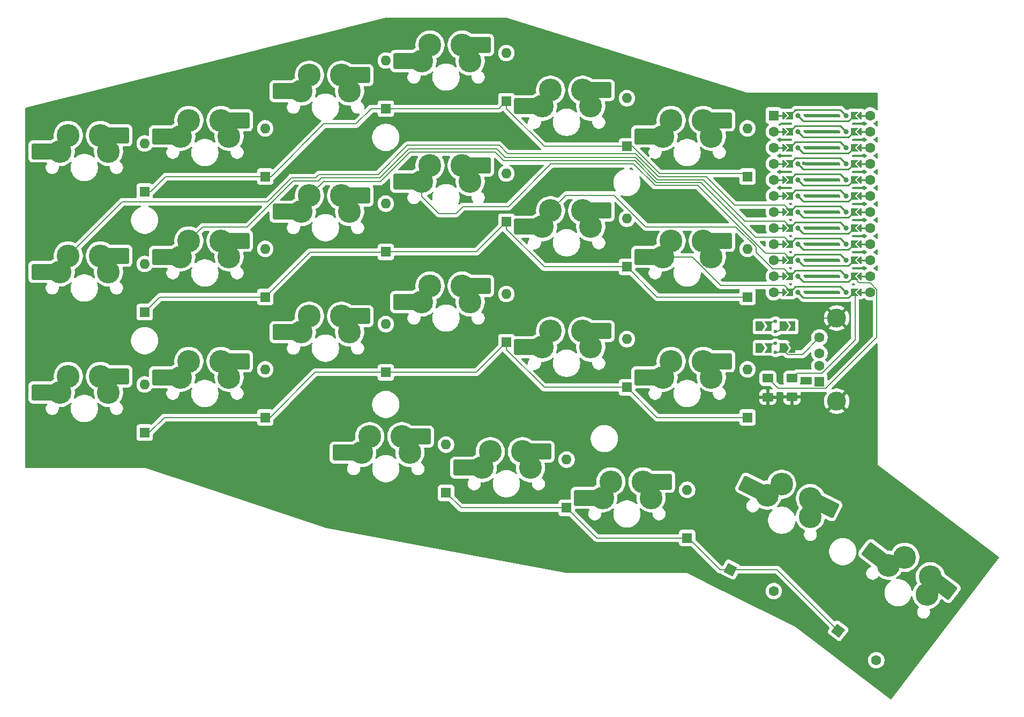
<source format=gbr>
%TF.GenerationSoftware,KiCad,Pcbnew,9.0.2*%
%TF.CreationDate,2025-06-30T19:49:53-10:00*%
%TF.ProjectId,jug,6a75672e-6b69-4636-9164-5f7063625858,rev?*%
%TF.SameCoordinates,Original*%
%TF.FileFunction,Copper,L2,Bot*%
%TF.FilePolarity,Positive*%
%FSLAX46Y46*%
G04 Gerber Fmt 4.6, Leading zero omitted, Abs format (unit mm)*
G04 Created by KiCad (PCBNEW 9.0.2) date 2025-06-30 19:49:53*
%MOMM*%
%LPD*%
G01*
G04 APERTURE LIST*
G04 Aperture macros list*
%AMRoundRect*
0 Rectangle with rounded corners*
0 $1 Rounding radius*
0 $2 $3 $4 $5 $6 $7 $8 $9 X,Y pos of 4 corners*
0 Add a 4 corners polygon primitive as box body*
4,1,4,$2,$3,$4,$5,$6,$7,$8,$9,$2,$3,0*
0 Add four circle primitives for the rounded corners*
1,1,$1+$1,$2,$3*
1,1,$1+$1,$4,$5*
1,1,$1+$1,$6,$7*
1,1,$1+$1,$8,$9*
0 Add four rect primitives between the rounded corners*
20,1,$1+$1,$2,$3,$4,$5,0*
20,1,$1+$1,$4,$5,$6,$7,0*
20,1,$1+$1,$6,$7,$8,$9,0*
20,1,$1+$1,$8,$9,$2,$3,0*%
%AMHorizOval*
0 Thick line with rounded ends*
0 $1 width*
0 $2 $3 position (X,Y) of the first rounded end (center of the circle)*
0 $4 $5 position (X,Y) of the second rounded end (center of the circle)*
0 Add line between two ends*
20,1,$1,$2,$3,$4,$5,0*
0 Add two circle primitives to create the rounded ends*
1,1,$1,$2,$3*
1,1,$1,$4,$5*%
%AMRotRect*
0 Rectangle, with rotation*
0 The origin of the aperture is its center*
0 $1 length*
0 $2 width*
0 $3 Rotation angle, in degrees counterclockwise*
0 Add horizontal line*
21,1,$1,$2,0,0,$3*%
%AMFreePoly0*
4,1,6,0.600000,-0.200000,0.600000,-0.400000,-0.600000,-0.400000,-0.600000,-0.200000,0.000000,0.400000,0.600000,-0.200000,0.600000,-0.200000,$1*%
%AMFreePoly1*
4,1,6,0.600000,-1.000000,0.000000,-0.400000,-0.600000,-1.000000,-0.600000,0.250000,0.600000,0.250000,0.600000,-1.000000,0.600000,-1.000000,$1*%
%AMFreePoly2*
4,1,6,1.000000,0.000000,0.500000,-0.750000,-0.500000,-0.750000,-0.500000,0.750000,0.500000,0.750000,1.000000,0.000000,1.000000,0.000000,$1*%
%AMFreePoly3*
4,1,6,0.500000,-0.750000,-0.650000,-0.750000,-0.150000,0.000000,-0.650000,0.750000,0.500000,0.750000,0.500000,-0.750000,0.500000,-0.750000,$1*%
G04 Aperture macros list end*
%TA.AperFunction,EtchedComponent*%
%ADD10C,0.254000*%
%TD*%
%TA.AperFunction,SMDPad,CuDef*%
%ADD11RoundRect,0.250001X0.624999X-0.462499X0.624999X0.462499X-0.624999X0.462499X-0.624999X-0.462499X0*%
%TD*%
%TA.AperFunction,SMDPad,CuDef*%
%ADD12RoundRect,0.250000X-1.525000X-1.000000X1.525000X-1.000000X1.525000X1.000000X-1.525000X1.000000X0*%
%TD*%
%TA.AperFunction,ComponentPad*%
%ADD13C,3.600000*%
%TD*%
%TA.AperFunction,SMDPad,CuDef*%
%ADD14RoundRect,0.250000X-1.810973X-0.214483X0.918577X-1.575386X1.810973X0.214483X-0.918577X1.575386X0*%
%TD*%
%TA.AperFunction,SMDPad,CuDef*%
%ADD15RoundRect,0.250000X-1.819197X0.127071X0.608609X-1.719075X1.819197X-0.127071X-0.608609X1.719075X0*%
%TD*%
%TA.AperFunction,ComponentPad*%
%ADD16R,1.600000X1.600000*%
%TD*%
%TA.AperFunction,ComponentPad*%
%ADD17O,1.600000X1.600000*%
%TD*%
%TA.AperFunction,ComponentPad*%
%ADD18C,1.600000*%
%TD*%
%TA.AperFunction,SMDPad,CuDef*%
%ADD19FreePoly0,90.000000*%
%TD*%
%TA.AperFunction,SMDPad,CuDef*%
%ADD20FreePoly0,270.000000*%
%TD*%
%TA.AperFunction,SMDPad,CuDef*%
%ADD21R,1.600000X1.600000*%
%TD*%
%TA.AperFunction,SMDPad,CuDef*%
%ADD22FreePoly1,90.000000*%
%TD*%
%TA.AperFunction,ComponentPad*%
%ADD23C,0.800000*%
%TD*%
%TA.AperFunction,SMDPad,CuDef*%
%ADD24FreePoly1,270.000000*%
%TD*%
%TA.AperFunction,SMDPad,CuDef*%
%ADD25FreePoly2,0.000000*%
%TD*%
%TA.AperFunction,SMDPad,CuDef*%
%ADD26FreePoly3,0.000000*%
%TD*%
%TA.AperFunction,ComponentPad*%
%ADD27C,3.000000*%
%TD*%
%TA.AperFunction,ComponentPad*%
%ADD28R,1.500000X1.600000*%
%TD*%
%TA.AperFunction,ComponentPad*%
%ADD29HorizOval,1.600000X0.000000X0.000000X0.000000X0.000000X0*%
%TD*%
%TA.AperFunction,ComponentPad*%
%ADD30HorizOval,1.600000X0.000000X0.000000X0.000000X0.000000X0*%
%TD*%
%TA.AperFunction,ComponentPad*%
%ADD31RotRect,1.600000X1.600000X153.500000*%
%TD*%
%TA.AperFunction,ComponentPad*%
%ADD32RotRect,1.600000X1.600000X333.500000*%
%TD*%
%TA.AperFunction,ComponentPad*%
%ADD33HorizOval,1.600000X0.000000X0.000000X0.000000X0.000000X0*%
%TD*%
%TA.AperFunction,ComponentPad*%
%ADD34HorizOval,1.600000X0.000000X0.000000X0.000000X0.000000X0*%
%TD*%
%TA.AperFunction,ComponentPad*%
%ADD35RotRect,1.600000X1.600000X322.250000*%
%TD*%
%TA.AperFunction,ComponentPad*%
%ADD36RotRect,1.600000X1.600000X142.250000*%
%TD*%
%TA.AperFunction,ViaPad*%
%ADD37C,0.600000*%
%TD*%
%TA.AperFunction,Conductor*%
%ADD38C,0.200000*%
%TD*%
G04 APERTURE END LIST*
D10*
%TO.C,U2*%
X175600000Y-32260000D02*
X177378000Y-32260000D01*
X175600000Y-34800000D02*
X177378000Y-34800000D01*
X175600000Y-37340000D02*
X177378000Y-37340000D01*
X175600000Y-39880000D02*
X177378000Y-39880000D01*
X175600000Y-42420000D02*
X177378000Y-42420000D01*
X175600000Y-44960000D02*
X177378000Y-44960000D01*
X175600000Y-47500000D02*
X177378000Y-47500000D01*
X175600000Y-50040000D02*
X177378000Y-50040000D01*
X175600000Y-52580000D02*
X177378000Y-52580000D01*
X175600000Y-55120000D02*
X177378000Y-55120000D01*
X175600000Y-57660000D02*
X177378000Y-57660000D01*
X175600000Y-60200000D02*
X177378000Y-60200000D01*
X179028999Y-38991000D02*
X178140000Y-39879999D01*
X179029000Y-31371000D02*
X178140000Y-32260000D01*
X179029000Y-33911000D02*
X178140000Y-34800000D01*
X179029000Y-36451000D02*
X178140000Y-37340000D01*
X179029000Y-41531000D02*
X178140000Y-42420000D01*
X179029000Y-44071000D02*
X178140000Y-44960000D01*
X179029000Y-46611000D02*
X178140000Y-47500000D01*
X179029000Y-49150999D02*
X178140000Y-50040000D01*
X179029000Y-51691001D02*
X178140000Y-52580001D01*
X179029000Y-54231000D02*
X178140000Y-55120000D01*
X179029000Y-56771000D02*
X178140000Y-57660000D01*
X179029000Y-59311000D02*
X178140000Y-60200000D01*
X180299000Y-33149000D02*
X179410000Y-32260000D01*
X180299000Y-33149000D02*
X187411000Y-33149000D01*
X180299000Y-38229001D02*
X179410000Y-37340000D01*
X180299000Y-38229001D02*
X187411000Y-38229000D01*
X180299000Y-40769000D02*
X179410000Y-39880000D01*
X180299000Y-40769000D02*
X187411000Y-40768999D01*
X180299000Y-43309000D02*
X179410000Y-42420000D01*
X180299000Y-43309000D02*
X187411000Y-43309001D01*
X180299000Y-45849000D02*
X179410000Y-44960000D01*
X180299000Y-45849000D02*
X187411000Y-45849000D01*
X180299000Y-50929000D02*
X179410000Y-50040000D01*
X180299000Y-50929000D02*
X187411000Y-50929000D01*
X180299000Y-53469000D02*
X179410000Y-52580000D01*
X180299000Y-53469000D02*
X187411001Y-53469000D01*
X180299000Y-56009000D02*
X179410000Y-55120000D01*
X180299000Y-56009000D02*
X187411000Y-56009000D01*
X180299000Y-61089000D02*
X179410000Y-60200000D01*
X180299000Y-61089000D02*
X187411000Y-61089000D01*
X180299001Y-35689000D02*
X179410000Y-34800000D01*
X180299001Y-35689000D02*
X187411000Y-35689000D01*
X180299001Y-48389000D02*
X179410000Y-47500000D01*
X180299001Y-48389000D02*
X187411000Y-48389000D01*
X180299001Y-58549000D02*
X179410000Y-57660000D01*
X180299001Y-58549000D02*
X187411000Y-58549000D01*
X186140999Y-33911000D02*
X179029000Y-33911000D01*
X186140999Y-33911000D02*
X187030000Y-34800000D01*
X186140999Y-44071000D02*
X179029000Y-44071000D01*
X186140999Y-44071000D02*
X187030000Y-44960000D01*
X186140999Y-56771000D02*
X179029000Y-56771000D01*
X186140999Y-56771000D02*
X187030000Y-57660000D01*
X186141000Y-31371000D02*
X179029000Y-31371000D01*
X186141000Y-31371000D02*
X187030000Y-32260000D01*
X186141000Y-36451000D02*
X179029000Y-36451000D01*
X186141000Y-36451000D02*
X187030000Y-37340000D01*
X186141000Y-38991000D02*
X179028999Y-38991000D01*
X186141000Y-38991000D02*
X187030000Y-39880000D01*
X186141000Y-41531000D02*
X179029000Y-41531000D01*
X186141000Y-41531000D02*
X187030000Y-42420000D01*
X186141000Y-46611000D02*
X179029000Y-46611000D01*
X186141000Y-46611000D02*
X187030000Y-47500000D01*
X186141000Y-49151000D02*
X179029000Y-49150999D01*
X186141000Y-49151000D02*
X187030000Y-50040000D01*
X186141000Y-51691000D02*
X179029000Y-51691001D01*
X186141000Y-51691000D02*
X187030000Y-52580000D01*
X186141000Y-54230999D02*
X179029000Y-54231000D01*
X186141000Y-54230999D02*
X187030000Y-55120000D01*
X186141000Y-59311000D02*
X179029000Y-59311000D01*
X186141000Y-59311000D02*
X187030000Y-60200000D01*
X187411000Y-33149000D02*
X188300000Y-32260000D01*
X187411000Y-35689000D02*
X188300000Y-34800000D01*
X187411000Y-38229000D02*
X188300000Y-37340000D01*
X187411000Y-40768999D02*
X188300000Y-39879999D01*
X187411000Y-43309001D02*
X188300000Y-42420000D01*
X187411000Y-45849000D02*
X188300000Y-44960000D01*
X187411000Y-48389000D02*
X188300000Y-47500000D01*
X187411000Y-50929000D02*
X188300000Y-50040000D01*
X187411000Y-56009000D02*
X188300000Y-55120000D01*
X187411000Y-58549000D02*
X188300000Y-57660000D01*
X187411000Y-61089000D02*
X188300000Y-60200000D01*
X187411001Y-53469000D02*
X188300000Y-52580001D01*
X190840000Y-32260000D02*
X189062000Y-32260000D01*
X190840000Y-34800000D02*
X189062000Y-34800000D01*
X190840000Y-37340000D02*
X189062000Y-37340000D01*
X190840000Y-39880000D02*
X189062000Y-39880000D01*
X190840000Y-42420000D02*
X189062000Y-42420000D01*
X190840000Y-44960000D02*
X189062000Y-44960000D01*
X190840000Y-47500000D02*
X189062000Y-47500000D01*
X190840000Y-50040000D02*
X189062000Y-50040000D01*
X190840000Y-52580000D02*
X189062000Y-52580000D01*
X190840000Y-55120000D02*
X189062000Y-55120000D01*
X190840000Y-57660000D02*
X189062000Y-57660000D01*
X190840000Y-60200000D02*
X189062000Y-60200000D01*
%TD*%
D11*
%TO.P,D24,2,A*%
%TO.N,LED0*%
X174676400Y-73807900D03*
%TO.P,D24,1,K*%
%TO.N,GND*%
X174676400Y-76782900D03*
%TD*%
D12*
%TO.P,S21,1,1*%
%TO.N,COL2L*%
X145818200Y-92712000D03*
D13*
X148593200Y-92712000D03*
X149863200Y-90172000D03*
%TO.P,S21,2,2*%
%TO.N,Net-(D21-A)*%
X154943200Y-90172000D03*
X156213200Y-92712000D03*
D12*
X157723200Y-90172000D03*
%TD*%
%TO.P,S1,1,1*%
%TO.N,COL0L*%
X60091400Y-37942100D03*
D13*
X62866400Y-37942100D03*
X64136400Y-35402100D03*
%TO.P,S1,2,2*%
%TO.N,Net-(D1-A)*%
X69216400Y-35402100D03*
X70486400Y-37942100D03*
D12*
X71996400Y-35402100D03*
%TD*%
%TO.P,S2,1,1*%
%TO.N,COL1L*%
X79141800Y-35560800D03*
D13*
X81916800Y-35560800D03*
X83186800Y-33020800D03*
%TO.P,S2,2,2*%
%TO.N,Net-(D2-A)*%
X88266800Y-33020800D03*
X89536800Y-35560800D03*
D12*
X91046800Y-33020800D03*
%TD*%
%TO.P,S3,1,1*%
%TO.N,COL2L*%
X98192200Y-28416900D03*
D13*
X100967200Y-28416900D03*
X102237200Y-25876900D03*
%TO.P,S3,2,2*%
%TO.N,Net-(D3-A)*%
X107317200Y-25876900D03*
X108587200Y-28416900D03*
D12*
X110097200Y-25876900D03*
%TD*%
%TO.P,S4,1,1*%
%TO.N,COL3L*%
X117242600Y-23654300D03*
D13*
X120017600Y-23654300D03*
X121287600Y-21114300D03*
%TO.P,S4,2,2*%
%TO.N,Net-(D4-A)*%
X126367600Y-21114300D03*
X127637600Y-23654300D03*
D12*
X129147600Y-21114300D03*
%TD*%
%TO.P,S5,1,1*%
%TO.N,COL4L*%
X136293000Y-30798200D03*
D13*
X139068000Y-30798200D03*
X140338000Y-28258200D03*
%TO.P,S5,2,2*%
%TO.N,Net-(D5-A)*%
X145418000Y-28258200D03*
X146688000Y-30798200D03*
D12*
X148198000Y-28258200D03*
%TD*%
%TO.P,S6,1,1*%
%TO.N,COL5L*%
X155343400Y-35560800D03*
D13*
X158118400Y-35560800D03*
X159388400Y-33020800D03*
%TO.P,S6,2,2*%
%TO.N,Net-(D6-A)*%
X164468400Y-33020800D03*
X165738400Y-35560800D03*
D12*
X167248400Y-33020800D03*
%TD*%
%TO.P,S7,1,1*%
%TO.N,COL0L*%
X60091400Y-56992500D03*
D13*
X62866400Y-56992500D03*
X64136400Y-54452500D03*
%TO.P,S7,2,2*%
%TO.N,Net-(D7-A)*%
X69216400Y-54452500D03*
X70486400Y-56992500D03*
D12*
X71996400Y-54452500D03*
%TD*%
%TO.P,S8,1,1*%
%TO.N,COL1L*%
X79141800Y-54611200D03*
D13*
X81916800Y-54611200D03*
X83186800Y-52071200D03*
%TO.P,S8,2,2*%
%TO.N,Net-(D8-A)*%
X88266800Y-52071200D03*
X89536800Y-54611200D03*
D12*
X91046800Y-52071200D03*
%TD*%
%TO.P,S9,1,1*%
%TO.N,COL2L*%
X98192200Y-47467300D03*
D13*
X100967200Y-47467300D03*
X102237200Y-44927300D03*
%TO.P,S9,2,2*%
%TO.N,Net-(D9-A)*%
X107317200Y-44927300D03*
X108587200Y-47467300D03*
D12*
X110097200Y-44927300D03*
%TD*%
%TO.P,S10,1,1*%
%TO.N,COL3L*%
X117242600Y-42704700D03*
D13*
X120017600Y-42704700D03*
X121287600Y-40164700D03*
%TO.P,S10,2,2*%
%TO.N,Net-(D10-A)*%
X126367600Y-40164700D03*
X127637600Y-42704700D03*
D12*
X129147600Y-40164700D03*
%TD*%
%TO.P,S11,1,1*%
%TO.N,COL4L*%
X136293000Y-49848600D03*
D13*
X139068000Y-49848600D03*
X140338000Y-47308600D03*
%TO.P,S11,2,2*%
%TO.N,Net-(D11-A)*%
X145418000Y-47308600D03*
X146688000Y-49848600D03*
D12*
X148198000Y-47308600D03*
%TD*%
%TO.P,S12,1,1*%
%TO.N,COL5L*%
X155343400Y-54611200D03*
D13*
X158118400Y-54611200D03*
X159388400Y-52071200D03*
%TO.P,S12,2,2*%
%TO.N,Net-(D12-A)*%
X164468400Y-52071200D03*
X165738400Y-54611200D03*
D12*
X167248400Y-52071200D03*
%TD*%
%TO.P,S13,1,1*%
%TO.N,COL0L*%
X60091400Y-76042900D03*
D13*
X62866400Y-76042900D03*
X64136400Y-73502900D03*
%TO.P,S13,2,2*%
%TO.N,Net-(D13-A)*%
X69216400Y-73502900D03*
X70486400Y-76042900D03*
D12*
X71996400Y-73502900D03*
%TD*%
%TO.P,S14,1,1*%
%TO.N,COL1L*%
X79141800Y-73661600D03*
D13*
X81916800Y-73661600D03*
X83186800Y-71121600D03*
%TO.P,S14,2,2*%
%TO.N,Net-(D14-A)*%
X88266800Y-71121600D03*
X89536800Y-73661600D03*
D12*
X91046800Y-71121600D03*
%TD*%
%TO.P,S15,1,1*%
%TO.N,COL2L*%
X98192200Y-66517700D03*
D13*
X100967200Y-66517700D03*
X102237200Y-63977700D03*
%TO.P,S15,2,2*%
%TO.N,Net-(D15-A)*%
X107317200Y-63977700D03*
X108587200Y-66517700D03*
D12*
X110097200Y-63977700D03*
%TD*%
%TO.P,S16,1,1*%
%TO.N,COL3L*%
X117242600Y-61755100D03*
D13*
X120017600Y-61755100D03*
X121287600Y-59215100D03*
%TO.P,S16,2,2*%
%TO.N,Net-(D16-A)*%
X126367600Y-59215100D03*
X127637600Y-61755100D03*
D12*
X129147600Y-59215100D03*
%TD*%
%TO.P,S17,1,1*%
%TO.N,COL4L*%
X136293000Y-68899000D03*
D13*
X139068000Y-68899000D03*
X140338000Y-66359000D03*
%TO.P,S17,2,2*%
%TO.N,Net-(D17-A)*%
X145418000Y-66359000D03*
X146688000Y-68899000D03*
D12*
X148198000Y-66359000D03*
%TD*%
%TO.P,S18,1,1*%
%TO.N,COL5L*%
X155343400Y-73661600D03*
D13*
X158118400Y-73661600D03*
X159388400Y-71121600D03*
%TO.P,S18,2,2*%
%TO.N,Net-(D18-A)*%
X164468400Y-71121600D03*
X165738400Y-73661600D03*
D12*
X167248400Y-71121600D03*
%TD*%
%TO.P,S19,1,1*%
%TO.N,COL0L*%
X107717400Y-85568100D03*
D13*
X110492400Y-85568100D03*
X111762400Y-83028100D03*
%TO.P,S19,2,2*%
%TO.N,Net-(D19-A)*%
X116842400Y-83028100D03*
X118112400Y-85568100D03*
D12*
X119622400Y-83028100D03*
%TD*%
%TO.P,S20,1,1*%
%TO.N,COL1L*%
X126767800Y-87949400D03*
D13*
X129542800Y-87949400D03*
X130812800Y-85409400D03*
%TO.P,S20,2,2*%
%TO.N,Net-(D20-A)*%
X135892800Y-85409400D03*
X137162800Y-87949400D03*
D12*
X138672800Y-85409400D03*
%TD*%
D14*
%TO.P,S22,1,1*%
%TO.N,COL3L*%
X172090200Y-91038654D03*
D13*
X174573643Y-92276853D03*
X176843552Y-90570391D03*
%TO.P,S22,2,2*%
%TO.N,Net-(D22-A)*%
X181389818Y-92837076D03*
X181393042Y-95676880D03*
D14*
X183877736Y-94077506D03*
%TD*%
D15*
%TO.P,S23,1,1*%
%TO.N,COL4L*%
X191545774Y-101692294D03*
D13*
X193754679Y-103371985D03*
X196303048Y-102118863D03*
%TO.P,S23,2,2*%
%TO.N,Net-(D23-A)*%
X200346739Y-105193757D03*
X199820214Y-107984325D03*
D15*
X202559624Y-106876474D03*
%TD*%
D16*
%TO.P,D3,1,K*%
%TO.N,ROW0L*%
X114302400Y-31193800D03*
X114302400Y-31193800D03*
D17*
%TO.P,D3,2,A*%
%TO.N,Net-(D3-A)*%
X114302400Y-23573800D03*
X114302400Y-23573800D03*
%TD*%
D11*
%TO.P,D25,1,K*%
%TO.N,GND*%
X178476400Y-76770400D03*
%TO.P,D25,2,A*%
%TO.N,LED1*%
X178476400Y-73795400D03*
%TD*%
D18*
%TO.P,U2,*%
%TO.N,*%
X190840000Y-32260000D03*
D19*
X189062000Y-32260000D03*
D20*
X177378000Y-32260000D03*
D18*
X175600000Y-32260000D03*
D21*
X175600000Y-32260000D03*
D18*
X190840000Y-34800000D03*
D19*
X189062000Y-34800000D03*
D20*
X177378000Y-34800000D03*
D18*
X175600000Y-34800000D03*
X190840000Y-37340000D03*
D19*
X189062000Y-37340000D03*
D20*
X177378000Y-37340000D03*
D18*
X175600000Y-37340000D03*
X190840000Y-39880000D03*
D19*
X189062000Y-39880000D03*
D20*
X177378000Y-39880000D03*
D18*
X175600000Y-39880000D03*
X190840000Y-42420000D03*
D19*
X189062000Y-42420000D03*
D20*
X177378000Y-42420000D03*
D18*
X175600000Y-42420000D03*
X190840000Y-44960000D03*
D19*
X189062000Y-44960000D03*
D20*
X177378000Y-44960000D03*
D18*
X175600000Y-44960000D03*
X190840000Y-47500000D03*
D19*
X189062000Y-47500000D03*
D20*
X177378000Y-47500000D03*
D18*
X175600000Y-47500000D03*
X190840000Y-50040000D03*
D19*
X189062000Y-50040000D03*
D20*
X177378000Y-50040000D03*
D18*
X175600000Y-50040000D03*
X190840000Y-52580000D03*
D19*
X189062000Y-52580000D03*
D20*
X177378000Y-52580000D03*
D18*
X175600000Y-52580000D03*
X190840000Y-55120000D03*
D19*
X189062000Y-55120000D03*
D20*
X177378000Y-55120000D03*
D18*
X175600000Y-55120000D03*
X190840000Y-57660000D03*
D19*
X189062000Y-57660000D03*
D20*
X177378000Y-57660000D03*
D18*
X175600000Y-57660000D03*
X190840000Y-60200000D03*
D19*
X189062000Y-60200000D03*
D20*
X177378000Y-60200000D03*
D18*
X175600000Y-60200000D03*
D22*
%TO.P,U2,1,TX0/PD3*%
%TO.N,unconnected-(U2-TX0{slash}PD3-Pad1)_1*%
X188046000Y-32260000D03*
D23*
%TO.N,unconnected-(U2-TX0{slash}PD3-Pad1)*%
X179410000Y-32260000D03*
D22*
%TO.P,U2,2,RX1/PD2*%
%TO.N,unconnected-(U2-RX1{slash}PD2-Pad2)_2*%
X188046000Y-34800000D03*
D23*
%TO.N,unconnected-(U2-RX1{slash}PD2-Pad2)_1*%
X179410000Y-34800000D03*
D22*
%TO.P,U2,3,GND*%
%TO.N,GND*%
X188046000Y-37340000D03*
D23*
X179410000Y-37340000D03*
D22*
%TO.P,U2,4,GND*%
X188046000Y-39880000D03*
D23*
X179410000Y-39880000D03*
D22*
%TO.P,U2,5,2/PD1*%
%TO.N,unconnected-(U2-2{slash}PD1-Pad5)_1*%
X188046000Y-42420000D03*
D23*
%TO.N,unconnected-(U2-2{slash}PD1-Pad5)*%
X179410000Y-42420000D03*
D22*
%TO.P,U2,6,3/PD0*%
%TO.N,ROW0L*%
X188046000Y-44960000D03*
D23*
X179410000Y-44960000D03*
D22*
%TO.P,U2,7,4/PD4*%
%TO.N,ROW1L*%
X188046000Y-47500000D03*
D23*
X179410000Y-47500000D03*
D22*
%TO.P,U2,8,5/PC6*%
%TO.N,ROW2L*%
X188046000Y-50040000D03*
D23*
X179410000Y-50040000D03*
D22*
%TO.P,U2,9,6/PD7*%
%TO.N,ROW3L*%
X188046000Y-52580000D03*
D23*
X179410000Y-52580000D03*
D22*
%TO.P,U2,10,7/PE6*%
%TO.N,unconnected-(U2-7{slash}PE6-Pad10)*%
X188046000Y-55120000D03*
D23*
X179410000Y-55120000D03*
D22*
%TO.P,U2,11,8/PB4*%
%TO.N,LED0*%
X188046000Y-57660000D03*
D23*
X179410000Y-57660000D03*
D22*
%TO.P,U2,12,9/PB5*%
%TO.N,LED1*%
X188046000Y-60200000D03*
D23*
X179410000Y-60200000D03*
%TO.P,U2,13,10/PB6*%
%TO.N,COL5L*%
X187030000Y-60200000D03*
D24*
X178394000Y-60200000D03*
D23*
%TO.P,U2,14,16/PB2*%
%TO.N,COL4L*%
X187030000Y-57660000D03*
D24*
X178394000Y-57660000D03*
D23*
%TO.P,U2,15,14/PB3*%
%TO.N,COL3L*%
X187030000Y-55120000D03*
D24*
X178394000Y-55120000D03*
D23*
%TO.P,U2,16,15/PB1*%
%TO.N,COL2L*%
X187030000Y-52580000D03*
D24*
X178394000Y-52580000D03*
D23*
%TO.P,U2,17,A0/PF7*%
%TO.N,COL1L*%
X187030000Y-50040000D03*
D24*
X178394000Y-50040000D03*
D23*
%TO.P,U2,18,A1/PF6*%
%TO.N,COL0L*%
X187030000Y-47500000D03*
D24*
X178394000Y-47500000D03*
D23*
%TO.P,U2,19,A2/PF5*%
%TO.N,INTERCONNECT_B*%
X187030000Y-44960000D03*
D24*
X178394000Y-44960000D03*
D23*
%TO.P,U2,20,A3/PF4*%
%TO.N,INTERCONNECT_A*%
X187030000Y-42420000D03*
D24*
X178394000Y-42420000D03*
D23*
%TO.P,U2,21,VCC*%
%TO.N,unconnected-(U2-VCC-Pad21)_1*%
X187030000Y-39880000D03*
D24*
%TO.N,unconnected-(U2-VCC-Pad21)_2*%
X178394000Y-39880000D03*
D23*
%TO.P,U2,22,RST*%
%TO.N,unconnected-(U2-RST-Pad22)*%
X187030000Y-37340000D03*
D24*
%TO.N,unconnected-(U2-RST-Pad22)_1*%
X178394000Y-37340000D03*
D23*
%TO.P,U2,23,GND*%
%TO.N,GND*%
X187030000Y-34800000D03*
D24*
X178394000Y-34800000D03*
D23*
%TO.P,U2,24,RAW*%
%TO.N,+5V*%
X187030000Y-32260000D03*
D24*
X178394000Y-32260000D03*
%TD*%
D25*
%TO.P,JP4,1,A*%
%TO.N,Net-(J1-D-)*%
X177075001Y-65600000D03*
D26*
%TO.P,JP4,2,B*%
%TO.N,INTERCONNECT_B*%
X178524999Y-65600000D03*
%TD*%
%TO.P,JP7,2,B*%
%TO.N,Net-(J1-VBUS)*%
X174724999Y-69000000D03*
D25*
%TO.P,JP7,1,A*%
%TO.N,+5V*%
X173275001Y-69000000D03*
%TD*%
D26*
%TO.P,JP8,2,B*%
%TO.N,GND*%
X178524999Y-69000000D03*
D25*
%TO.P,JP8,1,A*%
%TO.N,Net-(J1-GND)*%
X177075001Y-69000000D03*
%TD*%
%TO.P,JP3,1,A*%
%TO.N,INTERCONNECT_A*%
X173275001Y-65600000D03*
D26*
%TO.P,JP3,2,B*%
%TO.N,Net-(J1-D+)*%
X174724999Y-65600000D03*
%TD*%
D27*
%TO.P,J1,5,Shield*%
%TO.N,GND*%
X185550000Y-64280000D03*
X185550000Y-77420000D03*
D18*
%TO.P,J1,4,GND*%
%TO.N,Net-(J1-GND)*%
X182840000Y-67350001D03*
%TO.P,J1,3,D+*%
%TO.N,Net-(J1-D+)*%
X182840000Y-69849999D03*
%TO.P,J1,2,D-*%
%TO.N,Net-(J1-D-)*%
X182840000Y-71850000D03*
D28*
%TO.P,J1,1,VBUS*%
%TO.N,Net-(J1-VBUS)*%
X182840000Y-74350000D03*
%TD*%
D17*
%TO.P,D16,2,A*%
%TO.N,Net-(D16-A)*%
X133352800Y-60485100D03*
X133352800Y-60485100D03*
D16*
%TO.P,D16,1,K*%
%TO.N,ROW2L*%
X133352800Y-68105100D03*
X133352800Y-68105100D03*
%TD*%
D17*
%TO.P,D7,2,A*%
%TO.N,Net-(D7-A)*%
X76201600Y-55722500D03*
X76201600Y-55722500D03*
D16*
%TO.P,D7,1,K*%
%TO.N,ROW1L*%
X76201600Y-63342500D03*
X76201600Y-63342500D03*
%TD*%
D17*
%TO.P,D17,2,A*%
%TO.N,Net-(D17-A)*%
X152403200Y-67629000D03*
X152403200Y-67629000D03*
D16*
%TO.P,D17,1,K*%
%TO.N,ROW2L*%
X152403200Y-75249000D03*
X152403200Y-75249000D03*
%TD*%
D17*
%TO.P,D21,2,A*%
%TO.N,Net-(D21-A)*%
X161928400Y-91442000D03*
X161928400Y-91442000D03*
D16*
%TO.P,D21,1,K*%
%TO.N,ROW3L*%
X161928400Y-99062000D03*
X161928400Y-99062000D03*
%TD*%
D17*
%TO.P,D6,2,A*%
%TO.N,Net-(D6-A)*%
X171453600Y-34290800D03*
X171453600Y-34290800D03*
D16*
%TO.P,D6,1,K*%
%TO.N,ROW0L*%
X171453600Y-41910800D03*
X171453600Y-41910800D03*
%TD*%
D17*
%TO.P,D18,2,A*%
%TO.N,Net-(D18-A)*%
X171453600Y-72391600D03*
X171453600Y-72391600D03*
D16*
%TO.P,D18,1,K*%
%TO.N,ROW2L*%
X171453600Y-80011600D03*
X171453600Y-80011600D03*
%TD*%
D17*
%TO.P,D1,2,A*%
%TO.N,Net-(D1-A)*%
X76201600Y-36672100D03*
X76201600Y-36672100D03*
D16*
%TO.P,D1,1,K*%
%TO.N,ROW0L*%
X76201600Y-44292100D03*
X76201600Y-44292100D03*
%TD*%
D17*
%TO.P,D10,2,A*%
%TO.N,Net-(D10-A)*%
X133352800Y-41434700D03*
X133352800Y-41434700D03*
D16*
%TO.P,D10,1,K*%
%TO.N,ROW1L*%
X133352800Y-49054700D03*
X133352800Y-49054700D03*
%TD*%
D17*
%TO.P,D15,2,A*%
%TO.N,Net-(D15-A)*%
X114302400Y-65247700D03*
X114302400Y-65247700D03*
D16*
%TO.P,D15,1,K*%
%TO.N,ROW2L*%
X114302400Y-72867700D03*
X114302400Y-72867700D03*
%TD*%
D17*
%TO.P,D12,2,A*%
%TO.N,Net-(D12-A)*%
X171453600Y-53341200D03*
X171453600Y-53341200D03*
D16*
%TO.P,D12,1,K*%
%TO.N,ROW1L*%
X171453600Y-60961200D03*
X171453600Y-60961200D03*
%TD*%
D29*
%TO.P,D22,2,A*%
%TO.N,Net-(D22-A)*%
X175609701Y-107450014D03*
D30*
X175609701Y-107450014D03*
D31*
%TO.P,D22,1,K*%
%TO.N,ROW3L*%
X168790301Y-104049987D03*
D32*
X168790301Y-104049987D03*
%TD*%
D17*
%TO.P,D9,2,A*%
%TO.N,Net-(D9-A)*%
X114302400Y-46197300D03*
X114302400Y-46197300D03*
D16*
%TO.P,D9,1,K*%
%TO.N,ROW1L*%
X114302400Y-53817300D03*
X114302400Y-53817300D03*
%TD*%
D17*
%TO.P,D2,2,A*%
%TO.N,Net-(D2-A)*%
X95252000Y-34290800D03*
X95252000Y-34290800D03*
D16*
%TO.P,D2,1,K*%
%TO.N,ROW0L*%
X95252000Y-41910800D03*
X95252000Y-41910800D03*
%TD*%
D17*
%TO.P,D20,2,A*%
%TO.N,Net-(D20-A)*%
X142878000Y-86679400D03*
X142878000Y-86679400D03*
D16*
%TO.P,D20,1,K*%
%TO.N,ROW3L*%
X142878000Y-94299400D03*
X142878000Y-94299400D03*
%TD*%
D17*
%TO.P,D13,2,A*%
%TO.N,Net-(D13-A)*%
X76201600Y-74772900D03*
X76201600Y-74772900D03*
D16*
%TO.P,D13,1,K*%
%TO.N,ROW2L*%
X76201600Y-82392900D03*
X76201600Y-82392900D03*
%TD*%
D17*
%TO.P,D11,2,A*%
%TO.N,Net-(D11-A)*%
X152403200Y-48578600D03*
X152403200Y-48578600D03*
D16*
%TO.P,D11,1,K*%
%TO.N,ROW1L*%
X152403200Y-56198600D03*
X152403200Y-56198600D03*
%TD*%
D17*
%TO.P,D5,2,A*%
%TO.N,Net-(D5-A)*%
X152403200Y-29528200D03*
X152403200Y-29528200D03*
D16*
%TO.P,D5,1,K*%
%TO.N,ROW0L*%
X152403200Y-37148200D03*
X152403200Y-37148200D03*
%TD*%
D17*
%TO.P,D14,2,A*%
%TO.N,Net-(D14-A)*%
X95252000Y-72391600D03*
X95252000Y-72391600D03*
D16*
%TO.P,D14,1,K*%
%TO.N,ROW2L*%
X95252000Y-80011600D03*
X95252000Y-80011600D03*
%TD*%
D17*
%TO.P,D8,2,A*%
%TO.N,Net-(D8-A)*%
X95252000Y-53341200D03*
X95252000Y-53341200D03*
D16*
%TO.P,D8,1,K*%
%TO.N,ROW1L*%
X95252000Y-60961200D03*
X95252000Y-60961200D03*
%TD*%
D17*
%TO.P,D19,2,A*%
%TO.N,Net-(D19-A)*%
X123827600Y-84298100D03*
X123827600Y-84298100D03*
D16*
%TO.P,D19,1,K*%
%TO.N,ROW3L*%
X123827600Y-91918100D03*
X123827600Y-91918100D03*
%TD*%
D17*
%TO.P,D4,2,A*%
%TO.N,Net-(D4-A)*%
X133352800Y-22384300D03*
X133352800Y-22384300D03*
D16*
%TO.P,D4,1,K*%
%TO.N,ROW0L*%
X133352800Y-30004300D03*
X133352800Y-30004300D03*
%TD*%
D33*
%TO.P,D23,2,A*%
%TO.N,Net-(D23-A)*%
X191812528Y-118382549D03*
D34*
X191812528Y-118382549D03*
D35*
%TO.P,D23,1,K*%
%TO.N,ROW3L*%
X185787473Y-113717453D03*
D36*
X185787473Y-113717453D03*
%TD*%
D37*
%TO.N,LED1*%
X178476400Y-73795400D03*
%TO.N,LED0*%
X174676400Y-73807900D03*
%TO.N,INTERCONNECT_B*%
X178625000Y-65600000D03*
%TO.N,GND*%
X178625000Y-69000000D03*
%TO.N,+5V*%
X173275000Y-69000000D03*
%TO.N,Net-(J1-GND)*%
X175900000Y-69700000D03*
%TO.N,Net-(J1-VBUS)*%
X175900000Y-68300000D03*
%TO.N,INTERCONNECT_A*%
X173275000Y-65600000D03*
%TO.N,Net-(J1-D+)*%
X175900000Y-64800000D03*
%TO.N,Net-(J1-D-)*%
X175900000Y-66400000D03*
%TO.N,GND*%
X180343921Y-39810763D03*
X181743227Y-39873227D03*
X183412897Y-62012897D03*
%TD*%
D38*
%TO.N,LED0*%
X174676400Y-73807900D02*
X176269500Y-75401000D01*
X183841000Y-75401000D02*
X191891000Y-67351000D01*
X190837339Y-58711000D02*
X189097000Y-58711000D01*
X176269500Y-75401000D02*
X183841000Y-75401000D01*
X189097000Y-58711000D02*
X188440286Y-58054286D01*
X191891000Y-67351000D02*
X191891000Y-59764661D01*
X191891000Y-59764661D02*
X190837339Y-58711000D01*
%TO.N,COL1L*%
X164537600Y-42408400D02*
X171068200Y-48939000D01*
X153727600Y-38888400D02*
X157247600Y-42408400D01*
X133187600Y-38888400D02*
X153727600Y-38888400D01*
X131807600Y-37508400D02*
X133187600Y-38888400D01*
X117927200Y-37508400D02*
X131807600Y-37508400D01*
X113367200Y-42068400D02*
X117927200Y-37508400D01*
X104177600Y-42068400D02*
X113367200Y-42068400D01*
X99700000Y-42600000D02*
X103646000Y-42600000D01*
X103646000Y-42600000D02*
X104177600Y-42068400D01*
X92400000Y-49900000D02*
X99700000Y-42600000D01*
X85358000Y-49900000D02*
X92400000Y-49900000D01*
X157247600Y-42408400D02*
X164537600Y-42408400D01*
X83186800Y-52071200D02*
X85358000Y-49900000D01*
X171068200Y-48939000D02*
X177293000Y-48939000D01*
X177293000Y-48939000D02*
X177964358Y-49610358D01*
%TO.N,COL0L*%
X157387600Y-41918400D02*
X164917600Y-41918400D01*
X153777600Y-38308400D02*
X157387600Y-41918400D01*
X133567600Y-38308400D02*
X153777600Y-38308400D01*
X113117200Y-41568400D02*
X117727200Y-36958400D01*
X103747600Y-41568400D02*
X113117200Y-41568400D01*
X103207600Y-42108400D02*
X103747600Y-41568400D01*
X99387600Y-42108400D02*
X103207600Y-42108400D01*
X95576000Y-45920000D02*
X99387600Y-42108400D01*
X132217600Y-36958400D02*
X133567600Y-38308400D01*
X117727200Y-36958400D02*
X132217600Y-36958400D01*
X72668900Y-45920000D02*
X95576000Y-45920000D01*
X164917600Y-41918400D02*
X169398200Y-46399000D01*
X64136400Y-54452500D02*
X72668900Y-45920000D01*
X177293000Y-46399000D02*
X177964358Y-47070358D01*
X169398200Y-46399000D02*
X177293000Y-46399000D01*
%TO.N,COL2L*%
X102237200Y-44927300D02*
X104464500Y-42700000D01*
X172708200Y-51479000D02*
X177293000Y-51479000D01*
X104464500Y-42700000D02*
X113445600Y-42700000D01*
X164068920Y-42839720D02*
X172708200Y-51479000D01*
X113445600Y-42700000D02*
X118081900Y-38063700D01*
X132938400Y-39438400D02*
X153657600Y-39438400D01*
X118081900Y-38063700D02*
X131563700Y-38063700D01*
X131563700Y-38063700D02*
X132938400Y-39438400D01*
X153657600Y-39438400D02*
X157058920Y-42839720D01*
X157058920Y-42839720D02*
X164068920Y-42839720D01*
X177293000Y-51479000D02*
X177964359Y-52150359D01*
%TO.N,ROW0L*%
X152403200Y-37148200D02*
X153287400Y-37148200D01*
X153287400Y-37148200D02*
X157547600Y-41408400D01*
X157547600Y-41408400D02*
X170951200Y-41408400D01*
X170951200Y-41408400D02*
X171453600Y-41910800D01*
%TO.N,COL3L*%
X177964358Y-54690358D02*
X177293000Y-54019000D01*
X177293000Y-54019000D02*
X174319000Y-54019000D01*
X174319000Y-54019000D02*
X163614800Y-43314800D01*
X153457600Y-39918400D02*
X140421600Y-39918400D01*
X163614800Y-43314800D02*
X156854000Y-43314800D01*
X156854000Y-43314800D02*
X153457600Y-39918400D01*
X140421600Y-39918400D02*
X133670000Y-46670000D01*
X120017600Y-45027600D02*
X120017600Y-42704700D01*
X133670000Y-46670000D02*
X126460000Y-46670000D01*
X126460000Y-46670000D02*
X125390000Y-47740000D01*
X122730000Y-47740000D02*
X120017600Y-45027600D01*
X125390000Y-47740000D02*
X122730000Y-47740000D01*
%TO.N,ROW0L*%
X109590889Y-33594711D02*
X111997600Y-31188000D01*
X112003400Y-31193800D02*
X114302400Y-31193800D01*
X109537600Y-33594711D02*
X109590889Y-33594711D01*
X104520689Y-33594711D02*
X109537600Y-33594711D01*
X111997600Y-31188000D02*
X112003400Y-31193800D01*
X133352800Y-30004300D02*
X132163300Y-31193800D01*
X132163300Y-31193800D02*
X114302400Y-31193800D01*
X95252000Y-41910800D02*
X96204600Y-41910800D01*
X96204600Y-41910800D02*
X104520689Y-33594711D01*
%TO.N,LED1*%
X178476400Y-73795400D02*
X179288900Y-72982900D01*
X179288900Y-72982900D02*
X183193439Y-72982900D01*
X183193439Y-72982900D02*
X188440286Y-67736053D01*
X188440286Y-67736053D02*
X188440286Y-60594286D01*
%TO.N,Net-(J1-D-)*%
X175900000Y-66400000D02*
X176300000Y-66400000D01*
%TO.N,Net-(J1-D+)*%
X175900000Y-64800000D02*
X175500000Y-64800000D01*
X175500000Y-64800000D02*
X174800000Y-65500000D01*
%TO.N,Net-(J1-GND)*%
X180184001Y-70006000D02*
X182840000Y-67350001D01*
X176400000Y-69700000D02*
X177100000Y-69000000D01*
X177075001Y-69000000D02*
X177075001Y-69312042D01*
%TO.N,GND*%
X178525000Y-69000000D02*
X183245000Y-64280000D01*
%TO.N,Net-(J1-GND)*%
X177768959Y-70006000D02*
X180184001Y-70006000D01*
%TO.N,Net-(J1-D-)*%
X176300000Y-66400000D02*
X177000000Y-65700000D01*
%TO.N,Net-(J1-VBUS)*%
X175900000Y-68300000D02*
X175500000Y-68300000D01*
X175500000Y-68300000D02*
X174850000Y-68950000D01*
%TO.N,Net-(J1-GND)*%
X175900000Y-69700000D02*
X176400000Y-69700000D01*
%TO.N,GND*%
X181743227Y-39873227D02*
X181730000Y-39860000D01*
X181730000Y-39860000D02*
X180393158Y-39860000D01*
X180393158Y-39860000D02*
X180343921Y-39810763D01*
%TO.N,COL3L*%
X121287600Y-40164700D02*
X122126337Y-40164700D01*
%TO.N,COL5L*%
X167199000Y-59099000D02*
X177293000Y-59099000D01*
X177293000Y-59099000D02*
X177964358Y-59770358D01*
X158118400Y-54611200D02*
X162711200Y-54611200D01*
X162711200Y-54611200D02*
X167199000Y-59099000D01*
%TO.N,GND*%
X182256417Y-50093583D02*
X182250000Y-50100000D01*
%TO.N,ROW3L*%
X126208900Y-94299400D02*
X142878000Y-94299400D01*
X147640600Y-99062000D02*
X161928400Y-99062000D01*
X162112000Y-99062000D02*
X167099987Y-104049987D01*
X161928400Y-99062000D02*
X162112000Y-99062000D01*
X142878000Y-94299400D02*
X147640600Y-99062000D01*
X123827600Y-91918100D02*
X126208900Y-94299400D01*
X176120007Y-104049987D02*
X185787473Y-113717453D01*
X167099987Y-104049987D02*
X168790301Y-104049987D01*
X168790301Y-104049987D02*
X176120007Y-104049987D01*
%TO.N,ROW2L*%
X152403200Y-75249000D02*
X139331840Y-75249000D01*
X76201600Y-82392900D02*
X76927100Y-82392900D01*
X133352800Y-69269960D02*
X133352800Y-68105100D01*
X79308400Y-80011600D02*
X95252000Y-80011600D01*
X114302400Y-72867700D02*
X128590200Y-72867700D01*
X95978400Y-80011600D02*
X103122300Y-72867700D01*
X157165800Y-80011600D02*
X152403200Y-75249000D01*
X171453600Y-80011600D02*
X157165800Y-80011600D01*
X95252000Y-80011600D02*
X95978400Y-80011600D01*
X128590200Y-72867700D02*
X133352800Y-68105100D01*
X139331840Y-75249000D02*
X133352800Y-69269960D01*
X76927100Y-82392900D02*
X79308400Y-80011600D01*
X103122300Y-72867700D02*
X114302400Y-72867700D01*
%TO.N,ROW1L*%
X114302400Y-53817300D02*
X128590200Y-53817300D01*
X95252000Y-60961200D02*
X102363200Y-53850000D01*
X133352800Y-50219560D02*
X139331840Y-56198600D01*
X157165800Y-60961200D02*
X171453600Y-60961200D01*
X102363200Y-53850000D02*
X114269700Y-53850000D01*
X95240800Y-60950000D02*
X95252000Y-60961200D01*
X128590200Y-53817300D02*
X133352800Y-49054700D01*
X78594100Y-60950000D02*
X95240800Y-60950000D01*
X76201600Y-63342500D02*
X78594100Y-60950000D01*
X114269700Y-53850000D02*
X114302400Y-53817300D01*
X139331840Y-56198600D02*
X152403200Y-56198600D01*
X152403200Y-56198600D02*
X157165800Y-60961200D01*
X133352800Y-49054700D02*
X133352800Y-50219560D01*
%TO.N,ROW0L*%
X79535500Y-41910800D02*
X95252000Y-41910800D01*
X133352800Y-30004300D02*
X133352800Y-31169160D01*
X76201600Y-44292100D02*
X77154200Y-44292100D01*
X139331840Y-37148200D02*
X152403200Y-37148200D01*
X133352800Y-31169160D02*
X139331840Y-37148200D01*
X77154200Y-44292100D02*
X79535500Y-41910800D01*
%TO.N,GND*%
X183245000Y-64280000D02*
X185550000Y-64280000D01*
%TO.N,Net-(J1-GND)*%
X177075001Y-69312042D02*
X177768959Y-70006000D01*
%TO.N,GND*%
X183412897Y-62142897D02*
X185550000Y-64280000D01*
X183412897Y-62012897D02*
X183412897Y-62142897D01*
%TO.N,COL4L*%
X140338000Y-47308600D02*
X142783000Y-44863600D01*
X172800000Y-53067100D02*
X172800000Y-53877050D01*
X142783000Y-44863600D02*
X150403000Y-44863600D01*
X177234000Y-56500000D02*
X177964358Y-57230358D01*
X150403000Y-44863600D02*
X155403000Y-49863600D01*
X155403000Y-49863600D02*
X169596500Y-49863600D01*
X172800000Y-53877050D02*
X175422950Y-56500000D01*
X169596500Y-49863600D02*
X172800000Y-53067100D01*
X175422950Y-56500000D02*
X177234000Y-56500000D01*
%TD*%
%TA.AperFunction,Conductor*%
%TO.N,GND*%
G36*
X133347930Y-16825180D02*
G01*
X171388775Y-28641681D01*
X171410064Y-28650500D01*
X171417164Y-28650500D01*
X171423944Y-28652606D01*
X171441232Y-28651018D01*
X171452566Y-28650500D01*
X191915313Y-28650500D01*
X191982352Y-28670185D01*
X192028107Y-28722989D01*
X192039312Y-28774582D01*
X192038773Y-29569696D01*
X192037584Y-31319121D01*
X192017854Y-31386147D01*
X191965019Y-31431866D01*
X191895854Y-31441763D01*
X191832318Y-31412695D01*
X191825903Y-31406718D01*
X191687213Y-31268028D01*
X191521613Y-31147715D01*
X191521612Y-31147714D01*
X191521610Y-31147713D01*
X191436178Y-31104183D01*
X191339223Y-31054781D01*
X191144534Y-30991522D01*
X190969995Y-30963878D01*
X190942352Y-30959500D01*
X190737648Y-30959500D01*
X190713329Y-30963351D01*
X190535465Y-30991522D01*
X190340776Y-31054781D01*
X190158386Y-31147715D01*
X189992781Y-31268033D01*
X189992774Y-31268038D01*
X189972711Y-31288102D01*
X189911388Y-31321586D01*
X189841696Y-31316600D01*
X189803829Y-31294132D01*
X189735295Y-31234747D01*
X189735294Y-31234746D01*
X189712850Y-31224496D01*
X189604419Y-31174976D01*
X189604414Y-31174975D01*
X189462000Y-31154500D01*
X189262000Y-31154500D01*
X189153897Y-31166122D01*
X189122996Y-31165570D01*
X189046000Y-31154500D01*
X187796000Y-31154500D01*
X187795997Y-31154500D01*
X187724059Y-31159644D01*
X187586005Y-31200182D01*
X187464969Y-31277967D01*
X187464968Y-31277968D01*
X187401001Y-31351789D01*
X187393230Y-31356782D01*
X187388215Y-31364537D01*
X187364307Y-31375369D01*
X187342222Y-31389563D01*
X187331295Y-31390328D01*
X187324573Y-31393374D01*
X187298369Y-31392633D01*
X187289280Y-31393270D01*
X187286162Y-31392812D01*
X187118691Y-31359500D01*
X187059230Y-31359500D01*
X187050272Y-31358185D01*
X187026426Y-31347209D01*
X187001242Y-31339815D01*
X186989100Y-31330030D01*
X186986802Y-31328973D01*
X186985757Y-31327337D01*
X186980600Y-31323181D01*
X186541011Y-30883591D01*
X186541007Y-30883588D01*
X186438239Y-30814920D01*
X186438226Y-30814913D01*
X186403293Y-30800444D01*
X186324035Y-30767614D01*
X186324027Y-30767612D01*
X186202807Y-30743500D01*
X186202803Y-30743500D01*
X179090803Y-30743500D01*
X178967197Y-30743500D01*
X178967192Y-30743500D01*
X178845973Y-30767611D01*
X178845973Y-30767612D01*
X178845970Y-30767613D01*
X178845966Y-30767614D01*
X178779070Y-30795323D01*
X178779068Y-30795323D01*
X178731770Y-30814915D01*
X178628989Y-30883590D01*
X178628988Y-30883591D01*
X178394400Y-31118181D01*
X178333077Y-31151666D01*
X178306719Y-31154500D01*
X177394000Y-31154500D01*
X177369958Y-31155358D01*
X177357937Y-31155788D01*
X177311758Y-31165833D01*
X177267758Y-31167404D01*
X177178002Y-31154500D01*
X177178000Y-31154500D01*
X176978000Y-31154500D01*
X176977997Y-31154500D01*
X176906057Y-31159645D01*
X176906053Y-31159645D01*
X176902002Y-31160835D01*
X176832132Y-31160829D01*
X176773357Y-31123049D01*
X176767812Y-31116166D01*
X176757551Y-31102460D01*
X176757548Y-31102457D01*
X176757546Y-31102454D01*
X176720079Y-31074406D01*
X176642335Y-31016206D01*
X176642328Y-31016202D01*
X176507482Y-30965908D01*
X176507483Y-30965908D01*
X176447883Y-30959501D01*
X176447881Y-30959500D01*
X176447873Y-30959500D01*
X175702354Y-30959500D01*
X175702352Y-30959500D01*
X175497648Y-30959500D01*
X175497644Y-30959500D01*
X174752129Y-30959500D01*
X174752123Y-30959501D01*
X174692516Y-30965908D01*
X174557671Y-31016202D01*
X174557664Y-31016206D01*
X174442455Y-31102452D01*
X174442452Y-31102455D01*
X174356206Y-31217664D01*
X174356202Y-31217671D01*
X174305908Y-31352517D01*
X174299501Y-31412116D01*
X174299500Y-31412135D01*
X174299500Y-33107870D01*
X174299501Y-33107876D01*
X174305908Y-33167483D01*
X174356202Y-33302328D01*
X174356206Y-33302335D01*
X174442452Y-33417544D01*
X174442455Y-33417547D01*
X174557664Y-33503793D01*
X174557671Y-33503797D01*
X174588676Y-33515361D01*
X174692517Y-33554091D01*
X174729441Y-33558060D01*
X174793989Y-33584796D01*
X174833838Y-33642188D01*
X174836333Y-33712013D01*
X174800681Y-33772102D01*
X174789071Y-33781666D01*
X174752784Y-33808030D01*
X174608028Y-33952786D01*
X174487715Y-34118386D01*
X174394781Y-34300776D01*
X174331522Y-34495465D01*
X174299500Y-34697648D01*
X174299500Y-34902351D01*
X174331522Y-35104534D01*
X174394781Y-35299223D01*
X174454801Y-35417016D01*
X174480731Y-35467908D01*
X174487715Y-35481613D01*
X174608028Y-35647213D01*
X174752786Y-35791971D01*
X174892757Y-35893664D01*
X174918390Y-35912287D01*
X175009840Y-35958883D01*
X175011080Y-35959515D01*
X175061876Y-36007490D01*
X175078671Y-36075311D01*
X175056134Y-36141446D01*
X175011080Y-36180485D01*
X174918386Y-36227715D01*
X174752786Y-36348028D01*
X174608028Y-36492786D01*
X174487715Y-36658386D01*
X174394781Y-36840776D01*
X174331522Y-37035465D01*
X174310005Y-37171323D01*
X174299500Y-37237648D01*
X174299500Y-37442352D01*
X174301178Y-37452946D01*
X174331522Y-37644534D01*
X174394781Y-37839223D01*
X174456240Y-37959841D01*
X174475406Y-37997457D01*
X174487715Y-38021613D01*
X174608028Y-38187213D01*
X174752786Y-38331971D01*
X174891008Y-38432393D01*
X174918390Y-38452287D01*
X175002592Y-38495190D01*
X175011080Y-38499515D01*
X175061876Y-38547490D01*
X175078671Y-38615311D01*
X175056134Y-38681446D01*
X175011080Y-38720485D01*
X174918386Y-38767715D01*
X174752786Y-38888028D01*
X174608028Y-39032786D01*
X174487715Y-39198386D01*
X174394781Y-39380776D01*
X174331522Y-39575465D01*
X174299500Y-39777648D01*
X174299500Y-39982351D01*
X174331522Y-40184534D01*
X174394781Y-40379223D01*
X174487715Y-40561613D01*
X174608028Y-40727213D01*
X174752786Y-40871971D01*
X174891008Y-40972393D01*
X174918390Y-40992287D01*
X175002592Y-41035190D01*
X175011080Y-41039515D01*
X175061876Y-41087490D01*
X175078671Y-41155311D01*
X175056134Y-41221446D01*
X175011080Y-41260485D01*
X174918386Y-41307715D01*
X174752786Y-41428028D01*
X174608028Y-41572786D01*
X174487715Y-41738386D01*
X174394781Y-41920776D01*
X174331522Y-42115465D01*
X174299500Y-42317648D01*
X174299500Y-42522351D01*
X174331522Y-42724534D01*
X174394781Y-42919223D01*
X174438255Y-43004544D01*
X174483937Y-43094200D01*
X174487715Y-43101613D01*
X174608028Y-43267213D01*
X174752786Y-43411971D01*
X174893052Y-43513878D01*
X174918390Y-43532287D01*
X175002592Y-43575190D01*
X175011080Y-43579515D01*
X175061876Y-43627490D01*
X175078671Y-43695311D01*
X175056134Y-43761446D01*
X175011080Y-43800485D01*
X174918386Y-43847715D01*
X174752786Y-43968028D01*
X174608028Y-44112786D01*
X174487715Y-44278386D01*
X174394781Y-44460776D01*
X174331522Y-44655465D01*
X174302085Y-44841329D01*
X174299500Y-44857648D01*
X174299500Y-45062352D01*
X174301992Y-45078083D01*
X174331522Y-45264534D01*
X174394781Y-45459223D01*
X174475788Y-45618205D01*
X174488684Y-45686874D01*
X174462408Y-45751614D01*
X174405302Y-45791872D01*
X174365303Y-45798500D01*
X169698297Y-45798500D01*
X169631258Y-45778815D01*
X169610616Y-45762181D01*
X166069016Y-42220581D01*
X166035531Y-42159258D01*
X166040515Y-42089566D01*
X166082387Y-42033633D01*
X166147851Y-42009216D01*
X166156697Y-42008900D01*
X170029101Y-42008900D01*
X170096140Y-42028585D01*
X170141895Y-42081389D01*
X170153101Y-42132900D01*
X170153101Y-42758676D01*
X170159508Y-42818283D01*
X170209802Y-42953128D01*
X170209806Y-42953135D01*
X170296052Y-43068344D01*
X170296055Y-43068347D01*
X170411264Y-43154593D01*
X170411271Y-43154597D01*
X170546117Y-43204891D01*
X170546116Y-43204891D01*
X170553044Y-43205635D01*
X170605727Y-43211300D01*
X172301472Y-43211299D01*
X172361083Y-43204891D01*
X172495931Y-43154596D01*
X172611146Y-43068346D01*
X172697396Y-42953131D01*
X172747691Y-42818283D01*
X172754100Y-42758673D01*
X172754099Y-41062928D01*
X172747691Y-41003317D01*
X172746972Y-41001390D01*
X172697397Y-40868471D01*
X172697393Y-40868464D01*
X172611147Y-40753255D01*
X172611144Y-40753252D01*
X172495935Y-40667006D01*
X172495928Y-40667002D01*
X172361082Y-40616708D01*
X172361083Y-40616708D01*
X172301483Y-40610301D01*
X172301481Y-40610300D01*
X172301473Y-40610300D01*
X172301464Y-40610300D01*
X170605729Y-40610300D01*
X170605723Y-40610301D01*
X170546116Y-40616708D01*
X170411271Y-40667002D01*
X170411264Y-40667006D01*
X170296055Y-40753252D01*
X170296054Y-40753253D01*
X170292344Y-40758210D01*
X170236411Y-40800082D01*
X170193077Y-40807900D01*
X157847698Y-40807900D01*
X157780659Y-40788215D01*
X157760017Y-40771581D01*
X156957127Y-39968691D01*
X156154034Y-39165598D01*
X156120550Y-39104277D01*
X156125534Y-39034585D01*
X156167406Y-38978652D01*
X156232870Y-38954235D01*
X156301143Y-38969087D01*
X156310606Y-38974816D01*
X156362639Y-39009583D01*
X156362641Y-39009584D01*
X156362644Y-39009586D01*
X156549273Y-39086891D01*
X156747392Y-39126299D01*
X156747396Y-39126300D01*
X156747397Y-39126300D01*
X156949404Y-39126300D01*
X156949405Y-39126299D01*
X157147527Y-39086891D01*
X157334156Y-39009586D01*
X157502118Y-38897358D01*
X157644958Y-38754518D01*
X157757186Y-38586556D01*
X157834491Y-38399927D01*
X157873900Y-38201803D01*
X157873900Y-37999797D01*
X157873899Y-37999792D01*
X157873669Y-37997457D01*
X157873900Y-37996238D01*
X157873900Y-37993705D01*
X157874381Y-37993705D01*
X157886687Y-37928810D01*
X157934751Y-37878099D01*
X157997072Y-37861300D01*
X158269176Y-37861300D01*
X158269183Y-37861300D01*
X158568168Y-37821938D01*
X158859458Y-37743887D01*
X159138068Y-37628483D01*
X159399232Y-37477700D01*
X159638480Y-37294119D01*
X159703619Y-37228979D01*
X159764940Y-37195496D01*
X159834632Y-37200480D01*
X159890566Y-37242351D01*
X159914983Y-37307815D01*
X159905861Y-37364113D01*
X159887659Y-37408057D01*
X159814695Y-37680360D01*
X159777900Y-37959841D01*
X159777900Y-38241758D01*
X159814695Y-38521239D01*
X159887659Y-38793543D01*
X159995535Y-39053979D01*
X159995540Y-39053990D01*
X160136483Y-39298109D01*
X160136488Y-39298117D01*
X160308100Y-39521765D01*
X160308104Y-39521770D01*
X160507429Y-39721095D01*
X160507433Y-39721098D01*
X160507435Y-39721100D01*
X160731083Y-39892712D01*
X160731090Y-39892716D01*
X160975209Y-40033659D01*
X160975214Y-40033661D01*
X160975217Y-40033663D01*
X161126384Y-40096278D01*
X161233362Y-40140590D01*
X161235661Y-40141542D01*
X161507958Y-40214504D01*
X161732783Y-40244103D01*
X161781987Y-40250581D01*
X161787449Y-40251300D01*
X161787456Y-40251300D01*
X162069344Y-40251300D01*
X162069351Y-40251300D01*
X162348842Y-40214504D01*
X162621139Y-40141542D01*
X162881583Y-40033663D01*
X163125717Y-39892712D01*
X163349365Y-39721100D01*
X163548700Y-39521765D01*
X163720312Y-39298117D01*
X163861263Y-39053983D01*
X163969142Y-38793539D01*
X164042104Y-38521242D01*
X164078900Y-38241751D01*
X164078900Y-37959849D01*
X164042104Y-37680358D01*
X163969142Y-37408061D01*
X163950938Y-37364114D01*
X163943470Y-37294646D01*
X163974745Y-37232167D01*
X164034833Y-37196514D01*
X164104659Y-37199007D01*
X164153181Y-37228981D01*
X164218314Y-37294114D01*
X164218321Y-37294120D01*
X164457568Y-37477700D01*
X164718728Y-37628481D01*
X164718729Y-37628481D01*
X164718732Y-37628483D01*
X164850751Y-37683167D01*
X164997339Y-37743886D01*
X164997340Y-37743886D01*
X164997342Y-37743887D01*
X165288632Y-37821938D01*
X165587617Y-37861300D01*
X165587624Y-37861300D01*
X165859728Y-37861300D01*
X165926767Y-37880985D01*
X165972522Y-37933789D01*
X165982506Y-37993705D01*
X165982900Y-37993705D01*
X165982900Y-37996070D01*
X165983131Y-37997457D01*
X165982900Y-37999801D01*
X165982900Y-38201807D01*
X166022307Y-38399919D01*
X166022309Y-38399927D01*
X166099612Y-38586552D01*
X166099617Y-38586562D01*
X166211841Y-38754518D01*
X166354681Y-38897358D01*
X166522637Y-39009582D01*
X166522641Y-39009584D01*
X166522644Y-39009586D01*
X166709273Y-39086891D01*
X166907392Y-39126299D01*
X166907396Y-39126300D01*
X166907397Y-39126300D01*
X167109404Y-39126300D01*
X167109405Y-39126299D01*
X167307527Y-39086891D01*
X167494156Y-39009586D01*
X167662118Y-38897358D01*
X167804958Y-38754518D01*
X167917186Y-38586556D01*
X167994491Y-38399927D01*
X168033900Y-38201803D01*
X168033900Y-37999797D01*
X167994491Y-37801673D01*
X167917186Y-37615044D01*
X167917184Y-37615041D01*
X167917182Y-37615037D01*
X167804958Y-37447081D01*
X167662121Y-37304244D01*
X167662117Y-37304241D01*
X167533032Y-37217989D01*
X167488227Y-37164377D01*
X167479520Y-37095052D01*
X167503547Y-37039401D01*
X167537763Y-36994810D01*
X167655300Y-36841632D01*
X167806083Y-36580468D01*
X167921487Y-36301858D01*
X167999538Y-36010568D01*
X168038900Y-35711583D01*
X168038900Y-35410017D01*
X167999538Y-35111032D01*
X167957015Y-34952333D01*
X167950332Y-34927392D01*
X167951995Y-34857542D01*
X167991158Y-34799680D01*
X168055386Y-34772176D01*
X168070107Y-34771299D01*
X168823402Y-34771299D01*
X168823408Y-34771299D01*
X168926197Y-34760799D01*
X169092734Y-34705614D01*
X169242056Y-34613512D01*
X169366112Y-34489456D01*
X169458214Y-34340134D01*
X169508478Y-34188448D01*
X170153100Y-34188448D01*
X170153100Y-34393151D01*
X170185122Y-34595334D01*
X170248381Y-34790023D01*
X170305616Y-34902351D01*
X170334225Y-34958500D01*
X170341315Y-34972413D01*
X170461628Y-35138013D01*
X170606386Y-35282771D01*
X170761349Y-35395356D01*
X170771990Y-35403087D01*
X170867799Y-35451904D01*
X170954376Y-35496018D01*
X170954378Y-35496018D01*
X170954381Y-35496020D01*
X171058737Y-35529927D01*
X171149065Y-35559277D01*
X171250157Y-35575288D01*
X171351248Y-35591300D01*
X171351249Y-35591300D01*
X171555951Y-35591300D01*
X171555952Y-35591300D01*
X171758134Y-35559277D01*
X171952819Y-35496020D01*
X172135210Y-35403087D01*
X172228190Y-35335532D01*
X172300813Y-35282771D01*
X172300815Y-35282768D01*
X172300819Y-35282766D01*
X172445566Y-35138019D01*
X172445568Y-35138015D01*
X172445571Y-35138013D01*
X172501289Y-35061322D01*
X172565887Y-34972410D01*
X172658820Y-34790019D01*
X172722077Y-34595334D01*
X172754100Y-34393152D01*
X172754100Y-34188448D01*
X172722077Y-33986266D01*
X172716838Y-33970143D01*
X172686245Y-33875986D01*
X172658820Y-33791581D01*
X172658818Y-33791578D01*
X172658818Y-33791576D01*
X172618278Y-33712013D01*
X172565887Y-33609190D01*
X172542631Y-33577181D01*
X172445571Y-33443586D01*
X172300813Y-33298828D01*
X172135213Y-33178515D01*
X172135212Y-33178514D01*
X172135210Y-33178513D01*
X172046463Y-33133294D01*
X171952823Y-33085581D01*
X171758134Y-33022322D01*
X171580645Y-32994211D01*
X171555952Y-32990300D01*
X171351248Y-32990300D01*
X171326929Y-32994151D01*
X171149065Y-33022322D01*
X170954376Y-33085581D01*
X170771986Y-33178515D01*
X170606386Y-33298828D01*
X170461628Y-33443586D01*
X170341315Y-33609186D01*
X170248381Y-33791576D01*
X170185122Y-33986265D01*
X170153100Y-34188448D01*
X169508478Y-34188448D01*
X169513399Y-34173597D01*
X169523900Y-34070809D01*
X169523899Y-31970792D01*
X169513399Y-31868003D01*
X169458214Y-31701466D01*
X169366112Y-31552144D01*
X169242056Y-31428088D01*
X169139023Y-31364537D01*
X169092736Y-31335987D01*
X169092731Y-31335985D01*
X169054091Y-31323181D01*
X168926197Y-31280801D01*
X168926195Y-31280800D01*
X168823416Y-31270300D01*
X168823409Y-31270300D01*
X166008182Y-31270300D01*
X165941143Y-31250615D01*
X165932696Y-31244676D01*
X165749231Y-31103899D01*
X165488071Y-30953118D01*
X165488061Y-30953114D01*
X165209460Y-30837713D01*
X164918166Y-30759661D01*
X164619193Y-30720301D01*
X164619188Y-30720300D01*
X164619183Y-30720300D01*
X164317617Y-30720300D01*
X164317611Y-30720300D01*
X164317606Y-30720301D01*
X164018633Y-30759661D01*
X163727339Y-30837713D01*
X163448738Y-30953114D01*
X163448728Y-30953118D01*
X163187568Y-31103899D01*
X162948321Y-31287479D01*
X162948314Y-31287485D01*
X162735085Y-31500714D01*
X162735079Y-31500721D01*
X162551499Y-31739968D01*
X162400718Y-32001128D01*
X162400714Y-32001138D01*
X162285313Y-32279739D01*
X162207261Y-32571033D01*
X162167901Y-32870006D01*
X162167900Y-32870023D01*
X162167900Y-33171576D01*
X162167901Y-33171593D01*
X162207261Y-33470566D01*
X162285313Y-33761860D01*
X162400714Y-34040461D01*
X162400718Y-34040471D01*
X162551499Y-34301631D01*
X162735079Y-34540878D01*
X162735085Y-34540885D01*
X162948314Y-34754114D01*
X162948321Y-34754120D01*
X163083104Y-34857542D01*
X163187568Y-34937700D01*
X163323629Y-35016255D01*
X163406252Y-35063957D01*
X163454467Y-35114524D01*
X163467691Y-35183131D01*
X163467191Y-35187529D01*
X163437901Y-35410006D01*
X163437900Y-35410023D01*
X163437900Y-35711576D01*
X163437901Y-35711593D01*
X163477261Y-36010566D01*
X163555313Y-36301860D01*
X163588697Y-36382455D01*
X163596166Y-36451925D01*
X163564891Y-36514404D01*
X163504802Y-36550056D01*
X163434977Y-36547562D01*
X163386455Y-36517589D01*
X163349370Y-36480504D01*
X163345952Y-36477881D01*
X163125717Y-36308888D01*
X163125711Y-36308884D01*
X163125709Y-36308883D01*
X162881590Y-36167940D01*
X162881579Y-36167935D01*
X162621143Y-36060059D01*
X162348839Y-35987095D01*
X162069358Y-35950300D01*
X162069351Y-35950300D01*
X161787449Y-35950300D01*
X161787441Y-35950300D01*
X161507960Y-35987095D01*
X161235656Y-36060059D01*
X160975220Y-36167935D01*
X160975209Y-36167940D01*
X160731090Y-36308883D01*
X160731084Y-36308887D01*
X160731083Y-36308888D01*
X160680067Y-36348034D01*
X160507429Y-36480504D01*
X160470343Y-36517590D01*
X160409020Y-36551075D01*
X160339328Y-36546089D01*
X160283395Y-36504217D01*
X160258979Y-36438753D01*
X160268101Y-36382458D01*
X160301487Y-36301858D01*
X160379538Y-36010568D01*
X160418900Y-35711583D01*
X160418900Y-35410017D01*
X160389609Y-35187529D01*
X160400375Y-35118494D01*
X160446755Y-35066238D01*
X160450548Y-35063957D01*
X160488899Y-35041815D01*
X160669232Y-34937700D01*
X160908480Y-34754119D01*
X161121719Y-34540880D01*
X161305300Y-34301632D01*
X161456083Y-34040468D01*
X161571487Y-33761858D01*
X161649538Y-33470568D01*
X161688900Y-33171583D01*
X161688900Y-32870017D01*
X161649538Y-32571032D01*
X161571487Y-32279742D01*
X161553424Y-32236135D01*
X161526571Y-32171306D01*
X161456083Y-32001132D01*
X161454563Y-31998500D01*
X161305300Y-31739968D01*
X161121720Y-31500721D01*
X161121714Y-31500714D01*
X160908485Y-31287485D01*
X160908478Y-31287479D01*
X160669231Y-31103899D01*
X160408071Y-30953118D01*
X160408061Y-30953114D01*
X160129460Y-30837713D01*
X159838166Y-30759661D01*
X159539193Y-30720301D01*
X159539188Y-30720300D01*
X159539183Y-30720300D01*
X159237617Y-30720300D01*
X159237611Y-30720300D01*
X159237606Y-30720301D01*
X158938633Y-30759661D01*
X158647339Y-30837713D01*
X158368738Y-30953114D01*
X158368728Y-30953118D01*
X158107568Y-31103899D01*
X157868321Y-31287479D01*
X157868314Y-31287485D01*
X157655085Y-31500714D01*
X157655079Y-31500721D01*
X157471499Y-31739968D01*
X157320718Y-32001128D01*
X157320714Y-32001138D01*
X157205313Y-32279739D01*
X157127261Y-32571033D01*
X157087901Y-32870006D01*
X157087900Y-32870023D01*
X157087900Y-33171576D01*
X157087901Y-33171592D01*
X157096538Y-33237196D01*
X157113429Y-33365499D01*
X157117191Y-33394070D01*
X157106425Y-33463105D01*
X157060046Y-33515361D01*
X157056252Y-33517642D01*
X156837568Y-33643899D01*
X156654103Y-33784676D01*
X156588934Y-33809870D01*
X156578617Y-33810300D01*
X153768398Y-33810300D01*
X153768381Y-33810301D01*
X153665603Y-33820800D01*
X153665600Y-33820801D01*
X153499068Y-33875985D01*
X153499063Y-33875987D01*
X153349742Y-33968089D01*
X153225689Y-34092142D01*
X153133587Y-34241463D01*
X153133585Y-34241468D01*
X153113931Y-34300781D01*
X153078401Y-34408003D01*
X153078401Y-34408004D01*
X153078400Y-34408004D01*
X153067900Y-34510783D01*
X153067900Y-35723700D01*
X153048215Y-35790739D01*
X152995411Y-35836494D01*
X152943900Y-35847700D01*
X151555329Y-35847700D01*
X151555323Y-35847701D01*
X151495716Y-35854108D01*
X151360871Y-35904402D01*
X151360864Y-35904406D01*
X151245655Y-35990652D01*
X151245652Y-35990655D01*
X151159406Y-36105864D01*
X151159402Y-36105871D01*
X151109108Y-36240717D01*
X151102701Y-36300316D01*
X151102700Y-36300335D01*
X151102700Y-36423700D01*
X151083015Y-36490739D01*
X151030211Y-36536494D01*
X150978700Y-36547700D01*
X139631937Y-36547700D01*
X139564898Y-36528015D01*
X139544256Y-36511381D01*
X137608256Y-34575381D01*
X137574771Y-34514058D01*
X137579755Y-34444366D01*
X137621627Y-34388433D01*
X137687091Y-34364016D01*
X137695937Y-34363700D01*
X137899004Y-34363700D01*
X137899005Y-34363699D01*
X138097127Y-34324291D01*
X138283756Y-34246986D01*
X138393596Y-34173594D01*
X138451718Y-34134758D01*
X138594558Y-33991918D01*
X138706782Y-33823962D01*
X138706782Y-33823961D01*
X138706786Y-33823956D01*
X138784091Y-33637327D01*
X138823500Y-33439203D01*
X138823500Y-33237197D01*
X138823499Y-33237192D01*
X138823269Y-33234857D01*
X138823500Y-33233638D01*
X138823500Y-33231105D01*
X138823981Y-33231105D01*
X138836287Y-33166210D01*
X138884351Y-33115499D01*
X138946672Y-33098700D01*
X139218776Y-33098700D01*
X139218783Y-33098700D01*
X139517768Y-33059338D01*
X139809058Y-32981287D01*
X140087668Y-32865883D01*
X140348832Y-32715100D01*
X140588080Y-32531519D01*
X140653219Y-32466379D01*
X140714540Y-32432896D01*
X140784232Y-32437880D01*
X140840166Y-32479751D01*
X140864583Y-32545215D01*
X140855461Y-32601513D01*
X140837259Y-32645457D01*
X140764295Y-32917760D01*
X140727500Y-33197241D01*
X140727500Y-33479158D01*
X140764295Y-33758639D01*
X140837259Y-34030943D01*
X140945135Y-34291379D01*
X140945140Y-34291390D01*
X141086083Y-34535509D01*
X141086088Y-34535517D01*
X141253824Y-34754114D01*
X141257704Y-34759170D01*
X141457029Y-34958495D01*
X141457033Y-34958498D01*
X141457035Y-34958500D01*
X141680683Y-35130112D01*
X141680690Y-35130116D01*
X141924809Y-35271059D01*
X141924814Y-35271061D01*
X141924817Y-35271063D01*
X142185261Y-35378942D01*
X142457558Y-35451904D01*
X142737049Y-35488700D01*
X142737056Y-35488700D01*
X143018944Y-35488700D01*
X143018951Y-35488700D01*
X143298442Y-35451904D01*
X143570739Y-35378942D01*
X143831183Y-35271063D01*
X144075317Y-35130112D01*
X144298965Y-34958500D01*
X144498300Y-34759165D01*
X144669912Y-34535517D01*
X144810863Y-34291383D01*
X144918742Y-34030939D01*
X144991704Y-33758642D01*
X145028500Y-33479151D01*
X145028500Y-33197249D01*
X144991704Y-32917758D01*
X144918742Y-32645461D01*
X144900538Y-32601514D01*
X144893070Y-32532046D01*
X144924345Y-32469567D01*
X144984433Y-32433914D01*
X145054259Y-32436407D01*
X145102781Y-32466381D01*
X145167914Y-32531514D01*
X145167921Y-32531520D01*
X145407168Y-32715100D01*
X145668328Y-32865881D01*
X145668329Y-32865881D01*
X145668332Y-32865883D01*
X145851153Y-32941610D01*
X145946939Y-32981286D01*
X145946940Y-32981286D01*
X145946942Y-32981287D01*
X146238232Y-33059338D01*
X146537217Y-33098700D01*
X146537224Y-33098700D01*
X146809328Y-33098700D01*
X146876367Y-33118385D01*
X146922122Y-33171189D01*
X146932106Y-33231105D01*
X146932500Y-33231105D01*
X146932500Y-33233470D01*
X146932731Y-33234857D01*
X146932500Y-33237201D01*
X146932500Y-33439207D01*
X146971907Y-33637319D01*
X146971909Y-33637327D01*
X147049212Y-33823952D01*
X147049217Y-33823962D01*
X147161441Y-33991918D01*
X147304281Y-34134758D01*
X147472237Y-34246982D01*
X147472241Y-34246984D01*
X147472244Y-34246986D01*
X147658873Y-34324291D01*
X147856992Y-34363699D01*
X147856996Y-34363700D01*
X147856997Y-34363700D01*
X148059004Y-34363700D01*
X148059005Y-34363699D01*
X148257127Y-34324291D01*
X148443756Y-34246986D01*
X148553596Y-34173594D01*
X148611718Y-34134758D01*
X148754558Y-33991918D01*
X148866782Y-33823962D01*
X148866782Y-33823961D01*
X148866786Y-33823956D01*
X148944091Y-33637327D01*
X148983500Y-33439203D01*
X148983500Y-33237197D01*
X148944091Y-33039073D01*
X148866786Y-32852444D01*
X148866784Y-32852441D01*
X148866782Y-32852437D01*
X148754558Y-32684481D01*
X148611721Y-32541644D01*
X148611717Y-32541641D01*
X148482632Y-32455389D01*
X148437827Y-32401777D01*
X148429120Y-32332452D01*
X148453147Y-32276801D01*
X148495413Y-32221719D01*
X148604900Y-32079032D01*
X148755683Y-31817868D01*
X148871087Y-31539258D01*
X148949138Y-31247968D01*
X148988500Y-30948983D01*
X148988500Y-30647417D01*
X148949138Y-30348432D01*
X148900631Y-30167400D01*
X148899932Y-30164792D01*
X148901595Y-30094942D01*
X148940758Y-30037080D01*
X149004986Y-30009576D01*
X149019707Y-30008699D01*
X149773002Y-30008699D01*
X149773008Y-30008699D01*
X149875797Y-29998199D01*
X150042334Y-29943014D01*
X150191656Y-29850912D01*
X150315712Y-29726856D01*
X150407814Y-29577534D01*
X150458078Y-29425848D01*
X151102700Y-29425848D01*
X151102700Y-29630551D01*
X151134722Y-29832734D01*
X151197981Y-30027423D01*
X151235834Y-30101712D01*
X151273227Y-30175100D01*
X151290915Y-30209813D01*
X151411228Y-30375413D01*
X151555986Y-30520171D01*
X151665846Y-30599987D01*
X151721590Y-30640487D01*
X151837807Y-30699703D01*
X151903976Y-30733418D01*
X151903978Y-30733418D01*
X151903981Y-30733420D01*
X151984746Y-30759662D01*
X152098665Y-30796677D01*
X152199757Y-30812688D01*
X152300848Y-30828700D01*
X152300849Y-30828700D01*
X152505551Y-30828700D01*
X152505552Y-30828700D01*
X152707734Y-30796677D01*
X152902419Y-30733420D01*
X153084810Y-30640487D01*
X153199747Y-30556981D01*
X153250413Y-30520171D01*
X153250415Y-30520168D01*
X153250419Y-30520166D01*
X153395166Y-30375419D01*
X153395168Y-30375415D01*
X153395171Y-30375413D01*
X153459902Y-30286317D01*
X153515487Y-30209810D01*
X153608420Y-30027419D01*
X153671677Y-29832734D01*
X153703700Y-29630552D01*
X153703700Y-29425848D01*
X153671677Y-29223666D01*
X153608420Y-29028981D01*
X153608418Y-29028978D01*
X153608418Y-29028976D01*
X153550934Y-28916159D01*
X153515487Y-28846590D01*
X153507756Y-28835949D01*
X153395171Y-28680986D01*
X153250413Y-28536228D01*
X153084813Y-28415915D01*
X153084812Y-28415914D01*
X153084810Y-28415913D01*
X153027853Y-28386891D01*
X152902423Y-28322981D01*
X152707734Y-28259722D01*
X152533195Y-28232078D01*
X152505552Y-28227700D01*
X152300848Y-28227700D01*
X152276529Y-28231551D01*
X152098665Y-28259722D01*
X151903976Y-28322981D01*
X151721586Y-28415915D01*
X151555986Y-28536228D01*
X151411228Y-28680986D01*
X151290915Y-28846586D01*
X151197981Y-29028976D01*
X151134722Y-29223665D01*
X151102700Y-29425848D01*
X150458078Y-29425848D01*
X150462999Y-29410997D01*
X150473500Y-29308209D01*
X150473499Y-27208192D01*
X150472277Y-27196234D01*
X150462999Y-27105403D01*
X150462998Y-27105400D01*
X150420572Y-26977368D01*
X150407814Y-26938866D01*
X150315712Y-26789544D01*
X150191656Y-26665488D01*
X150042334Y-26573386D01*
X149875797Y-26518201D01*
X149875795Y-26518200D01*
X149773016Y-26507700D01*
X149773009Y-26507700D01*
X146957782Y-26507700D01*
X146890743Y-26488015D01*
X146882296Y-26482076D01*
X146698831Y-26341299D01*
X146437671Y-26190518D01*
X146437661Y-26190514D01*
X146159060Y-26075113D01*
X145867766Y-25997061D01*
X145568793Y-25957701D01*
X145568788Y-25957700D01*
X145568783Y-25957700D01*
X145267217Y-25957700D01*
X145267211Y-25957700D01*
X145267206Y-25957701D01*
X144968233Y-25997061D01*
X144676939Y-26075113D01*
X144398338Y-26190514D01*
X144398328Y-26190518D01*
X144137168Y-26341299D01*
X143897921Y-26524879D01*
X143897914Y-26524885D01*
X143684685Y-26738114D01*
X143684679Y-26738121D01*
X143501099Y-26977368D01*
X143350318Y-27238528D01*
X143350314Y-27238538D01*
X143234913Y-27517139D01*
X143156861Y-27808433D01*
X143117501Y-28107406D01*
X143117500Y-28107423D01*
X143117500Y-28408976D01*
X143117501Y-28408993D01*
X143156861Y-28707966D01*
X143234913Y-28999260D01*
X143350314Y-29277861D01*
X143350318Y-29277871D01*
X143501099Y-29539031D01*
X143684679Y-29778278D01*
X143684685Y-29778285D01*
X143897914Y-29991514D01*
X143897921Y-29991520D01*
X144019853Y-30085081D01*
X144137168Y-30175100D01*
X144291426Y-30264161D01*
X144355852Y-30301357D01*
X144404067Y-30351924D01*
X144417291Y-30420531D01*
X144416791Y-30424929D01*
X144387501Y-30647406D01*
X144387500Y-30647423D01*
X144387500Y-30948976D01*
X144387501Y-30948993D01*
X144426861Y-31247966D01*
X144504913Y-31539260D01*
X144538297Y-31619855D01*
X144545766Y-31689325D01*
X144514491Y-31751804D01*
X144454402Y-31787456D01*
X144384577Y-31784962D01*
X144336055Y-31754989D01*
X144298970Y-31717904D01*
X144298965Y-31717900D01*
X144075317Y-31546288D01*
X144075311Y-31546284D01*
X144075309Y-31546283D01*
X143831190Y-31405340D01*
X143831179Y-31405335D01*
X143570743Y-31297459D01*
X143298439Y-31224495D01*
X143018958Y-31187700D01*
X143018951Y-31187700D01*
X142737049Y-31187700D01*
X142737041Y-31187700D01*
X142457560Y-31224495D01*
X142185256Y-31297459D01*
X141924820Y-31405335D01*
X141924809Y-31405340D01*
X141680690Y-31546283D01*
X141680684Y-31546287D01*
X141680683Y-31546288D01*
X141638847Y-31578390D01*
X141457029Y-31717904D01*
X141419943Y-31754990D01*
X141358620Y-31788475D01*
X141288928Y-31783489D01*
X141232995Y-31741617D01*
X141208579Y-31676153D01*
X141217701Y-31619858D01*
X141251087Y-31539258D01*
X141329138Y-31247968D01*
X141368500Y-30948983D01*
X141368500Y-30647417D01*
X141339209Y-30424929D01*
X141349975Y-30355894D01*
X141396355Y-30303638D01*
X141400148Y-30301357D01*
X141426200Y-30286316D01*
X141618832Y-30175100D01*
X141858080Y-29991519D01*
X142071319Y-29778280D01*
X142254900Y-29539032D01*
X142405683Y-29277868D01*
X142521087Y-28999258D01*
X142599138Y-28707968D01*
X142638500Y-28408983D01*
X142638500Y-28107417D01*
X142599138Y-27808432D01*
X142521087Y-27517142D01*
X142501399Y-27469612D01*
X142469093Y-27391617D01*
X142405683Y-27238532D01*
X142381263Y-27196236D01*
X142254900Y-26977368D01*
X142071320Y-26738121D01*
X142071314Y-26738114D01*
X141858085Y-26524885D01*
X141858078Y-26524879D01*
X141618831Y-26341299D01*
X141357671Y-26190518D01*
X141357661Y-26190514D01*
X141079060Y-26075113D01*
X140787766Y-25997061D01*
X140488793Y-25957701D01*
X140488788Y-25957700D01*
X140488783Y-25957700D01*
X140187217Y-25957700D01*
X140187211Y-25957700D01*
X140187206Y-25957701D01*
X139888233Y-25997061D01*
X139596939Y-26075113D01*
X139318338Y-26190514D01*
X139318328Y-26190518D01*
X139057168Y-26341299D01*
X138817921Y-26524879D01*
X138817914Y-26524885D01*
X138604685Y-26738114D01*
X138604679Y-26738121D01*
X138421099Y-26977368D01*
X138270318Y-27238528D01*
X138270314Y-27238538D01*
X138154913Y-27517139D01*
X138076861Y-27808433D01*
X138037501Y-28107406D01*
X138037500Y-28107423D01*
X138037500Y-28408976D01*
X138037501Y-28408992D01*
X138066791Y-28631470D01*
X138056025Y-28700505D01*
X138009646Y-28752761D01*
X138005852Y-28755042D01*
X137787168Y-28881299D01*
X137603703Y-29022076D01*
X137538534Y-29047270D01*
X137528217Y-29047700D01*
X134714836Y-29047701D01*
X134714836Y-29046160D01*
X134652730Y-29031131D01*
X134604486Y-28980590D01*
X134598488Y-28967041D01*
X134596596Y-28961969D01*
X134596594Y-28961966D01*
X134510347Y-28846755D01*
X134510344Y-28846752D01*
X134395135Y-28760506D01*
X134395128Y-28760502D01*
X134260282Y-28710208D01*
X134260283Y-28710208D01*
X134200683Y-28703801D01*
X134200681Y-28703800D01*
X134200673Y-28703800D01*
X134200664Y-28703800D01*
X132504929Y-28703800D01*
X132504923Y-28703801D01*
X132445316Y-28710208D01*
X132310471Y-28760502D01*
X132310464Y-28760506D01*
X132195255Y-28846752D01*
X132195252Y-28846755D01*
X132109006Y-28961964D01*
X132109002Y-28961971D01*
X132058708Y-29096817D01*
X132052301Y-29156416D01*
X132052300Y-29156435D01*
X132052300Y-30404201D01*
X132043656Y-30433637D01*
X132037133Y-30463627D01*
X132033377Y-30468644D01*
X132032615Y-30471240D01*
X132015982Y-30491882D01*
X131950884Y-30556981D01*
X131889561Y-30590466D01*
X131863202Y-30593300D01*
X115726899Y-30593300D01*
X115659860Y-30573615D01*
X115614105Y-30520811D01*
X115602899Y-30469300D01*
X115602899Y-30345929D01*
X115602898Y-30345923D01*
X115602897Y-30345916D01*
X115596491Y-30286317D01*
X115588227Y-30264161D01*
X115546197Y-30151471D01*
X115546193Y-30151464D01*
X115459947Y-30036255D01*
X115459944Y-30036252D01*
X115344735Y-29950006D01*
X115344728Y-29950002D01*
X115209882Y-29899708D01*
X115209883Y-29899708D01*
X115150283Y-29893301D01*
X115150281Y-29893300D01*
X115150273Y-29893300D01*
X115150264Y-29893300D01*
X113454529Y-29893300D01*
X113454523Y-29893301D01*
X113394916Y-29899708D01*
X113260071Y-29950002D01*
X113260064Y-29950006D01*
X113144855Y-30036252D01*
X113144852Y-30036255D01*
X113058606Y-30151464D01*
X113058602Y-30151471D01*
X113008308Y-30286317D01*
X113002669Y-30338772D01*
X113001901Y-30345923D01*
X113001900Y-30345935D01*
X113001900Y-30469300D01*
X112982215Y-30536339D01*
X112929411Y-30582094D01*
X112877900Y-30593300D01*
X112114632Y-30593300D01*
X112082540Y-30589075D01*
X112076659Y-30587499D01*
X112076657Y-30587499D01*
X111918543Y-30587499D01*
X111803997Y-30618192D01*
X111765814Y-30628423D01*
X111635322Y-30703764D01*
X111628887Y-30707479D01*
X111628881Y-30707483D01*
X111073477Y-31262887D01*
X111012154Y-31296372D01*
X110942462Y-31291388D01*
X110886529Y-31249516D01*
X110862112Y-31184052D01*
X110864179Y-31151014D01*
X110864836Y-31147713D01*
X110882700Y-31057903D01*
X110882700Y-30855897D01*
X110843291Y-30657773D01*
X110765986Y-30471144D01*
X110765984Y-30471141D01*
X110765982Y-30471137D01*
X110653758Y-30303181D01*
X110510921Y-30160344D01*
X110510917Y-30160341D01*
X110381832Y-30074089D01*
X110337027Y-30020477D01*
X110328320Y-29951152D01*
X110352347Y-29895501D01*
X110386563Y-29850910D01*
X110504100Y-29697732D01*
X110654883Y-29436568D01*
X110770287Y-29157958D01*
X110848338Y-28866668D01*
X110887700Y-28567683D01*
X110887700Y-28266117D01*
X110848338Y-27967132D01*
X110805815Y-27808433D01*
X110799132Y-27783492D01*
X110800795Y-27713642D01*
X110839958Y-27655780D01*
X110904186Y-27628276D01*
X110918907Y-27627399D01*
X111672202Y-27627399D01*
X111672208Y-27627399D01*
X111774997Y-27616899D01*
X111941534Y-27561714D01*
X112090856Y-27469612D01*
X112214912Y-27345556D01*
X112307014Y-27196234D01*
X112362199Y-27029697D01*
X112372700Y-26926909D01*
X112372699Y-24826892D01*
X112362199Y-24724103D01*
X112307014Y-24557566D01*
X112214912Y-24408244D01*
X112090856Y-24284188D01*
X111941534Y-24192086D01*
X111774997Y-24136901D01*
X111774995Y-24136900D01*
X111672216Y-24126400D01*
X111672209Y-24126400D01*
X108856982Y-24126400D01*
X108789943Y-24106715D01*
X108781496Y-24100776D01*
X108598031Y-23959999D01*
X108336871Y-23809218D01*
X108336861Y-23809214D01*
X108058260Y-23693813D01*
X107766966Y-23615761D01*
X107567603Y-23589515D01*
X107467993Y-23576401D01*
X107467988Y-23576400D01*
X107467983Y-23576400D01*
X107166417Y-23576400D01*
X107166411Y-23576400D01*
X107166406Y-23576401D01*
X106867433Y-23615761D01*
X106576139Y-23693813D01*
X106297538Y-23809214D01*
X106297528Y-23809218D01*
X106036368Y-23959999D01*
X105797121Y-24143579D01*
X105797114Y-24143585D01*
X105583885Y-24356814D01*
X105583879Y-24356821D01*
X105400299Y-24596068D01*
X105249518Y-24857228D01*
X105249514Y-24857238D01*
X105134113Y-25135839D01*
X105056061Y-25427133D01*
X105016701Y-25726106D01*
X105016700Y-25726123D01*
X105016700Y-26027676D01*
X105016701Y-26027693D01*
X105056061Y-26326666D01*
X105134113Y-26617960D01*
X105249514Y-26896561D01*
X105249518Y-26896571D01*
X105400299Y-27157731D01*
X105583879Y-27396978D01*
X105583885Y-27396985D01*
X105797114Y-27610214D01*
X105797121Y-27610220D01*
X106036368Y-27793800D01*
X106255052Y-27920057D01*
X106303267Y-27970624D01*
X106316491Y-28039231D01*
X106315991Y-28043629D01*
X106286701Y-28266106D01*
X106286700Y-28266123D01*
X106286700Y-28567676D01*
X106286701Y-28567693D01*
X106326061Y-28866666D01*
X106404113Y-29157960D01*
X106437497Y-29238555D01*
X106444966Y-29308025D01*
X106413691Y-29370504D01*
X106353602Y-29406156D01*
X106283777Y-29403662D01*
X106235255Y-29373689D01*
X106198170Y-29336604D01*
X106161165Y-29308209D01*
X105974517Y-29164988D01*
X105974511Y-29164984D01*
X105974509Y-29164983D01*
X105730390Y-29024040D01*
X105730379Y-29024035D01*
X105469943Y-28916159D01*
X105197639Y-28843195D01*
X104918158Y-28806400D01*
X104918151Y-28806400D01*
X104636249Y-28806400D01*
X104636241Y-28806400D01*
X104356760Y-28843195D01*
X104084456Y-28916159D01*
X103824020Y-29024035D01*
X103824009Y-29024040D01*
X103579890Y-29164983D01*
X103579882Y-29164989D01*
X103356229Y-29336604D01*
X103319143Y-29373690D01*
X103257820Y-29407175D01*
X103188128Y-29402189D01*
X103132195Y-29360317D01*
X103107779Y-29294853D01*
X103116901Y-29238558D01*
X103150287Y-29157958D01*
X103228338Y-28866668D01*
X103267700Y-28567683D01*
X103267700Y-28266117D01*
X103238409Y-28043629D01*
X103249175Y-27974594D01*
X103295555Y-27922338D01*
X103299348Y-27920057D01*
X103518032Y-27793800D01*
X103757280Y-27610219D01*
X103970519Y-27396980D01*
X104154100Y-27157732D01*
X104304883Y-26896568D01*
X104420287Y-26617958D01*
X104498338Y-26326668D01*
X104537700Y-26027683D01*
X104537700Y-25726117D01*
X104498338Y-25427132D01*
X104420287Y-25135842D01*
X104414949Y-25122956D01*
X104337150Y-24935131D01*
X104304883Y-24857232D01*
X104259727Y-24779020D01*
X104154100Y-24596068D01*
X103970520Y-24356821D01*
X103970514Y-24356814D01*
X103757285Y-24143585D01*
X103757278Y-24143579D01*
X103518031Y-23959999D01*
X103256871Y-23809218D01*
X103256861Y-23809214D01*
X102978260Y-23693813D01*
X102686966Y-23615761D01*
X102387993Y-23576401D01*
X102387988Y-23576400D01*
X102387983Y-23576400D01*
X102086417Y-23576400D01*
X102086411Y-23576400D01*
X102086406Y-23576401D01*
X101787433Y-23615761D01*
X101496139Y-23693813D01*
X101217538Y-23809214D01*
X101217528Y-23809218D01*
X100956368Y-23959999D01*
X100717121Y-24143579D01*
X100717114Y-24143585D01*
X100503885Y-24356814D01*
X100503879Y-24356821D01*
X100320299Y-24596068D01*
X100169518Y-24857228D01*
X100169514Y-24857238D01*
X100054113Y-25135839D01*
X99976061Y-25427133D01*
X99936701Y-25726106D01*
X99936700Y-25726123D01*
X99936700Y-26027676D01*
X99936701Y-26027692D01*
X99965991Y-26250170D01*
X99955225Y-26319205D01*
X99908846Y-26371461D01*
X99905052Y-26373742D01*
X99686368Y-26499999D01*
X99502903Y-26640776D01*
X99437734Y-26665970D01*
X99427417Y-26666400D01*
X96617198Y-26666400D01*
X96617181Y-26666401D01*
X96514403Y-26676900D01*
X96514400Y-26676901D01*
X96347868Y-26732085D01*
X96347863Y-26732087D01*
X96198542Y-26824189D01*
X96074489Y-26948242D01*
X95982387Y-27097563D01*
X95982385Y-27097568D01*
X95979790Y-27105400D01*
X95927201Y-27264103D01*
X95927201Y-27264104D01*
X95927200Y-27264104D01*
X95916700Y-27366883D01*
X95916700Y-29466901D01*
X95916701Y-29466918D01*
X95927200Y-29569696D01*
X95927201Y-29569699D01*
X95947366Y-29630551D01*
X95982386Y-29736234D01*
X96074488Y-29885556D01*
X96198544Y-30009612D01*
X96347866Y-30101714D01*
X96514403Y-30156899D01*
X96617191Y-30167400D01*
X98759381Y-30167399D01*
X98826420Y-30187084D01*
X98872175Y-30239887D01*
X98882119Y-30309046D01*
X98862483Y-30360289D01*
X98788420Y-30471132D01*
X98788412Y-30471147D01*
X98711109Y-30657772D01*
X98711107Y-30657780D01*
X98671700Y-30855892D01*
X98671700Y-31057907D01*
X98711107Y-31256019D01*
X98711109Y-31256027D01*
X98788412Y-31442652D01*
X98788417Y-31442662D01*
X98900641Y-31610618D01*
X99043481Y-31753458D01*
X99211437Y-31865682D01*
X99211441Y-31865684D01*
X99211444Y-31865686D01*
X99398073Y-31942991D01*
X99596192Y-31982399D01*
X99596196Y-31982400D01*
X99596197Y-31982400D01*
X99798204Y-31982400D01*
X99798205Y-31982399D01*
X99996327Y-31942991D01*
X100182956Y-31865686D01*
X100350918Y-31753458D01*
X100493758Y-31610618D01*
X100605986Y-31442656D01*
X100683291Y-31256027D01*
X100722700Y-31057903D01*
X100722700Y-30855897D01*
X100722699Y-30855892D01*
X100722469Y-30853557D01*
X100722700Y-30852338D01*
X100722700Y-30849805D01*
X100723181Y-30849805D01*
X100735487Y-30784910D01*
X100783551Y-30734199D01*
X100845872Y-30717400D01*
X101117976Y-30717400D01*
X101117983Y-30717400D01*
X101416968Y-30678038D01*
X101708258Y-30599987D01*
X101986868Y-30484583D01*
X102248032Y-30333800D01*
X102487280Y-30150219D01*
X102552419Y-30085079D01*
X102613740Y-30051596D01*
X102683432Y-30056580D01*
X102739366Y-30098451D01*
X102763783Y-30163915D01*
X102754661Y-30220213D01*
X102736459Y-30264157D01*
X102663495Y-30536460D01*
X102626700Y-30815941D01*
X102626700Y-31097858D01*
X102663495Y-31377339D01*
X102736459Y-31649643D01*
X102844335Y-31910079D01*
X102844340Y-31910090D01*
X102981038Y-32146856D01*
X102985288Y-32154217D01*
X103144999Y-32362355D01*
X103156904Y-32377870D01*
X103356229Y-32577195D01*
X103356233Y-32577198D01*
X103356235Y-32577200D01*
X103579883Y-32748812D01*
X103579890Y-32748816D01*
X103824009Y-32889759D01*
X103824025Y-32889767D01*
X104043158Y-32980534D01*
X104068700Y-33001116D01*
X104094972Y-33020783D01*
X104095774Y-33022934D01*
X104097562Y-33024375D01*
X104107924Y-33055507D01*
X104119390Y-33086248D01*
X104118902Y-33088491D01*
X104119627Y-33090669D01*
X104111513Y-33122456D01*
X104104539Y-33154521D01*
X104102704Y-33156971D01*
X104102348Y-33158368D01*
X104083388Y-33182775D01*
X104040170Y-33225994D01*
X104040167Y-33225997D01*
X96544635Y-40721528D01*
X96483312Y-40755013D01*
X96413620Y-40750029D01*
X96382643Y-40733114D01*
X96294331Y-40667004D01*
X96294328Y-40667002D01*
X96159482Y-40616708D01*
X96159483Y-40616708D01*
X96099883Y-40610301D01*
X96099881Y-40610300D01*
X96099873Y-40610300D01*
X96099864Y-40610300D01*
X94404129Y-40610300D01*
X94404123Y-40610301D01*
X94344516Y-40616708D01*
X94209671Y-40667002D01*
X94209664Y-40667006D01*
X94094455Y-40753252D01*
X94094452Y-40753255D01*
X94008206Y-40868464D01*
X94008202Y-40868471D01*
X93957908Y-41003317D01*
X93952031Y-41057989D01*
X93951501Y-41062923D01*
X93951500Y-41062935D01*
X93951500Y-41186300D01*
X93931815Y-41253339D01*
X93879011Y-41299094D01*
X93827500Y-41310300D01*
X79622170Y-41310300D01*
X79622154Y-41310299D01*
X79614558Y-41310299D01*
X79456443Y-41310299D01*
X79392608Y-41327404D01*
X79303714Y-41351223D01*
X79303709Y-41351226D01*
X79166790Y-41430275D01*
X79166782Y-41430281D01*
X77494234Y-43102828D01*
X77432911Y-43136313D01*
X77363219Y-43131329D01*
X77332242Y-43114414D01*
X77316765Y-43102828D01*
X77257566Y-43058511D01*
X77243930Y-43048303D01*
X77243928Y-43048302D01*
X77109082Y-42998008D01*
X77109083Y-42998008D01*
X77049483Y-42991601D01*
X77049481Y-42991600D01*
X77049473Y-42991600D01*
X77049464Y-42991600D01*
X75353729Y-42991600D01*
X75353723Y-42991601D01*
X75294116Y-42998008D01*
X75159271Y-43048302D01*
X75159264Y-43048306D01*
X75044055Y-43134552D01*
X75044052Y-43134555D01*
X74957806Y-43249764D01*
X74957802Y-43249771D01*
X74907508Y-43384617D01*
X74901101Y-43444216D01*
X74901100Y-43444235D01*
X74901100Y-45139970D01*
X74901101Y-45139977D01*
X74905645Y-45182247D01*
X74893238Y-45251007D01*
X74845626Y-45302143D01*
X74782355Y-45319500D01*
X72747957Y-45319500D01*
X72589842Y-45319500D01*
X72437115Y-45360423D01*
X72437114Y-45360423D01*
X72437112Y-45360424D01*
X72437109Y-45360425D01*
X72393420Y-45385650D01*
X72393418Y-45385651D01*
X72300190Y-45439475D01*
X72300182Y-45439481D01*
X72188378Y-45551286D01*
X65349369Y-52390294D01*
X65288046Y-52423779D01*
X65218354Y-52418795D01*
X65199690Y-52410001D01*
X65156073Y-52384820D01*
X65156074Y-52384820D01*
X65156068Y-52384817D01*
X65156061Y-52384814D01*
X64877460Y-52269413D01*
X64586166Y-52191361D01*
X64287193Y-52152001D01*
X64287188Y-52152000D01*
X64287183Y-52152000D01*
X63985617Y-52152000D01*
X63985611Y-52152000D01*
X63985606Y-52152001D01*
X63686633Y-52191361D01*
X63395339Y-52269413D01*
X63116738Y-52384814D01*
X63116728Y-52384818D01*
X62855568Y-52535599D01*
X62616321Y-52719179D01*
X62616314Y-52719185D01*
X62403085Y-52932414D01*
X62403079Y-52932421D01*
X62219499Y-53171668D01*
X62068718Y-53432828D01*
X62068714Y-53432838D01*
X61953313Y-53711439D01*
X61875261Y-54002733D01*
X61835901Y-54301706D01*
X61835900Y-54301723D01*
X61835900Y-54603276D01*
X61835901Y-54603292D01*
X61865191Y-54825770D01*
X61854425Y-54894805D01*
X61808046Y-54947061D01*
X61804252Y-54949342D01*
X61585568Y-55075599D01*
X61402103Y-55216376D01*
X61336934Y-55241570D01*
X61326617Y-55242000D01*
X58516398Y-55242000D01*
X58516381Y-55242001D01*
X58413603Y-55252500D01*
X58413600Y-55252501D01*
X58247068Y-55307685D01*
X58247063Y-55307687D01*
X58097742Y-55399789D01*
X57973689Y-55523842D01*
X57881587Y-55673163D01*
X57881586Y-55673166D01*
X57826401Y-55839703D01*
X57826401Y-55839704D01*
X57826400Y-55839704D01*
X57815900Y-55942483D01*
X57815900Y-58042501D01*
X57815901Y-58042518D01*
X57826400Y-58145296D01*
X57826401Y-58145299D01*
X57881585Y-58311831D01*
X57881587Y-58311836D01*
X57894792Y-58333244D01*
X57973688Y-58461156D01*
X58097744Y-58585212D01*
X58247066Y-58677314D01*
X58413603Y-58732499D01*
X58516391Y-58743000D01*
X60658581Y-58742999D01*
X60725620Y-58762684D01*
X60771375Y-58815487D01*
X60781319Y-58884646D01*
X60761683Y-58935889D01*
X60687620Y-59046732D01*
X60687612Y-59046747D01*
X60610309Y-59233372D01*
X60610307Y-59233380D01*
X60570900Y-59431492D01*
X60570900Y-59633507D01*
X60610307Y-59831619D01*
X60610309Y-59831627D01*
X60687612Y-60018252D01*
X60687617Y-60018262D01*
X60799841Y-60186218D01*
X60942681Y-60329058D01*
X61110637Y-60441282D01*
X61110641Y-60441284D01*
X61110644Y-60441286D01*
X61297273Y-60518591D01*
X61495392Y-60557999D01*
X61495396Y-60558000D01*
X61495397Y-60558000D01*
X61697404Y-60558000D01*
X61697405Y-60557999D01*
X61895527Y-60518591D01*
X62082156Y-60441286D01*
X62191996Y-60367894D01*
X62250118Y-60329058D01*
X62392958Y-60186218D01*
X62505182Y-60018262D01*
X62505182Y-60018261D01*
X62505186Y-60018256D01*
X62582491Y-59831627D01*
X62621900Y-59633503D01*
X62621900Y-59431497D01*
X62621899Y-59431492D01*
X62621669Y-59429157D01*
X62621900Y-59427938D01*
X62621900Y-59425405D01*
X62622381Y-59425405D01*
X62634687Y-59360510D01*
X62682751Y-59309799D01*
X62745072Y-59293000D01*
X63017176Y-59293000D01*
X63017183Y-59293000D01*
X63316168Y-59253638D01*
X63607458Y-59175587D01*
X63886068Y-59060183D01*
X64147232Y-58909400D01*
X64386480Y-58725819D01*
X64451619Y-58660679D01*
X64512940Y-58627196D01*
X64582632Y-58632180D01*
X64638566Y-58674051D01*
X64662983Y-58739515D01*
X64653861Y-58795813D01*
X64635659Y-58839757D01*
X64562695Y-59112060D01*
X64525900Y-59391541D01*
X64525900Y-59673458D01*
X64562695Y-59952939D01*
X64635659Y-60225243D01*
X64743535Y-60485679D01*
X64743540Y-60485690D01*
X64870212Y-60705091D01*
X64884488Y-60729817D01*
X65000966Y-60881613D01*
X65056104Y-60953470D01*
X65255429Y-61152795D01*
X65255433Y-61152798D01*
X65255435Y-61152800D01*
X65479083Y-61324412D01*
X65479090Y-61324416D01*
X65723209Y-61465359D01*
X65723214Y-61465361D01*
X65723217Y-61465363D01*
X65983661Y-61573242D01*
X66255958Y-61646204D01*
X66535449Y-61683000D01*
X66535456Y-61683000D01*
X66817344Y-61683000D01*
X66817351Y-61683000D01*
X67096842Y-61646204D01*
X67369139Y-61573242D01*
X67629583Y-61465363D01*
X67873717Y-61324412D01*
X68097365Y-61152800D01*
X68296700Y-60953465D01*
X68468312Y-60729817D01*
X68609263Y-60485683D01*
X68717142Y-60225239D01*
X68790104Y-59952942D01*
X68826900Y-59673451D01*
X68826900Y-59391549D01*
X68790104Y-59112058D01*
X68717142Y-58839761D01*
X68698938Y-58795814D01*
X68691470Y-58726346D01*
X68722745Y-58663867D01*
X68782833Y-58628214D01*
X68852659Y-58630707D01*
X68901181Y-58660681D01*
X68966314Y-58725814D01*
X68966321Y-58725820D01*
X69205568Y-58909400D01*
X69466728Y-59060181D01*
X69466729Y-59060181D01*
X69466732Y-59060183D01*
X69652472Y-59137119D01*
X69745339Y-59175586D01*
X69745340Y-59175586D01*
X69745342Y-59175587D01*
X70036632Y-59253638D01*
X70335617Y-59293000D01*
X70335624Y-59293000D01*
X70607728Y-59293000D01*
X70674767Y-59312685D01*
X70720522Y-59365489D01*
X70730506Y-59425405D01*
X70730900Y-59425405D01*
X70730900Y-59427770D01*
X70731131Y-59429157D01*
X70730900Y-59431501D01*
X70730900Y-59633507D01*
X70770307Y-59831619D01*
X70770309Y-59831627D01*
X70847612Y-60018252D01*
X70847617Y-60018262D01*
X70959841Y-60186218D01*
X71102681Y-60329058D01*
X71270637Y-60441282D01*
X71270641Y-60441284D01*
X71270644Y-60441286D01*
X71457273Y-60518591D01*
X71655392Y-60557999D01*
X71655396Y-60558000D01*
X71655397Y-60558000D01*
X71857404Y-60558000D01*
X71857405Y-60557999D01*
X72055527Y-60518591D01*
X72242156Y-60441286D01*
X72351996Y-60367894D01*
X72410118Y-60329058D01*
X72552958Y-60186218D01*
X72665182Y-60018262D01*
X72665182Y-60018261D01*
X72665186Y-60018256D01*
X72742491Y-59831627D01*
X72781900Y-59633503D01*
X72781900Y-59431497D01*
X72742491Y-59233373D01*
X72665186Y-59046744D01*
X72665184Y-59046741D01*
X72665182Y-59046737D01*
X72552958Y-58878781D01*
X72410121Y-58735944D01*
X72410117Y-58735941D01*
X72281032Y-58649689D01*
X72236227Y-58596077D01*
X72227520Y-58526752D01*
X72251547Y-58471101D01*
X72316176Y-58386874D01*
X72403300Y-58273332D01*
X72554083Y-58012168D01*
X72669487Y-57733558D01*
X72747538Y-57442268D01*
X72786900Y-57143283D01*
X72786900Y-56841717D01*
X72747538Y-56542732D01*
X72708037Y-56395311D01*
X72698332Y-56359092D01*
X72699995Y-56289242D01*
X72739158Y-56231380D01*
X72803386Y-56203876D01*
X72818107Y-56202999D01*
X73571402Y-56202999D01*
X73571408Y-56202999D01*
X73674197Y-56192499D01*
X73840734Y-56137314D01*
X73990056Y-56045212D01*
X74114112Y-55921156D01*
X74206214Y-55771834D01*
X74261399Y-55605297D01*
X74271900Y-55502509D01*
X74271899Y-53402492D01*
X74270677Y-53390534D01*
X74261399Y-53299703D01*
X74261398Y-53299700D01*
X74241459Y-53239529D01*
X74206214Y-53133166D01*
X74114112Y-52983844D01*
X73990056Y-52859788D01*
X73840734Y-52767686D01*
X73674197Y-52712501D01*
X73674195Y-52712500D01*
X73571416Y-52702000D01*
X73571409Y-52702000D01*
X70756182Y-52702000D01*
X70689143Y-52682315D01*
X70680696Y-52676376D01*
X70497231Y-52535599D01*
X70236071Y-52384818D01*
X70236061Y-52384814D01*
X69957460Y-52269413D01*
X69666166Y-52191361D01*
X69367193Y-52152001D01*
X69367188Y-52152000D01*
X69367183Y-52152000D01*
X69065617Y-52152000D01*
X69065611Y-52152000D01*
X69065606Y-52152001D01*
X68766633Y-52191361D01*
X68475339Y-52269413D01*
X68196738Y-52384814D01*
X68196728Y-52384818D01*
X67935568Y-52535599D01*
X67696321Y-52719179D01*
X67696314Y-52719185D01*
X67483085Y-52932414D01*
X67483079Y-52932421D01*
X67299499Y-53171668D01*
X67148718Y-53432828D01*
X67148714Y-53432838D01*
X67033313Y-53711439D01*
X66955261Y-54002733D01*
X66915901Y-54301706D01*
X66915900Y-54301723D01*
X66915900Y-54603276D01*
X66915901Y-54603293D01*
X66955261Y-54902266D01*
X67033313Y-55193560D01*
X67148714Y-55472161D01*
X67148718Y-55472171D01*
X67299499Y-55733331D01*
X67483079Y-55972578D01*
X67483085Y-55972585D01*
X67696314Y-56185814D01*
X67696321Y-56185820D01*
X67831104Y-56289242D01*
X67935568Y-56369400D01*
X68094996Y-56461446D01*
X68154252Y-56495657D01*
X68202467Y-56546224D01*
X68215691Y-56614831D01*
X68215191Y-56619229D01*
X68185901Y-56841706D01*
X68185900Y-56841723D01*
X68185900Y-57143276D01*
X68185901Y-57143293D01*
X68225261Y-57442266D01*
X68303313Y-57733560D01*
X68336697Y-57814155D01*
X68344166Y-57883625D01*
X68312891Y-57946104D01*
X68252802Y-57981756D01*
X68182977Y-57979262D01*
X68134455Y-57949289D01*
X68097370Y-57912204D01*
X68097365Y-57912200D01*
X67873717Y-57740588D01*
X67873711Y-57740584D01*
X67873709Y-57740583D01*
X67629590Y-57599640D01*
X67629579Y-57599635D01*
X67369143Y-57491759D01*
X67096839Y-57418795D01*
X66817358Y-57382000D01*
X66817351Y-57382000D01*
X66535449Y-57382000D01*
X66535441Y-57382000D01*
X66255960Y-57418795D01*
X65983656Y-57491759D01*
X65723220Y-57599635D01*
X65723209Y-57599640D01*
X65479090Y-57740583D01*
X65479084Y-57740587D01*
X65479083Y-57740588D01*
X65468523Y-57748691D01*
X65255429Y-57912204D01*
X65218343Y-57949290D01*
X65157020Y-57982775D01*
X65087328Y-57977789D01*
X65031395Y-57935917D01*
X65006979Y-57870453D01*
X65016101Y-57814158D01*
X65049487Y-57733558D01*
X65127538Y-57442268D01*
X65166900Y-57143283D01*
X65166900Y-56841717D01*
X65137609Y-56619229D01*
X65148375Y-56550194D01*
X65194755Y-56497938D01*
X65198548Y-56495657D01*
X65222184Y-56482011D01*
X65417232Y-56369400D01*
X65656480Y-56185819D01*
X65869719Y-55972580D01*
X66053300Y-55733332D01*
X66204083Y-55472168D01*
X66319487Y-55193558D01*
X66397538Y-54902268D01*
X66436900Y-54603283D01*
X66436900Y-54301717D01*
X66397538Y-54002732D01*
X66319487Y-53711442D01*
X66315323Y-53701390D01*
X66223828Y-53480500D01*
X66204083Y-53432832D01*
X66178897Y-53389209D01*
X66162425Y-53321311D01*
X66185277Y-53255284D01*
X66198598Y-53239535D01*
X72881316Y-46556819D01*
X72942639Y-46523334D01*
X72968997Y-46520500D01*
X75509333Y-46520500D01*
X75576372Y-46540185D01*
X75622127Y-46592989D01*
X75632071Y-46662147D01*
X75603046Y-46725703D01*
X75544268Y-46763477D01*
X75541444Y-46764269D01*
X75533355Y-46766437D01*
X75505658Y-46773858D01*
X75245220Y-46881735D01*
X75245209Y-46881740D01*
X75001090Y-47022683D01*
X75001084Y-47022687D01*
X75001083Y-47022688D01*
X74953153Y-47059466D01*
X74777429Y-47194304D01*
X74578104Y-47393629D01*
X74498171Y-47497800D01*
X74409538Y-47613309D01*
X74406489Y-47617282D01*
X74406483Y-47617290D01*
X74265540Y-47861409D01*
X74265535Y-47861420D01*
X74157659Y-48121856D01*
X74084695Y-48394160D01*
X74047900Y-48673641D01*
X74047900Y-48955558D01*
X74084695Y-49235039D01*
X74157659Y-49507343D01*
X74265535Y-49767779D01*
X74265540Y-49767790D01*
X74401640Y-50003520D01*
X74406488Y-50011917D01*
X74515743Y-50154300D01*
X74578104Y-50235570D01*
X74777429Y-50434895D01*
X74777433Y-50434898D01*
X74777435Y-50434900D01*
X75001083Y-50606512D01*
X75001090Y-50606516D01*
X75245209Y-50747459D01*
X75245214Y-50747461D01*
X75245217Y-50747463D01*
X75505661Y-50855342D01*
X75777958Y-50928304D01*
X76057449Y-50965100D01*
X76057456Y-50965100D01*
X76339344Y-50965100D01*
X76339351Y-50965100D01*
X76618842Y-50928304D01*
X76891139Y-50855342D01*
X77151583Y-50747463D01*
X77395717Y-50606512D01*
X77619365Y-50434900D01*
X77818700Y-50235565D01*
X77990312Y-50011917D01*
X78131263Y-49767783D01*
X78239142Y-49507339D01*
X78312104Y-49235042D01*
X78348900Y-48955551D01*
X78348900Y-48673649D01*
X78344722Y-48641918D01*
X78338229Y-48592594D01*
X78312104Y-48394158D01*
X78239142Y-48121861D01*
X78131263Y-47861417D01*
X78131261Y-47861414D01*
X78131259Y-47861409D01*
X77990316Y-47617290D01*
X77990312Y-47617283D01*
X77818700Y-47393635D01*
X77818698Y-47393633D01*
X77818695Y-47393629D01*
X77619370Y-47194304D01*
X77612811Y-47189271D01*
X77395717Y-47022688D01*
X77395711Y-47022684D01*
X77395709Y-47022683D01*
X77151590Y-46881740D01*
X77151579Y-46881735D01*
X76891141Y-46773858D01*
X76866252Y-46767189D01*
X76855373Y-46764274D01*
X76795713Y-46727910D01*
X76765184Y-46665063D01*
X76773479Y-46595688D01*
X76817964Y-46541810D01*
X76884516Y-46520535D01*
X76887467Y-46520500D01*
X94630903Y-46520500D01*
X94697942Y-46540185D01*
X94743697Y-46592989D01*
X94753641Y-46662147D01*
X94724616Y-46725703D01*
X94718584Y-46732181D01*
X92187584Y-49263181D01*
X92126261Y-49296666D01*
X92099903Y-49299500D01*
X85278941Y-49299500D01*
X85248279Y-49307715D01*
X85248280Y-49307716D01*
X85126214Y-49340423D01*
X85126209Y-49340426D01*
X84989290Y-49419475D01*
X84989282Y-49419481D01*
X84877478Y-49531286D01*
X84399769Y-50008994D01*
X84338446Y-50042479D01*
X84268754Y-50037495D01*
X84250090Y-50028701D01*
X84206473Y-50003520D01*
X84206474Y-50003520D01*
X84206468Y-50003517D01*
X84206461Y-50003514D01*
X83927860Y-49888113D01*
X83636566Y-49810061D01*
X83337593Y-49770701D01*
X83337588Y-49770700D01*
X83337583Y-49770700D01*
X83036017Y-49770700D01*
X83036011Y-49770700D01*
X83036006Y-49770701D01*
X82737033Y-49810061D01*
X82445739Y-49888113D01*
X82167138Y-50003514D01*
X82167128Y-50003518D01*
X81905968Y-50154299D01*
X81666721Y-50337879D01*
X81666714Y-50337885D01*
X81453485Y-50551114D01*
X81453479Y-50551121D01*
X81269899Y-50790368D01*
X81119118Y-51051528D01*
X81119114Y-51051538D01*
X81003713Y-51330139D01*
X80925661Y-51621433D01*
X80886301Y-51920406D01*
X80886300Y-51920423D01*
X80886300Y-52221976D01*
X80886301Y-52221992D01*
X80894938Y-52287596D01*
X80908458Y-52390294D01*
X80915591Y-52444470D01*
X80904825Y-52513505D01*
X80858446Y-52565761D01*
X80854652Y-52568042D01*
X80635968Y-52694299D01*
X80452503Y-52835076D01*
X80387334Y-52860270D01*
X80377017Y-52860700D01*
X77566798Y-52860700D01*
X77566781Y-52860701D01*
X77464003Y-52871200D01*
X77464000Y-52871201D01*
X77297468Y-52926385D01*
X77297463Y-52926387D01*
X77148142Y-53018489D01*
X77024089Y-53142542D01*
X76931987Y-53291863D01*
X76931985Y-53291868D01*
X76929390Y-53299700D01*
X76876801Y-53458403D01*
X76876801Y-53458404D01*
X76876800Y-53458404D01*
X76866300Y-53561183D01*
X76866300Y-54400377D01*
X76846615Y-54467416D01*
X76793811Y-54513171D01*
X76724653Y-54523115D01*
X76703981Y-54518308D01*
X76700822Y-54517281D01*
X76700819Y-54517280D01*
X76607070Y-54486819D01*
X76506134Y-54454022D01*
X76331595Y-54426378D01*
X76303952Y-54422000D01*
X76099248Y-54422000D01*
X76074929Y-54425851D01*
X75897065Y-54454022D01*
X75702376Y-54517281D01*
X75519986Y-54610215D01*
X75354386Y-54730528D01*
X75209628Y-54875286D01*
X75089315Y-55040886D01*
X74996381Y-55223276D01*
X74933122Y-55417965D01*
X74901100Y-55620148D01*
X74901100Y-55824851D01*
X74933122Y-56027034D01*
X74996381Y-56221723D01*
X75058084Y-56342819D01*
X75089311Y-56404107D01*
X75089315Y-56404113D01*
X75209628Y-56569713D01*
X75354386Y-56714471D01*
X75497965Y-56818785D01*
X75519990Y-56834787D01*
X75636207Y-56894003D01*
X75702376Y-56927718D01*
X75702378Y-56927718D01*
X75702381Y-56927720D01*
X75783146Y-56953962D01*
X75897065Y-56990977D01*
X75984087Y-57004760D01*
X76099248Y-57023000D01*
X76099249Y-57023000D01*
X76303951Y-57023000D01*
X76303952Y-57023000D01*
X76506134Y-56990977D01*
X76700819Y-56927720D01*
X76883210Y-56834787D01*
X76986835Y-56759500D01*
X77048813Y-56714471D01*
X77048815Y-56714468D01*
X77048819Y-56714466D01*
X77193566Y-56569719D01*
X77313887Y-56404110D01*
X77313896Y-56404092D01*
X77314785Y-56402643D01*
X77315272Y-56402202D01*
X77316750Y-56400168D01*
X77317177Y-56400478D01*
X77366591Y-56355761D01*
X77435520Y-56344331D01*
X77459517Y-56349712D01*
X77464003Y-56351199D01*
X77566791Y-56361700D01*
X79708981Y-56361699D01*
X79776020Y-56381384D01*
X79821775Y-56434187D01*
X79831719Y-56503346D01*
X79812083Y-56554589D01*
X79738020Y-56665432D01*
X79738012Y-56665447D01*
X79660709Y-56852072D01*
X79660707Y-56852080D01*
X79621300Y-57050192D01*
X79621300Y-57252207D01*
X79660707Y-57450319D01*
X79660709Y-57450327D01*
X79738012Y-57636952D01*
X79738017Y-57636962D01*
X79850241Y-57804918D01*
X79993081Y-57947758D01*
X80161037Y-58059982D01*
X80161041Y-58059984D01*
X80161044Y-58059986D01*
X80347673Y-58137291D01*
X80532007Y-58173957D01*
X80545792Y-58176699D01*
X80545796Y-58176700D01*
X80545797Y-58176700D01*
X80747804Y-58176700D01*
X80747805Y-58176699D01*
X80945927Y-58137291D01*
X81132556Y-58059986D01*
X81300518Y-57947758D01*
X81443358Y-57804918D01*
X81555586Y-57636956D01*
X81632891Y-57450327D01*
X81672300Y-57252203D01*
X81672300Y-57050197D01*
X81672299Y-57050192D01*
X81672069Y-57047857D01*
X81672300Y-57046638D01*
X81672300Y-57044105D01*
X81672781Y-57044105D01*
X81685087Y-56979210D01*
X81733151Y-56928499D01*
X81795472Y-56911700D01*
X82067576Y-56911700D01*
X82067583Y-56911700D01*
X82366568Y-56872338D01*
X82657858Y-56794287D01*
X82936468Y-56678883D01*
X83197632Y-56528100D01*
X83436880Y-56344519D01*
X83502019Y-56279379D01*
X83563340Y-56245896D01*
X83633032Y-56250880D01*
X83688966Y-56292751D01*
X83713383Y-56358215D01*
X83704261Y-56414513D01*
X83686059Y-56458457D01*
X83613095Y-56730760D01*
X83576300Y-57010241D01*
X83576300Y-57292158D01*
X83613095Y-57571639D01*
X83686059Y-57843943D01*
X83793935Y-58104379D01*
X83793940Y-58104390D01*
X83930900Y-58341610D01*
X83934888Y-58348517D01*
X84076673Y-58533294D01*
X84106504Y-58572170D01*
X84305829Y-58771495D01*
X84305833Y-58771498D01*
X84305835Y-58771500D01*
X84529483Y-58943112D01*
X84529490Y-58943116D01*
X84773609Y-59084059D01*
X84773614Y-59084061D01*
X84773617Y-59084063D01*
X84841208Y-59112060D01*
X84996780Y-59176500D01*
X85034061Y-59191942D01*
X85306358Y-59264904D01*
X85585849Y-59301700D01*
X85585856Y-59301700D01*
X85867744Y-59301700D01*
X85867751Y-59301700D01*
X86147242Y-59264904D01*
X86419539Y-59191942D01*
X86679983Y-59084063D01*
X86924117Y-58943112D01*
X87147765Y-58771500D01*
X87347100Y-58572165D01*
X87518712Y-58348517D01*
X87659663Y-58104383D01*
X87767542Y-57843939D01*
X87840504Y-57571642D01*
X87877300Y-57292151D01*
X87877300Y-57010249D01*
X87840504Y-56730758D01*
X87767542Y-56458461D01*
X87749338Y-56414514D01*
X87741870Y-56345046D01*
X87773145Y-56282567D01*
X87833233Y-56246914D01*
X87903059Y-56249407D01*
X87951581Y-56279381D01*
X88016714Y-56344514D01*
X88016721Y-56344520D01*
X88255968Y-56528100D01*
X88517128Y-56678881D01*
X88517129Y-56678881D01*
X88517132Y-56678883D01*
X88702872Y-56755819D01*
X88795739Y-56794286D01*
X88795740Y-56794286D01*
X88795742Y-56794287D01*
X89087032Y-56872338D01*
X89386017Y-56911700D01*
X89386024Y-56911700D01*
X89658128Y-56911700D01*
X89725167Y-56931385D01*
X89770922Y-56984189D01*
X89780906Y-57044105D01*
X89781300Y-57044105D01*
X89781300Y-57046470D01*
X89781531Y-57047857D01*
X89781300Y-57050201D01*
X89781300Y-57252207D01*
X89820707Y-57450319D01*
X89820709Y-57450327D01*
X89898012Y-57636952D01*
X89898017Y-57636962D01*
X90010241Y-57804918D01*
X90153081Y-57947758D01*
X90321037Y-58059982D01*
X90321041Y-58059984D01*
X90321044Y-58059986D01*
X90507673Y-58137291D01*
X90692007Y-58173957D01*
X90705792Y-58176699D01*
X90705796Y-58176700D01*
X90705797Y-58176700D01*
X90907804Y-58176700D01*
X90907805Y-58176699D01*
X91105927Y-58137291D01*
X91292556Y-58059986D01*
X91460518Y-57947758D01*
X91603358Y-57804918D01*
X91715586Y-57636956D01*
X91792891Y-57450327D01*
X91832300Y-57252203D01*
X91832300Y-57050197D01*
X91792891Y-56852073D01*
X91715586Y-56665444D01*
X91715584Y-56665441D01*
X91715582Y-56665437D01*
X91603358Y-56497481D01*
X91460521Y-56354644D01*
X91460517Y-56354641D01*
X91331432Y-56268389D01*
X91286627Y-56214777D01*
X91277920Y-56145452D01*
X91301947Y-56089801D01*
X91336163Y-56045210D01*
X91453700Y-55892032D01*
X91604483Y-55630868D01*
X91719887Y-55352258D01*
X91797938Y-55060968D01*
X91837300Y-54761983D01*
X91837300Y-54460417D01*
X91797938Y-54161432D01*
X91761534Y-54025570D01*
X91748732Y-53977792D01*
X91750395Y-53907942D01*
X91789558Y-53850080D01*
X91853786Y-53822576D01*
X91868507Y-53821699D01*
X92621802Y-53821699D01*
X92621808Y-53821699D01*
X92724597Y-53811199D01*
X92891134Y-53756014D01*
X93040456Y-53663912D01*
X93164512Y-53539856D01*
X93256614Y-53390534D01*
X93306878Y-53238848D01*
X93951500Y-53238848D01*
X93951500Y-53443551D01*
X93983522Y-53645734D01*
X94046781Y-53840423D01*
X94098544Y-53942011D01*
X94138100Y-54019645D01*
X94139715Y-54022813D01*
X94260028Y-54188413D01*
X94404786Y-54333171D01*
X94559749Y-54445756D01*
X94570390Y-54453487D01*
X94635808Y-54486819D01*
X94752776Y-54546418D01*
X94752778Y-54546418D01*
X94752781Y-54546420D01*
X94840129Y-54574801D01*
X94947465Y-54609677D01*
X95026216Y-54622150D01*
X95149648Y-54641700D01*
X95149649Y-54641700D01*
X95354351Y-54641700D01*
X95354352Y-54641700D01*
X95556534Y-54609677D01*
X95751219Y-54546420D01*
X95933610Y-54453487D01*
X96026590Y-54385932D01*
X96099213Y-54333171D01*
X96099215Y-54333168D01*
X96099219Y-54333166D01*
X96243966Y-54188419D01*
X96243968Y-54188415D01*
X96243971Y-54188413D01*
X96297775Y-54114357D01*
X96364287Y-54022810D01*
X96457220Y-53840419D01*
X96520477Y-53645734D01*
X96552500Y-53443552D01*
X96552500Y-53238848D01*
X96520477Y-53036666D01*
X96503313Y-52983842D01*
X96484645Y-52926386D01*
X96457220Y-52841981D01*
X96457218Y-52841978D01*
X96457218Y-52841976D01*
X96394649Y-52719179D01*
X96364287Y-52659590D01*
X96327683Y-52609208D01*
X96243971Y-52493986D01*
X96099213Y-52349228D01*
X95933613Y-52228915D01*
X95933612Y-52228914D01*
X95933610Y-52228913D01*
X95876653Y-52199891D01*
X95751223Y-52135981D01*
X95556534Y-52072722D01*
X95381995Y-52045078D01*
X95354352Y-52040700D01*
X95149648Y-52040700D01*
X95125329Y-52044551D01*
X94947465Y-52072722D01*
X94752776Y-52135981D01*
X94570386Y-52228915D01*
X94404786Y-52349228D01*
X94260028Y-52493986D01*
X94139715Y-52659586D01*
X94046781Y-52841976D01*
X93983522Y-53036665D01*
X93951500Y-53238848D01*
X93306878Y-53238848D01*
X93311799Y-53223997D01*
X93322300Y-53121209D01*
X93322299Y-51021192D01*
X93311799Y-50918403D01*
X93256614Y-50751866D01*
X93164512Y-50602544D01*
X93040456Y-50478488D01*
X93040452Y-50478485D01*
X92945264Y-50419772D01*
X92898539Y-50367824D01*
X92887318Y-50298862D01*
X92915161Y-50234780D01*
X92922669Y-50226564D01*
X95705021Y-47444212D01*
X95766342Y-47410729D01*
X95836034Y-47415713D01*
X95891967Y-47457585D01*
X95916384Y-47523049D01*
X95916700Y-47531895D01*
X95916700Y-48517301D01*
X95916701Y-48517318D01*
X95927200Y-48620096D01*
X95927201Y-48620099D01*
X95982385Y-48786631D01*
X95982387Y-48786636D01*
X96015360Y-48840093D01*
X96074488Y-48935956D01*
X96198544Y-49060012D01*
X96347866Y-49152114D01*
X96514403Y-49207299D01*
X96617191Y-49217800D01*
X98759381Y-49217799D01*
X98826420Y-49237484D01*
X98872175Y-49290287D01*
X98882119Y-49359446D01*
X98862483Y-49410689D01*
X98788420Y-49521532D01*
X98788412Y-49521547D01*
X98711109Y-49708172D01*
X98711107Y-49708180D01*
X98671700Y-49906292D01*
X98671700Y-50108307D01*
X98711107Y-50306419D01*
X98711109Y-50306427D01*
X98788412Y-50493052D01*
X98788417Y-50493062D01*
X98900641Y-50661018D01*
X99043481Y-50803858D01*
X99211437Y-50916082D01*
X99211441Y-50916084D01*
X99211444Y-50916086D01*
X99398073Y-50993391D01*
X99592004Y-51031966D01*
X99596192Y-51032799D01*
X99596196Y-51032800D01*
X99596197Y-51032800D01*
X99798204Y-51032800D01*
X99798205Y-51032799D01*
X99996327Y-50993391D01*
X100182956Y-50916086D01*
X100198210Y-50905894D01*
X100350918Y-50803858D01*
X100493758Y-50661018D01*
X100605982Y-50493062D01*
X100605982Y-50493061D01*
X100605986Y-50493056D01*
X100683291Y-50306427D01*
X100722700Y-50108303D01*
X100722700Y-49906297D01*
X100722699Y-49906292D01*
X100722469Y-49903957D01*
X100722700Y-49902738D01*
X100722700Y-49900205D01*
X100723181Y-49900205D01*
X100735487Y-49835310D01*
X100783551Y-49784599D01*
X100845872Y-49767800D01*
X101117976Y-49767800D01*
X101117983Y-49767800D01*
X101416968Y-49728438D01*
X101708258Y-49650387D01*
X101986868Y-49534983D01*
X102248032Y-49384200D01*
X102487280Y-49200619D01*
X102552419Y-49135479D01*
X102613740Y-49101996D01*
X102683432Y-49106980D01*
X102739366Y-49148851D01*
X102763783Y-49214315D01*
X102754661Y-49270613D01*
X102736459Y-49314557D01*
X102663495Y-49586860D01*
X102626700Y-49866341D01*
X102626700Y-50148258D01*
X102663495Y-50427739D01*
X102736459Y-50700043D01*
X102844335Y-50960479D01*
X102844340Y-50960490D01*
X102979845Y-51195190D01*
X102985288Y-51204617D01*
X103147804Y-51416411D01*
X103156904Y-51428270D01*
X103356229Y-51627595D01*
X103356233Y-51627598D01*
X103356235Y-51627600D01*
X103579883Y-51799212D01*
X103579890Y-51799216D01*
X103824009Y-51940159D01*
X103824014Y-51940161D01*
X103824017Y-51940163D01*
X104084461Y-52048042D01*
X104356758Y-52121004D01*
X104636249Y-52157800D01*
X104636256Y-52157800D01*
X104918144Y-52157800D01*
X104918151Y-52157800D01*
X105197642Y-52121004D01*
X105469939Y-52048042D01*
X105730383Y-51940163D01*
X105974517Y-51799212D01*
X106198165Y-51627600D01*
X106397500Y-51428265D01*
X106569112Y-51204617D01*
X106710063Y-50960483D01*
X106817942Y-50700039D01*
X106890904Y-50427742D01*
X106927700Y-50148251D01*
X106927700Y-49866349D01*
X106926482Y-49857101D01*
X106910469Y-49735466D01*
X106890904Y-49586858D01*
X106817942Y-49314561D01*
X106799738Y-49270614D01*
X106792270Y-49201146D01*
X106823545Y-49138667D01*
X106883633Y-49103014D01*
X106953459Y-49105507D01*
X107001981Y-49135481D01*
X107067114Y-49200614D01*
X107067121Y-49200620D01*
X107306368Y-49384200D01*
X107567528Y-49534981D01*
X107567529Y-49534981D01*
X107567532Y-49534983D01*
X107753272Y-49611919D01*
X107846139Y-49650386D01*
X107846140Y-49650386D01*
X107846142Y-49650387D01*
X108137432Y-49728438D01*
X108436417Y-49767800D01*
X108436424Y-49767800D01*
X108708528Y-49767800D01*
X108775567Y-49787485D01*
X108821322Y-49840289D01*
X108831306Y-49900205D01*
X108831700Y-49900205D01*
X108831700Y-49902570D01*
X108831931Y-49903957D01*
X108831700Y-49906301D01*
X108831700Y-50108307D01*
X108871107Y-50306419D01*
X108871109Y-50306427D01*
X108948412Y-50493052D01*
X108948417Y-50493062D01*
X109060641Y-50661018D01*
X109203481Y-50803858D01*
X109371437Y-50916082D01*
X109371441Y-50916084D01*
X109371444Y-50916086D01*
X109558073Y-50993391D01*
X109752004Y-51031966D01*
X109756192Y-51032799D01*
X109756196Y-51032800D01*
X109756197Y-51032800D01*
X109958204Y-51032800D01*
X109958205Y-51032799D01*
X110156327Y-50993391D01*
X110342956Y-50916086D01*
X110358210Y-50905894D01*
X110510918Y-50803858D01*
X110653758Y-50661018D01*
X110765982Y-50493062D01*
X110765982Y-50493061D01*
X110765986Y-50493056D01*
X110843291Y-50306427D01*
X110882700Y-50108303D01*
X110882700Y-49906297D01*
X110843291Y-49708173D01*
X110765986Y-49521544D01*
X110765984Y-49521541D01*
X110765982Y-49521537D01*
X110653758Y-49353581D01*
X110510921Y-49210744D01*
X110510917Y-49210741D01*
X110381832Y-49124489D01*
X110337027Y-49070877D01*
X110328320Y-49001552D01*
X110352347Y-48945901D01*
X110389040Y-48898081D01*
X110504100Y-48748132D01*
X110654883Y-48486968D01*
X110770287Y-48208358D01*
X110848338Y-47917068D01*
X110887700Y-47618083D01*
X110887700Y-47316517D01*
X110848338Y-47017532D01*
X110805815Y-46858833D01*
X110799132Y-46833892D01*
X110800795Y-46764042D01*
X110839958Y-46706180D01*
X110904186Y-46678676D01*
X110918907Y-46677799D01*
X111672202Y-46677799D01*
X111672208Y-46677799D01*
X111774997Y-46667299D01*
X111941534Y-46612114D01*
X112090856Y-46520012D01*
X112214912Y-46395956D01*
X112307014Y-46246634D01*
X112357278Y-46094948D01*
X113001900Y-46094948D01*
X113001900Y-46299651D01*
X113033922Y-46501834D01*
X113097181Y-46696523D01*
X113131703Y-46764275D01*
X113183025Y-46865000D01*
X113190115Y-46878913D01*
X113310428Y-47044513D01*
X113455186Y-47189271D01*
X113575658Y-47276797D01*
X113620790Y-47309587D01*
X113737007Y-47368803D01*
X113803176Y-47402518D01*
X113803178Y-47402518D01*
X113803181Y-47402520D01*
X113907537Y-47436427D01*
X113997865Y-47465777D01*
X114098957Y-47481788D01*
X114200048Y-47497800D01*
X114200049Y-47497800D01*
X114404751Y-47497800D01*
X114404752Y-47497800D01*
X114606934Y-47465777D01*
X114801619Y-47402520D01*
X114984010Y-47309587D01*
X115094138Y-47229575D01*
X115149613Y-47189271D01*
X115149615Y-47189268D01*
X115149619Y-47189266D01*
X115294366Y-47044519D01*
X115294368Y-47044515D01*
X115294371Y-47044513D01*
X115352181Y-46964943D01*
X115414687Y-46878910D01*
X115507620Y-46696519D01*
X115570877Y-46501834D01*
X115602900Y-46299652D01*
X115602900Y-46094948D01*
X115598685Y-46068334D01*
X115570877Y-45892765D01*
X115511009Y-45708511D01*
X115507620Y-45698081D01*
X115507618Y-45698078D01*
X115507618Y-45698076D01*
X115445049Y-45575279D01*
X115414687Y-45515690D01*
X115373659Y-45459219D01*
X115294371Y-45350086D01*
X115149613Y-45205328D01*
X114984013Y-45085015D01*
X114984012Y-45085014D01*
X114984010Y-45085013D01*
X114872660Y-45028277D01*
X114801623Y-44992081D01*
X114606934Y-44928822D01*
X114432395Y-44901178D01*
X114404752Y-44896800D01*
X114200048Y-44896800D01*
X114175729Y-44900651D01*
X113997865Y-44928822D01*
X113803176Y-44992081D01*
X113620786Y-45085015D01*
X113455186Y-45205328D01*
X113310428Y-45350086D01*
X113190115Y-45515686D01*
X113097181Y-45698076D01*
X113033922Y-45892765D01*
X113001900Y-46094948D01*
X112357278Y-46094948D01*
X112362199Y-46080097D01*
X112372700Y-45977309D01*
X112372699Y-43877292D01*
X112372462Y-43874976D01*
X112362199Y-43774503D01*
X112362198Y-43774500D01*
X112355643Y-43754718D01*
X112307014Y-43607966D01*
X112234002Y-43489594D01*
X112215563Y-43422204D01*
X112236486Y-43355541D01*
X112290128Y-43310771D01*
X112339542Y-43300500D01*
X113358931Y-43300500D01*
X113358947Y-43300501D01*
X113366543Y-43300501D01*
X113524654Y-43300501D01*
X113524657Y-43300501D01*
X113677385Y-43259577D01*
X113738278Y-43224420D01*
X113814316Y-43180520D01*
X113926120Y-43068716D01*
X113926120Y-43068714D01*
X113936324Y-43058511D01*
X113936328Y-43058506D01*
X114755421Y-42239412D01*
X114816742Y-42205929D01*
X114886434Y-42210913D01*
X114942367Y-42252785D01*
X114966784Y-42318249D01*
X114967100Y-42327095D01*
X114967100Y-43754701D01*
X114967101Y-43754718D01*
X114977600Y-43857496D01*
X114977601Y-43857499D01*
X115032785Y-44024031D01*
X115032787Y-44024036D01*
X115055535Y-44060917D01*
X115124888Y-44173356D01*
X115248944Y-44297412D01*
X115398266Y-44389514D01*
X115564803Y-44444699D01*
X115667591Y-44455200D01*
X117809781Y-44455199D01*
X117876820Y-44474884D01*
X117922575Y-44527687D01*
X117932519Y-44596846D01*
X117912883Y-44648089D01*
X117838820Y-44758932D01*
X117838812Y-44758947D01*
X117761509Y-44945572D01*
X117761507Y-44945580D01*
X117722100Y-45143692D01*
X117722100Y-45345707D01*
X117761507Y-45543819D01*
X117761509Y-45543827D01*
X117838812Y-45730452D01*
X117838817Y-45730462D01*
X117951041Y-45898418D01*
X118093881Y-46041258D01*
X118261837Y-46153482D01*
X118261841Y-46153484D01*
X118261844Y-46153486D01*
X118448473Y-46230791D01*
X118626412Y-46266185D01*
X118646592Y-46270199D01*
X118646596Y-46270200D01*
X118646597Y-46270200D01*
X118848604Y-46270200D01*
X118848605Y-46270199D01*
X119046727Y-46230791D01*
X119233356Y-46153486D01*
X119343196Y-46080094D01*
X119401318Y-46041258D01*
X119544156Y-45898420D01*
X119544158Y-45898418D01*
X119656386Y-45730456D01*
X119656388Y-45730450D01*
X119658492Y-45727302D01*
X119712104Y-45682497D01*
X119781429Y-45673789D01*
X119844457Y-45703943D01*
X119849276Y-45708511D01*
X122245139Y-48104374D01*
X122245149Y-48104385D01*
X122249479Y-48108715D01*
X122249480Y-48108716D01*
X122361284Y-48220520D01*
X122361286Y-48220521D01*
X122361290Y-48220524D01*
X122422541Y-48255887D01*
X122422546Y-48255889D01*
X122498209Y-48299574D01*
X122498210Y-48299575D01*
X122498212Y-48299575D01*
X122498215Y-48299577D01*
X122650943Y-48340501D01*
X122650946Y-48340501D01*
X122816653Y-48340501D01*
X122816669Y-48340500D01*
X125303331Y-48340500D01*
X125303347Y-48340501D01*
X125310943Y-48340501D01*
X125469054Y-48340501D01*
X125469057Y-48340501D01*
X125621785Y-48299577D01*
X125697456Y-48255888D01*
X125758716Y-48220520D01*
X125870520Y-48108716D01*
X125870520Y-48108714D01*
X125880724Y-48098511D01*
X125880727Y-48098506D01*
X126672417Y-47306819D01*
X126733740Y-47273334D01*
X126760098Y-47270500D01*
X133583331Y-47270500D01*
X133583347Y-47270501D01*
X133590943Y-47270501D01*
X133749054Y-47270501D01*
X133749057Y-47270501D01*
X133901785Y-47229577D01*
X133958097Y-47197065D01*
X134038716Y-47150520D01*
X134150520Y-47038716D01*
X134150520Y-47038714D01*
X134160724Y-47028511D01*
X134160727Y-47028506D01*
X140634016Y-40555219D01*
X140695339Y-40521734D01*
X140721697Y-40518900D01*
X151902774Y-40518900D01*
X151969813Y-40538585D01*
X152015568Y-40591389D01*
X152025512Y-40660547D01*
X151996487Y-40724103D01*
X151937709Y-40761877D01*
X151934903Y-40762664D01*
X151841103Y-40787799D01*
X151710256Y-40822859D01*
X151449820Y-40930735D01*
X151449809Y-40930740D01*
X151205690Y-41071683D01*
X151205684Y-41071687D01*
X151205683Y-41071688D01*
X151156670Y-41109297D01*
X150982029Y-41243304D01*
X150782704Y-41442629D01*
X150611089Y-41666282D01*
X150611083Y-41666290D01*
X150470140Y-41910409D01*
X150470135Y-41910420D01*
X150362259Y-42170856D01*
X150289295Y-42443160D01*
X150252500Y-42722641D01*
X150252500Y-43004558D01*
X150289295Y-43284039D01*
X150362259Y-43556343D01*
X150470135Y-43816779D01*
X150470140Y-43816790D01*
X150611083Y-44060909D01*
X150611091Y-44060921D01*
X150617399Y-44069141D01*
X150642595Y-44134310D01*
X150628558Y-44202755D01*
X150579745Y-44252746D01*
X150515643Y-44268584D01*
X150501040Y-44268185D01*
X150482057Y-44263099D01*
X150323943Y-44263099D01*
X150323939Y-44263100D01*
X142862057Y-44263100D01*
X142703943Y-44263100D01*
X142551215Y-44304023D01*
X142524010Y-44319729D01*
X142516720Y-44323939D01*
X142516719Y-44323938D01*
X142414287Y-44383077D01*
X142414282Y-44383081D01*
X142302478Y-44494886D01*
X141550969Y-45246394D01*
X141489646Y-45279879D01*
X141419954Y-45274895D01*
X141401290Y-45266101D01*
X141357673Y-45240920D01*
X141357674Y-45240920D01*
X141357668Y-45240917D01*
X141357661Y-45240914D01*
X141079060Y-45125513D01*
X140787766Y-45047461D01*
X140488793Y-45008101D01*
X140488788Y-45008100D01*
X140488783Y-45008100D01*
X140187217Y-45008100D01*
X140187211Y-45008100D01*
X140187206Y-45008101D01*
X139888233Y-45047461D01*
X139596939Y-45125513D01*
X139318338Y-45240914D01*
X139318328Y-45240918D01*
X139057168Y-45391699D01*
X138817921Y-45575279D01*
X138817914Y-45575285D01*
X138604685Y-45788514D01*
X138604679Y-45788521D01*
X138421099Y-46027768D01*
X138270318Y-46288928D01*
X138270314Y-46288938D01*
X138154913Y-46567539D01*
X138076861Y-46858833D01*
X138037501Y-47157806D01*
X138037500Y-47157823D01*
X138037500Y-47459376D01*
X138037501Y-47459392D01*
X138066791Y-47681870D01*
X138056025Y-47750905D01*
X138009646Y-47803161D01*
X138005852Y-47805442D01*
X137787168Y-47931699D01*
X137603703Y-48072476D01*
X137538534Y-48097670D01*
X137528217Y-48098100D01*
X134714836Y-48098101D01*
X134714836Y-48096560D01*
X134652730Y-48081531D01*
X134604486Y-48030990D01*
X134598488Y-48017441D01*
X134596596Y-48012369D01*
X134596594Y-48012366D01*
X134510347Y-47897155D01*
X134510344Y-47897152D01*
X134395135Y-47810906D01*
X134395128Y-47810902D01*
X134260282Y-47760608D01*
X134260283Y-47760608D01*
X134200683Y-47754201D01*
X134200681Y-47754200D01*
X134200673Y-47754200D01*
X134200664Y-47754200D01*
X132504929Y-47754200D01*
X132504923Y-47754201D01*
X132445316Y-47760608D01*
X132310471Y-47810902D01*
X132310464Y-47810906D01*
X132195255Y-47897152D01*
X132195252Y-47897155D01*
X132109006Y-48012364D01*
X132109002Y-48012371D01*
X132058708Y-48147217D01*
X132052301Y-48206816D01*
X132052300Y-48206835D01*
X132052300Y-49454601D01*
X132032615Y-49521640D01*
X132015981Y-49542282D01*
X131102529Y-50455735D01*
X129270664Y-52287601D01*
X128377784Y-53180481D01*
X128316461Y-53213966D01*
X128290103Y-53216800D01*
X115726899Y-53216800D01*
X115659860Y-53197115D01*
X115614105Y-53144311D01*
X115602899Y-53092800D01*
X115602899Y-52969429D01*
X115602898Y-52969423D01*
X115602897Y-52969416D01*
X115596491Y-52909817D01*
X115583263Y-52874352D01*
X115546197Y-52774971D01*
X115546193Y-52774964D01*
X115459947Y-52659755D01*
X115459944Y-52659752D01*
X115344735Y-52573506D01*
X115344728Y-52573502D01*
X115209882Y-52523208D01*
X115209883Y-52523208D01*
X115150283Y-52516801D01*
X115150281Y-52516800D01*
X115150273Y-52516800D01*
X115150264Y-52516800D01*
X113454529Y-52516800D01*
X113454523Y-52516801D01*
X113394916Y-52523208D01*
X113260071Y-52573502D01*
X113260064Y-52573506D01*
X113144855Y-52659752D01*
X113144852Y-52659755D01*
X113058606Y-52774964D01*
X113058602Y-52774971D01*
X113008308Y-52909817D01*
X113002003Y-52968468D01*
X113001901Y-52969423D01*
X113001900Y-52969435D01*
X113001900Y-53125500D01*
X112982215Y-53192539D01*
X112929411Y-53238294D01*
X112877900Y-53249500D01*
X102442257Y-53249500D01*
X102284142Y-53249500D01*
X102272913Y-53252509D01*
X102131414Y-53290423D01*
X102131409Y-53290426D01*
X101994490Y-53369475D01*
X101994482Y-53369481D01*
X101882678Y-53481286D01*
X95739582Y-59624381D01*
X95678259Y-59657866D01*
X95651901Y-59660700D01*
X94404129Y-59660700D01*
X94404123Y-59660701D01*
X94344516Y-59667108D01*
X94209671Y-59717402D01*
X94209664Y-59717406D01*
X94094455Y-59803652D01*
X94094452Y-59803655D01*
X94008206Y-59918864D01*
X94008202Y-59918871D01*
X93957908Y-60053717D01*
X93951717Y-60111306D01*
X93951501Y-60113323D01*
X93951500Y-60113335D01*
X93951500Y-60225500D01*
X93931815Y-60292539D01*
X93879011Y-60338294D01*
X93827500Y-60349500D01*
X78680769Y-60349500D01*
X78680753Y-60349499D01*
X78673157Y-60349499D01*
X78515043Y-60349499D01*
X78407687Y-60378265D01*
X78362310Y-60390424D01*
X78362309Y-60390425D01*
X78312196Y-60419359D01*
X78312195Y-60419360D01*
X78279774Y-60438078D01*
X78225385Y-60469479D01*
X78225382Y-60469481D01*
X78113578Y-60581286D01*
X76689182Y-62005681D01*
X76627859Y-62039166D01*
X76601501Y-62042000D01*
X75353729Y-62042000D01*
X75353723Y-62042001D01*
X75294116Y-62048408D01*
X75159271Y-62098702D01*
X75159264Y-62098706D01*
X75044055Y-62184952D01*
X75044052Y-62184955D01*
X74957806Y-62300164D01*
X74957802Y-62300171D01*
X74907508Y-62435017D01*
X74901101Y-62494616D01*
X74901100Y-62494635D01*
X74901100Y-64190370D01*
X74901101Y-64190376D01*
X74907508Y-64249983D01*
X74957802Y-64384828D01*
X74957806Y-64384835D01*
X75044052Y-64500044D01*
X75044055Y-64500047D01*
X75159264Y-64586293D01*
X75159271Y-64586297D01*
X75294117Y-64636591D01*
X75294116Y-64636591D01*
X75301044Y-64637335D01*
X75353727Y-64643000D01*
X77049472Y-64642999D01*
X77109083Y-64636591D01*
X77243931Y-64586296D01*
X77359146Y-64500046D01*
X77445396Y-64384831D01*
X77495691Y-64249983D01*
X77502100Y-64190373D01*
X77502099Y-62942595D01*
X77521784Y-62875557D01*
X77538413Y-62854920D01*
X78806516Y-61586819D01*
X78867839Y-61553334D01*
X78894197Y-61550500D01*
X93827501Y-61550500D01*
X93894540Y-61570185D01*
X93940295Y-61622989D01*
X93951501Y-61674500D01*
X93951501Y-61809076D01*
X93957908Y-61868683D01*
X94008202Y-62003528D01*
X94008206Y-62003535D01*
X94094452Y-62118744D01*
X94094455Y-62118747D01*
X94209664Y-62204993D01*
X94209671Y-62204997D01*
X94344517Y-62255291D01*
X94344516Y-62255291D01*
X94351444Y-62256035D01*
X94404127Y-62261700D01*
X96099872Y-62261699D01*
X96159483Y-62255291D01*
X96294331Y-62204996D01*
X96409546Y-62118746D01*
X96495796Y-62003531D01*
X96546091Y-61868683D01*
X96552500Y-61809073D01*
X96552499Y-60705083D01*
X114967100Y-60705083D01*
X114967100Y-62805101D01*
X114967101Y-62805118D01*
X114977600Y-62907896D01*
X114977601Y-62907899D01*
X114994214Y-62958032D01*
X115032786Y-63074434D01*
X115124888Y-63223756D01*
X115248944Y-63347812D01*
X115398266Y-63439914D01*
X115564803Y-63495099D01*
X115667591Y-63505600D01*
X117809781Y-63505599D01*
X117876820Y-63525284D01*
X117922575Y-63578087D01*
X117932519Y-63647246D01*
X117912883Y-63698489D01*
X117838820Y-63809332D01*
X117838812Y-63809347D01*
X117761509Y-63995972D01*
X117761507Y-63995980D01*
X117722100Y-64194092D01*
X117722100Y-64396107D01*
X117761507Y-64594219D01*
X117761509Y-64594227D01*
X117838812Y-64780852D01*
X117838817Y-64780862D01*
X117951041Y-64948818D01*
X118093881Y-65091658D01*
X118261837Y-65203882D01*
X118261841Y-65203884D01*
X118261844Y-65203886D01*
X118448473Y-65281191D01*
X118646592Y-65320599D01*
X118646596Y-65320600D01*
X118646597Y-65320600D01*
X118848604Y-65320600D01*
X118848605Y-65320599D01*
X119046727Y-65281191D01*
X119233356Y-65203886D01*
X119343196Y-65130494D01*
X119401318Y-65091658D01*
X119544158Y-64948818D01*
X119656382Y-64780862D01*
X119656382Y-64780861D01*
X119656386Y-64780856D01*
X119733691Y-64594227D01*
X119773100Y-64396103D01*
X119773100Y-64194097D01*
X119773099Y-64194092D01*
X119772869Y-64191757D01*
X119773100Y-64190538D01*
X119773100Y-64188005D01*
X119773581Y-64188005D01*
X119785887Y-64123110D01*
X119833951Y-64072399D01*
X119896272Y-64055600D01*
X120168376Y-64055600D01*
X120168383Y-64055600D01*
X120467368Y-64016238D01*
X120758658Y-63938187D01*
X121037268Y-63822783D01*
X121298432Y-63672000D01*
X121537680Y-63488419D01*
X121602819Y-63423279D01*
X121664140Y-63389796D01*
X121733832Y-63394780D01*
X121789766Y-63436651D01*
X121814183Y-63502115D01*
X121805061Y-63558413D01*
X121786859Y-63602357D01*
X121713895Y-63874660D01*
X121677100Y-64154141D01*
X121677100Y-64436058D01*
X121713895Y-64715539D01*
X121786859Y-64987843D01*
X121894735Y-65248279D01*
X121894740Y-65248290D01*
X122021412Y-65467691D01*
X122035688Y-65492417D01*
X122166207Y-65662512D01*
X122207304Y-65716070D01*
X122406629Y-65915395D01*
X122406633Y-65915398D01*
X122406635Y-65915400D01*
X122630283Y-66087012D01*
X122630290Y-66087016D01*
X122874409Y-66227959D01*
X122874414Y-66227961D01*
X122874417Y-66227963D01*
X123134861Y-66335842D01*
X123407158Y-66408804D01*
X123639643Y-66439411D01*
X123668639Y-66443229D01*
X123686649Y-66445600D01*
X123686656Y-66445600D01*
X123968544Y-66445600D01*
X123968551Y-66445600D01*
X124248042Y-66408804D01*
X124520339Y-66335842D01*
X124780783Y-66227963D01*
X125024917Y-66087012D01*
X125248565Y-65915400D01*
X125447900Y-65716065D01*
X125619512Y-65492417D01*
X125760463Y-65248283D01*
X125868342Y-64987839D01*
X125941304Y-64715542D01*
X125978100Y-64436051D01*
X125978100Y-64154149D01*
X125941304Y-63874658D01*
X125868342Y-63602361D01*
X125850138Y-63558414D01*
X125842670Y-63488946D01*
X125873945Y-63426467D01*
X125934033Y-63390814D01*
X126003859Y-63393307D01*
X126052381Y-63423281D01*
X126117514Y-63488414D01*
X126117521Y-63488420D01*
X126356768Y-63672000D01*
X126617928Y-63822781D01*
X126617929Y-63822781D01*
X126617932Y-63822783D01*
X126777770Y-63888990D01*
X126896539Y-63938186D01*
X126896540Y-63938186D01*
X126896542Y-63938187D01*
X127187832Y-64016238D01*
X127486817Y-64055600D01*
X127486824Y-64055600D01*
X127758928Y-64055600D01*
X127825967Y-64075285D01*
X127871722Y-64128089D01*
X127881706Y-64188005D01*
X127882100Y-64188005D01*
X127882100Y-64190370D01*
X127882331Y-64191757D01*
X127882100Y-64194101D01*
X127882100Y-64396107D01*
X127921507Y-64594219D01*
X127921509Y-64594227D01*
X127998812Y-64780852D01*
X127998817Y-64780862D01*
X128111041Y-64948818D01*
X128253881Y-65091658D01*
X128421837Y-65203882D01*
X128421841Y-65203884D01*
X128421844Y-65203886D01*
X128608473Y-65281191D01*
X128806592Y-65320599D01*
X128806596Y-65320600D01*
X128806597Y-65320600D01*
X129008604Y-65320600D01*
X129008605Y-65320599D01*
X129206727Y-65281191D01*
X129393356Y-65203886D01*
X129503196Y-65130494D01*
X129561318Y-65091658D01*
X129704158Y-64948818D01*
X129816382Y-64780862D01*
X129816382Y-64780861D01*
X129816386Y-64780856D01*
X129893691Y-64594227D01*
X129933100Y-64396103D01*
X129933100Y-64194097D01*
X129893691Y-63995973D01*
X129816386Y-63809344D01*
X129816384Y-63809341D01*
X129816382Y-63809337D01*
X129704158Y-63641381D01*
X129561321Y-63498544D01*
X129561317Y-63498541D01*
X129432232Y-63412289D01*
X129387427Y-63358677D01*
X129378720Y-63289352D01*
X129402747Y-63233701D01*
X129507040Y-63097783D01*
X129554500Y-63035932D01*
X129705283Y-62774768D01*
X129731328Y-62711890D01*
X129736013Y-62700580D01*
X129820686Y-62496160D01*
X129824372Y-62482404D01*
X129898738Y-62204868D01*
X129938100Y-61905883D01*
X129938100Y-61604317D01*
X129898738Y-61305332D01*
X129865700Y-61182031D01*
X129849532Y-61121692D01*
X129851195Y-61051842D01*
X129890358Y-60993980D01*
X129954586Y-60966476D01*
X129969307Y-60965599D01*
X130722602Y-60965599D01*
X130722608Y-60965599D01*
X130825397Y-60955099D01*
X130991934Y-60899914D01*
X131141256Y-60807812D01*
X131265312Y-60683756D01*
X131357414Y-60534434D01*
X131407678Y-60382748D01*
X132052300Y-60382748D01*
X132052300Y-60587451D01*
X132084322Y-60789634D01*
X132147581Y-60984323D01*
X132204210Y-61095461D01*
X132240083Y-61165867D01*
X132240515Y-61166713D01*
X132360828Y-61332313D01*
X132505586Y-61477071D01*
X132622072Y-61561701D01*
X132671190Y-61597387D01*
X132766999Y-61646204D01*
X132853576Y-61690318D01*
X132853578Y-61690318D01*
X132853581Y-61690320D01*
X132934346Y-61716562D01*
X133048265Y-61753577D01*
X133149357Y-61769588D01*
X133250448Y-61785600D01*
X133250449Y-61785600D01*
X133455151Y-61785600D01*
X133455152Y-61785600D01*
X133657334Y-61753577D01*
X133852019Y-61690320D01*
X134034410Y-61597387D01*
X134138145Y-61522020D01*
X134200013Y-61477071D01*
X134200015Y-61477068D01*
X134200019Y-61477066D01*
X134344766Y-61332319D01*
X134344768Y-61332315D01*
X134344771Y-61332313D01*
X134422552Y-61225255D01*
X134465087Y-61166710D01*
X134558020Y-60984319D01*
X134621277Y-60789634D01*
X134653300Y-60587452D01*
X134653300Y-60382748D01*
X134634668Y-60265109D01*
X134621277Y-60180565D01*
X134585445Y-60070286D01*
X134558020Y-59985881D01*
X134558018Y-59985878D01*
X134558018Y-59985876D01*
X134511950Y-59895464D01*
X134465087Y-59803490D01*
X134457356Y-59792849D01*
X134344771Y-59637886D01*
X134200013Y-59493128D01*
X134034413Y-59372815D01*
X134034412Y-59372814D01*
X134034410Y-59372813D01*
X133977453Y-59343791D01*
X133852023Y-59279881D01*
X133657334Y-59216622D01*
X133482795Y-59188978D01*
X133455152Y-59184600D01*
X133250448Y-59184600D01*
X133226129Y-59188451D01*
X133048265Y-59216622D01*
X132853576Y-59279881D01*
X132671186Y-59372815D01*
X132505586Y-59493128D01*
X132360828Y-59637886D01*
X132240515Y-59803486D01*
X132147581Y-59985876D01*
X132084322Y-60180565D01*
X132052300Y-60382748D01*
X131407678Y-60382748D01*
X131412599Y-60367897D01*
X131423100Y-60265109D01*
X131423099Y-58165092D01*
X131422499Y-58159223D01*
X131412599Y-58062303D01*
X131412598Y-58062300D01*
X131406043Y-58042518D01*
X131357414Y-57895766D01*
X131265312Y-57746444D01*
X131141256Y-57622388D01*
X131018531Y-57546691D01*
X130991936Y-57530287D01*
X130991931Y-57530285D01*
X130957223Y-57518784D01*
X130825397Y-57475101D01*
X130825395Y-57475100D01*
X130722616Y-57464600D01*
X130722609Y-57464600D01*
X127907382Y-57464600D01*
X127840343Y-57444915D01*
X127831896Y-57438976D01*
X127648431Y-57298199D01*
X127387271Y-57147418D01*
X127387261Y-57147414D01*
X127108660Y-57032013D01*
X126817366Y-56953961D01*
X126518393Y-56914601D01*
X126518388Y-56914600D01*
X126518383Y-56914600D01*
X126216817Y-56914600D01*
X126216811Y-56914600D01*
X126216806Y-56914601D01*
X125917833Y-56953961D01*
X125626539Y-57032013D01*
X125347938Y-57147414D01*
X125347928Y-57147418D01*
X125086768Y-57298199D01*
X124847521Y-57481779D01*
X124847514Y-57481785D01*
X124634285Y-57695014D01*
X124634279Y-57695021D01*
X124450699Y-57934268D01*
X124299918Y-58195428D01*
X124299914Y-58195438D01*
X124184513Y-58474039D01*
X124106461Y-58765333D01*
X124067101Y-59064306D01*
X124067100Y-59064323D01*
X124067100Y-59365876D01*
X124067101Y-59365893D01*
X124106461Y-59664866D01*
X124184513Y-59956160D01*
X124299914Y-60234761D01*
X124299918Y-60234771D01*
X124450699Y-60495931D01*
X124634279Y-60735178D01*
X124634285Y-60735185D01*
X124847514Y-60948414D01*
X124847521Y-60948420D01*
X124869908Y-60965598D01*
X125086768Y-61132000D01*
X125171626Y-61180993D01*
X125305452Y-61258257D01*
X125353667Y-61308824D01*
X125366891Y-61377431D01*
X125366391Y-61381829D01*
X125337101Y-61604306D01*
X125337100Y-61604323D01*
X125337100Y-61905876D01*
X125337101Y-61905893D01*
X125376461Y-62204866D01*
X125454513Y-62496160D01*
X125487897Y-62576755D01*
X125495366Y-62646225D01*
X125464091Y-62708704D01*
X125404002Y-62744356D01*
X125334177Y-62741862D01*
X125285655Y-62711889D01*
X125248570Y-62674804D01*
X125248565Y-62674800D01*
X125024917Y-62503188D01*
X125024911Y-62503184D01*
X125024909Y-62503183D01*
X124780790Y-62362240D01*
X124780779Y-62362235D01*
X124520343Y-62254359D01*
X124248039Y-62181395D01*
X123968558Y-62144600D01*
X123968551Y-62144600D01*
X123686649Y-62144600D01*
X123686641Y-62144600D01*
X123407160Y-62181395D01*
X123134856Y-62254359D01*
X122874420Y-62362235D01*
X122874409Y-62362240D01*
X122630290Y-62503183D01*
X122630284Y-62503187D01*
X122630283Y-62503188D01*
X122568085Y-62550914D01*
X122406629Y-62674804D01*
X122369543Y-62711890D01*
X122308220Y-62745375D01*
X122238528Y-62740389D01*
X122182595Y-62698517D01*
X122158179Y-62633053D01*
X122167301Y-62576758D01*
X122200687Y-62496158D01*
X122278738Y-62204868D01*
X122318100Y-61905883D01*
X122318100Y-61604317D01*
X122288809Y-61381829D01*
X122299575Y-61312794D01*
X122345955Y-61260538D01*
X122349748Y-61258257D01*
X122406911Y-61225254D01*
X122568432Y-61132000D01*
X122807680Y-60948419D01*
X123020919Y-60735180D01*
X123204500Y-60495932D01*
X123355283Y-60234768D01*
X123470687Y-59956158D01*
X123548738Y-59664868D01*
X123588100Y-59365883D01*
X123588100Y-59064317D01*
X123548738Y-58765332D01*
X123470687Y-58474042D01*
X123465349Y-58461156D01*
X123418693Y-58348517D01*
X123355283Y-58195432D01*
X123342884Y-58173957D01*
X123204500Y-57934268D01*
X123020920Y-57695021D01*
X123020914Y-57695014D01*
X122807685Y-57481785D01*
X122807678Y-57481779D01*
X122568431Y-57298199D01*
X122307271Y-57147418D01*
X122307261Y-57147414D01*
X122028660Y-57032013D01*
X121737366Y-56953961D01*
X121438393Y-56914601D01*
X121438388Y-56914600D01*
X121438383Y-56914600D01*
X121136817Y-56914600D01*
X121136811Y-56914600D01*
X121136806Y-56914601D01*
X120837833Y-56953961D01*
X120546539Y-57032013D01*
X120267938Y-57147414D01*
X120267928Y-57147418D01*
X120006768Y-57298199D01*
X119767521Y-57481779D01*
X119767514Y-57481785D01*
X119554285Y-57695014D01*
X119554279Y-57695021D01*
X119370699Y-57934268D01*
X119219918Y-58195428D01*
X119219914Y-58195438D01*
X119104513Y-58474039D01*
X119026461Y-58765333D01*
X118987101Y-59064306D01*
X118987100Y-59064323D01*
X118987100Y-59365876D01*
X118987101Y-59365892D01*
X118995738Y-59431496D01*
X119015225Y-59579518D01*
X119016391Y-59588370D01*
X119005625Y-59657405D01*
X118959246Y-59709661D01*
X118955452Y-59711942D01*
X118736768Y-59838199D01*
X118553303Y-59978976D01*
X118488134Y-60004170D01*
X118477817Y-60004600D01*
X115667598Y-60004600D01*
X115667581Y-60004601D01*
X115564803Y-60015100D01*
X115564800Y-60015101D01*
X115398268Y-60070285D01*
X115398263Y-60070287D01*
X115248942Y-60162389D01*
X115124889Y-60286442D01*
X115032787Y-60435763D01*
X115032785Y-60435768D01*
X115021614Y-60469480D01*
X114977601Y-60602303D01*
X114977601Y-60602304D01*
X114977600Y-60602304D01*
X114967100Y-60705083D01*
X96552499Y-60705083D01*
X96552499Y-60561295D01*
X96572184Y-60494257D01*
X96588813Y-60473620D01*
X102575616Y-54486819D01*
X102636939Y-54453334D01*
X102663297Y-54450500D01*
X112877901Y-54450500D01*
X112944940Y-54470185D01*
X112990695Y-54522989D01*
X113001901Y-54574500D01*
X113001901Y-54665176D01*
X113008308Y-54724783D01*
X113058602Y-54859628D01*
X113058606Y-54859635D01*
X113144852Y-54974844D01*
X113144855Y-54974847D01*
X113260064Y-55061093D01*
X113260071Y-55061097D01*
X113394917Y-55111391D01*
X113394916Y-55111391D01*
X113401844Y-55112135D01*
X113454527Y-55117800D01*
X115150272Y-55117799D01*
X115209883Y-55111391D01*
X115344731Y-55061096D01*
X115459946Y-54974846D01*
X115546196Y-54859631D01*
X115596491Y-54724783D01*
X115602900Y-54665173D01*
X115602900Y-54541800D01*
X115622585Y-54474761D01*
X115675389Y-54429006D01*
X115726900Y-54417800D01*
X128503531Y-54417800D01*
X128503547Y-54417801D01*
X128511143Y-54417801D01*
X128669254Y-54417801D01*
X128669257Y-54417801D01*
X128821985Y-54376877D01*
X128897694Y-54333166D01*
X128907848Y-54327304D01*
X128958909Y-54297824D01*
X128958908Y-54297824D01*
X128958916Y-54297820D01*
X129070720Y-54186016D01*
X129070720Y-54186014D01*
X129080924Y-54175811D01*
X129080927Y-54175806D01*
X132683808Y-50572926D01*
X132692205Y-50568341D01*
X132698009Y-50560723D01*
X132722377Y-50551866D01*
X132745127Y-50539444D01*
X132754676Y-50540126D01*
X132763676Y-50536856D01*
X132788959Y-50542578D01*
X132814819Y-50544428D01*
X132824299Y-50550577D01*
X132831822Y-50552280D01*
X132846613Y-50565050D01*
X132859898Y-50573667D01*
X132869458Y-50583389D01*
X132872280Y-50588276D01*
X132984084Y-50700080D01*
X132984086Y-50700081D01*
X132991532Y-50707527D01*
X138846979Y-56562974D01*
X138846989Y-56562985D01*
X138851319Y-56567315D01*
X138851320Y-56567316D01*
X138963124Y-56679120D01*
X138963126Y-56679121D01*
X138963130Y-56679124D01*
X139049464Y-56728968D01*
X139100056Y-56758177D01*
X139206528Y-56786706D01*
X139252782Y-56799100D01*
X139252783Y-56799100D01*
X150978701Y-56799100D01*
X151045740Y-56818785D01*
X151091495Y-56871589D01*
X151102701Y-56923100D01*
X151102701Y-57046476D01*
X151109108Y-57106083D01*
X151159402Y-57240928D01*
X151159406Y-57240935D01*
X151245652Y-57356144D01*
X151245655Y-57356147D01*
X151360864Y-57442393D01*
X151360871Y-57442397D01*
X151495717Y-57492691D01*
X151495716Y-57492691D01*
X151502644Y-57493435D01*
X151555327Y-57499100D01*
X152803102Y-57499099D01*
X152870141Y-57518784D01*
X152890782Y-57535417D01*
X156797084Y-61441720D01*
X156797086Y-61441721D01*
X156797090Y-61441724D01*
X156858314Y-61477071D01*
X156934016Y-61520777D01*
X157086743Y-61561701D01*
X157086745Y-61561701D01*
X157252454Y-61561701D01*
X157252470Y-61561700D01*
X170029101Y-61561700D01*
X170096140Y-61581385D01*
X170141895Y-61634189D01*
X170153101Y-61685700D01*
X170153101Y-61809076D01*
X170159508Y-61868683D01*
X170209802Y-62003528D01*
X170209806Y-62003535D01*
X170296052Y-62118744D01*
X170296055Y-62118747D01*
X170411264Y-62204993D01*
X170411271Y-62204997D01*
X170546117Y-62255291D01*
X170546116Y-62255291D01*
X170553044Y-62256035D01*
X170605727Y-62261700D01*
X172301472Y-62261699D01*
X172361083Y-62255291D01*
X172495931Y-62204996D01*
X172611146Y-62118746D01*
X172697396Y-62003531D01*
X172747691Y-61868683D01*
X172754100Y-61809073D01*
X172754099Y-60113328D01*
X172747691Y-60053717D01*
X172734463Y-60018252D01*
X172697397Y-59918871D01*
X172697395Y-59918868D01*
X172681632Y-59897811D01*
X172657215Y-59832347D01*
X172672067Y-59764074D01*
X172721472Y-59714668D01*
X172780899Y-59699500D01*
X174224524Y-59699500D01*
X174291563Y-59719185D01*
X174337318Y-59771989D01*
X174347262Y-59841147D01*
X174342455Y-59861817D01*
X174331524Y-59895457D01*
X174331523Y-59895464D01*
X174312574Y-60015101D01*
X174299500Y-60097648D01*
X174299500Y-60302352D01*
X174302989Y-60324381D01*
X174331522Y-60504534D01*
X174394781Y-60699223D01*
X174487715Y-60881613D01*
X174608028Y-61047213D01*
X174752786Y-61191971D01*
X174893052Y-61293878D01*
X174918390Y-61312287D01*
X175034607Y-61371503D01*
X175100776Y-61405218D01*
X175100778Y-61405218D01*
X175100781Y-61405220D01*
X175149498Y-61421049D01*
X175295465Y-61468477D01*
X175396557Y-61484488D01*
X175497648Y-61500500D01*
X175497649Y-61500500D01*
X175702351Y-61500500D01*
X175702352Y-61500500D01*
X175904534Y-61468477D01*
X176099219Y-61405220D01*
X176281610Y-61312287D01*
X176374590Y-61244732D01*
X176447213Y-61191971D01*
X176447215Y-61191968D01*
X176447219Y-61191966D01*
X176467285Y-61171899D01*
X176528606Y-61138413D01*
X176598298Y-61143396D01*
X176636170Y-61165867D01*
X176704700Y-61225249D01*
X176704706Y-61225254D01*
X176745174Y-61243735D01*
X176835580Y-61285023D01*
X176835583Y-61285023D01*
X176835584Y-61285024D01*
X176978000Y-61305500D01*
X176978003Y-61305500D01*
X177178000Y-61305500D01*
X177178016Y-61305499D01*
X177260195Y-61296663D01*
X177285452Y-61293948D01*
X177285452Y-61293947D01*
X177286101Y-61293878D01*
X177317000Y-61294428D01*
X177394000Y-61305500D01*
X177394002Y-61305500D01*
X178644000Y-61305500D01*
X178715940Y-61300355D01*
X178853992Y-61259819D01*
X178975032Y-61182031D01*
X179038999Y-61108209D01*
X179046768Y-61103216D01*
X179051785Y-61095461D01*
X179075694Y-61084627D01*
X179097775Y-61070437D01*
X179108699Y-61069671D01*
X179115426Y-61066624D01*
X179141635Y-61067365D01*
X179150720Y-61066729D01*
X179153818Y-61067183D01*
X179321309Y-61100500D01*
X179380771Y-61100500D01*
X179389729Y-61101815D01*
X179413573Y-61112789D01*
X179438758Y-61120185D01*
X179450902Y-61129971D01*
X179453198Y-61131028D01*
X179454241Y-61132661D01*
X179459400Y-61136819D01*
X179811589Y-61489008D01*
X179870214Y-61547633D01*
X179898993Y-61576412D01*
X180001760Y-61645079D01*
X180001773Y-61645086D01*
X180039382Y-61660664D01*
X180039383Y-61660664D01*
X180115966Y-61692386D01*
X180237192Y-61716499D01*
X180237196Y-61716500D01*
X180237197Y-61716500D01*
X187472804Y-61716500D01*
X187472805Y-61716499D01*
X187594035Y-61692386D01*
X187668331Y-61661609D01*
X187737800Y-61654140D01*
X187800280Y-61685413D01*
X187835934Y-61745501D01*
X187839786Y-61776170D01*
X187839786Y-67435955D01*
X187820101Y-67502994D01*
X187803467Y-67523636D01*
X184141814Y-71185288D01*
X184080491Y-71218773D01*
X184010799Y-71213789D01*
X183954866Y-71171917D01*
X183953815Y-71170492D01*
X183831971Y-71002786D01*
X183766865Y-70937680D01*
X183733380Y-70876357D01*
X183738364Y-70806665D01*
X183766861Y-70762322D01*
X183831966Y-70697218D01*
X183952287Y-70531609D01*
X184045220Y-70349218D01*
X184108477Y-70154533D01*
X184140500Y-69952351D01*
X184140500Y-69747647D01*
X184134762Y-69711418D01*
X184108477Y-69545464D01*
X184071054Y-69430290D01*
X184045220Y-69350780D01*
X184045218Y-69350777D01*
X184045218Y-69350775D01*
X183996279Y-69254728D01*
X183952287Y-69168389D01*
X183927481Y-69134246D01*
X183831971Y-69002785D01*
X183687213Y-68858027D01*
X183521611Y-68737712D01*
X183468174Y-68710485D01*
X183417377Y-68662511D01*
X183400582Y-68594690D01*
X183423119Y-68528555D01*
X183468174Y-68489515D01*
X183521610Y-68462288D01*
X183593791Y-68409846D01*
X183687213Y-68341972D01*
X183687215Y-68341969D01*
X183687219Y-68341967D01*
X183831966Y-68197220D01*
X183831968Y-68197216D01*
X183831971Y-68197214D01*
X183895486Y-68109791D01*
X183952287Y-68031611D01*
X184045220Y-67849220D01*
X184108477Y-67654535D01*
X184140500Y-67452353D01*
X184140500Y-67247649D01*
X184121831Y-67129781D01*
X184108477Y-67045466D01*
X184069576Y-66925743D01*
X184045220Y-66850782D01*
X184045218Y-66850779D01*
X184045218Y-66850777D01*
X184006737Y-66775255D01*
X183952287Y-66668391D01*
X183919526Y-66623299D01*
X183831971Y-66502787D01*
X183687213Y-66358029D01*
X183521613Y-66237716D01*
X183521612Y-66237715D01*
X183521610Y-66237714D01*
X183458257Y-66205434D01*
X183339223Y-66144782D01*
X183144534Y-66081523D01*
X182969995Y-66053879D01*
X182942352Y-66049501D01*
X182737648Y-66049501D01*
X182713329Y-66053352D01*
X182535465Y-66081523D01*
X182340776Y-66144782D01*
X182158386Y-66237716D01*
X181992786Y-66358029D01*
X181848028Y-66502787D01*
X181727715Y-66668387D01*
X181634781Y-66850777D01*
X181571522Y-67045466D01*
X181539500Y-67247649D01*
X181539500Y-67452352D01*
X181571522Y-67654535D01*
X181576173Y-67668849D01*
X181578165Y-67738691D01*
X181545921Y-67794843D01*
X179971585Y-69369181D01*
X179910262Y-69402666D01*
X179883904Y-69405500D01*
X178633368Y-69405500D01*
X178566329Y-69385815D01*
X178520574Y-69333011D01*
X178510630Y-69263853D01*
X178519724Y-69231891D01*
X178562349Y-69134246D01*
X178573049Y-69049776D01*
X178580430Y-68991509D01*
X178574827Y-68956701D01*
X178557563Y-68849454D01*
X178495602Y-68719599D01*
X178120789Y-68157380D01*
X177995603Y-67969600D01*
X177957032Y-67918968D01*
X177898179Y-67867971D01*
X177848295Y-67824746D01*
X177848291Y-67824744D01*
X177717420Y-67764976D01*
X177717415Y-67764975D01*
X177575001Y-67744500D01*
X176575001Y-67744500D01*
X176574993Y-67744500D01*
X176539629Y-67747029D01*
X176471356Y-67732176D01*
X176443103Y-67711025D01*
X176410292Y-67678213D01*
X176410288Y-67678210D01*
X176279185Y-67590609D01*
X176279172Y-67590602D01*
X176133501Y-67530264D01*
X176133489Y-67530261D01*
X175978845Y-67499500D01*
X175978842Y-67499500D01*
X175821158Y-67499500D01*
X175821155Y-67499500D01*
X175666510Y-67530261D01*
X175666498Y-67530264D01*
X175520827Y-67590602D01*
X175520814Y-67590609D01*
X175389714Y-67678208D01*
X175389707Y-67678213D01*
X175372688Y-67695232D01*
X175358804Y-67703247D01*
X175349551Y-67713427D01*
X175317107Y-67727321D01*
X175267244Y-67740683D01*
X175229427Y-67744294D01*
X175229427Y-67744500D01*
X175227280Y-67744500D01*
X175226306Y-67744593D01*
X175225005Y-67744500D01*
X175224999Y-67744500D01*
X174074999Y-67744500D01*
X174074977Y-67744500D01*
X173994668Y-67750923D01*
X173994659Y-67750925D01*
X173966251Y-67759787D01*
X173911680Y-67764150D01*
X173775002Y-67744500D01*
X173775001Y-67744500D01*
X172775001Y-67744500D01*
X172774998Y-67744500D01*
X172703060Y-67749644D01*
X172565006Y-67790182D01*
X172443970Y-67867967D01*
X172443966Y-67867971D01*
X172349751Y-67976700D01*
X172349745Y-67976709D01*
X172289977Y-68107580D01*
X172289976Y-68107585D01*
X172269501Y-68249999D01*
X172269501Y-69750002D01*
X172274645Y-69821940D01*
X172284585Y-69855790D01*
X172312938Y-69952351D01*
X172315183Y-69959994D01*
X172392968Y-70081030D01*
X172392972Y-70081034D01*
X172477794Y-70154533D01*
X172501707Y-70175254D01*
X172542175Y-70193735D01*
X172632581Y-70235023D01*
X172632584Y-70235023D01*
X172632585Y-70235024D01*
X172775001Y-70255500D01*
X172775004Y-70255500D01*
X173774985Y-70255500D01*
X173775001Y-70255500D01*
X173838523Y-70251493D01*
X173885111Y-70238659D01*
X173935679Y-70235469D01*
X174074999Y-70255500D01*
X174075002Y-70255500D01*
X175224998Y-70255500D01*
X175224999Y-70255500D01*
X175260368Y-70252970D01*
X175328640Y-70267821D01*
X175356896Y-70288974D01*
X175389707Y-70321786D01*
X175389711Y-70321789D01*
X175520814Y-70409390D01*
X175520827Y-70409397D01*
X175666498Y-70469735D01*
X175666503Y-70469737D01*
X175821153Y-70500499D01*
X175821156Y-70500500D01*
X175821158Y-70500500D01*
X175978844Y-70500500D01*
X175978845Y-70500499D01*
X176133497Y-70469737D01*
X176279179Y-70409394D01*
X176337560Y-70370385D01*
X176410873Y-70321399D01*
X176450239Y-70304067D01*
X176464785Y-70300501D01*
X176479057Y-70300501D01*
X176631785Y-70259577D01*
X176631836Y-70259547D01*
X176633800Y-70259066D01*
X176635613Y-70259148D01*
X176663325Y-70255500D01*
X177117862Y-70255500D01*
X177184901Y-70275185D01*
X177205543Y-70291819D01*
X177284098Y-70370374D01*
X177284108Y-70370385D01*
X177288438Y-70374715D01*
X177288439Y-70374716D01*
X177400243Y-70486520D01*
X177475924Y-70530214D01*
X177537174Y-70565577D01*
X177689902Y-70606501D01*
X177689905Y-70606501D01*
X177855612Y-70606501D01*
X177855628Y-70606500D01*
X180097332Y-70606500D01*
X180097348Y-70606501D01*
X180104944Y-70606501D01*
X180263055Y-70606501D01*
X180263058Y-70606501D01*
X180415786Y-70565577D01*
X180477036Y-70530214D01*
X180552717Y-70486520D01*
X180664521Y-70374716D01*
X180664521Y-70374714D01*
X180674725Y-70364511D01*
X180674729Y-70364506D01*
X181327819Y-69711416D01*
X181389142Y-69677931D01*
X181458834Y-69682915D01*
X181514767Y-69724787D01*
X181539184Y-69790251D01*
X181539500Y-69799097D01*
X181539500Y-69952350D01*
X181571522Y-70154533D01*
X181634781Y-70349222D01*
X181696187Y-70469735D01*
X181727002Y-70530214D01*
X181727715Y-70531612D01*
X181848028Y-70697212D01*
X181913134Y-70762318D01*
X181946619Y-70823641D01*
X181941635Y-70893333D01*
X181913135Y-70937680D01*
X181848027Y-71002788D01*
X181727715Y-71168386D01*
X181634781Y-71350776D01*
X181571522Y-71545465D01*
X181539500Y-71747648D01*
X181539500Y-71952351D01*
X181571522Y-72154534D01*
X181592821Y-72220081D01*
X181594817Y-72289922D01*
X181558737Y-72349755D01*
X181496036Y-72380584D01*
X181474890Y-72382400D01*
X179375570Y-72382400D01*
X179375554Y-72382399D01*
X179367958Y-72382399D01*
X179209843Y-72382399D01*
X179135084Y-72402431D01*
X179057114Y-72423323D01*
X179057109Y-72423326D01*
X178920190Y-72502375D01*
X178920182Y-72502381D01*
X178876483Y-72546081D01*
X178815160Y-72579566D01*
X178788802Y-72582400D01*
X177801384Y-72582400D01*
X177698604Y-72592900D01*
X177698603Y-72592901D01*
X177532064Y-72648086D01*
X177532062Y-72648087D01*
X177382748Y-72740186D01*
X177382744Y-72740189D01*
X177258689Y-72864244D01*
X177258686Y-72864248D01*
X177166587Y-73013562D01*
X177166586Y-73013564D01*
X177111401Y-73180103D01*
X177111400Y-73180104D01*
X177100900Y-73282884D01*
X177100900Y-74307915D01*
X177111400Y-74410695D01*
X177111401Y-74410697D01*
X177130510Y-74468365D01*
X177165594Y-74574242D01*
X177166586Y-74577234D01*
X177183723Y-74605017D01*
X177187662Y-74611403D01*
X177206102Y-74678796D01*
X177185179Y-74745459D01*
X177131537Y-74790229D01*
X177082123Y-74800500D01*
X176569598Y-74800500D01*
X176502559Y-74780815D01*
X176481917Y-74764181D01*
X176088219Y-74370483D01*
X176054734Y-74309160D01*
X176051900Y-74282802D01*
X176051900Y-73295397D01*
X176051899Y-73295384D01*
X176043363Y-73211833D01*
X176041399Y-73192603D01*
X175986214Y-73026066D01*
X175978501Y-73013562D01*
X175894113Y-72876748D01*
X175894110Y-72876744D01*
X175770055Y-72752689D01*
X175770051Y-72752686D01*
X175620737Y-72660587D01*
X175620735Y-72660586D01*
X175482736Y-72614858D01*
X175454197Y-72605401D01*
X175454195Y-72605400D01*
X175351415Y-72594900D01*
X175351408Y-72594900D01*
X174001392Y-72594900D01*
X174001384Y-72594900D01*
X173898604Y-72605400D01*
X173898603Y-72605401D01*
X173732064Y-72660586D01*
X173732062Y-72660587D01*
X173582748Y-72752686D01*
X173582744Y-72752689D01*
X173458689Y-72876744D01*
X173458686Y-72876748D01*
X173366587Y-73026062D01*
X173366586Y-73026064D01*
X173311401Y-73192603D01*
X173311400Y-73192604D01*
X173300900Y-73295384D01*
X173300900Y-74320415D01*
X173311400Y-74423195D01*
X173311401Y-74423197D01*
X173326368Y-74468365D01*
X173366586Y-74589735D01*
X173366587Y-74589737D01*
X173458686Y-74739051D01*
X173458689Y-74739055D01*
X173582744Y-74863110D01*
X173582748Y-74863113D01*
X173732062Y-74955212D01*
X173732064Y-74955213D01*
X173732066Y-74955214D01*
X173898603Y-75010399D01*
X174001392Y-75020900D01*
X174988803Y-75020900D01*
X175055842Y-75040585D01*
X175076484Y-75057219D01*
X175377984Y-75358719D01*
X175411469Y-75420042D01*
X175406485Y-75489734D01*
X175364613Y-75545667D01*
X175299149Y-75570084D01*
X175290303Y-75570400D01*
X174926400Y-75570400D01*
X174926400Y-76532900D01*
X176051400Y-76532900D01*
X176051400Y-76270427D01*
X176051399Y-76270414D01*
X176040906Y-76167710D01*
X176040905Y-76167706D01*
X176038232Y-76159639D01*
X176035827Y-76089811D01*
X176071555Y-76029767D01*
X176134074Y-75998571D01*
X176158952Y-75996666D01*
X176173741Y-75997025D01*
X176190443Y-76001501D01*
X176348558Y-76001501D01*
X176348562Y-76001500D01*
X176991444Y-76001500D01*
X177058483Y-76021185D01*
X177104238Y-76073989D01*
X177114182Y-76143147D01*
X177112695Y-76151465D01*
X177111893Y-76155206D01*
X177101400Y-76257914D01*
X177101400Y-76520400D01*
X179851400Y-76520400D01*
X179851400Y-76257927D01*
X179851399Y-76257914D01*
X179840906Y-76155206D01*
X179840105Y-76151465D01*
X179840282Y-76149097D01*
X179840218Y-76148470D01*
X179840329Y-76148458D01*
X179845315Y-76081790D01*
X179887368Y-76025992D01*
X179952911Y-76001788D01*
X179961356Y-76001500D01*
X183754332Y-76001500D01*
X183761939Y-76001500D01*
X183761943Y-76001501D01*
X183866062Y-76001501D01*
X183933101Y-76021186D01*
X183978856Y-76073991D01*
X183986262Y-76125501D01*
X183988799Y-76143148D01*
X183964437Y-76200987D01*
X183883496Y-76306471D01*
X183752409Y-76533517D01*
X183752404Y-76533528D01*
X183652075Y-76775744D01*
X183584222Y-77028979D01*
X183584220Y-77028990D01*
X183550000Y-77288905D01*
X183550000Y-77551094D01*
X183584220Y-77811009D01*
X183584222Y-77811020D01*
X183652075Y-78064255D01*
X183752404Y-78306471D01*
X183752409Y-78306482D01*
X183883488Y-78533516D01*
X183883494Y-78533524D01*
X183970080Y-78646365D01*
X184577912Y-78038532D01*
X184672829Y-78169175D01*
X184800825Y-78297171D01*
X184931465Y-78392086D01*
X184323633Y-78999917D01*
X184323633Y-78999918D01*
X184436475Y-79086505D01*
X184436483Y-79086511D01*
X184663517Y-79217590D01*
X184663528Y-79217595D01*
X184905744Y-79317924D01*
X185158979Y-79385777D01*
X185158990Y-79385779D01*
X185418905Y-79419999D01*
X185418920Y-79420000D01*
X185681080Y-79420000D01*
X185681094Y-79419999D01*
X185941009Y-79385779D01*
X185941020Y-79385777D01*
X186194255Y-79317924D01*
X186436471Y-79217595D01*
X186436482Y-79217590D01*
X186663516Y-79086511D01*
X186663534Y-79086499D01*
X186776365Y-78999919D01*
X186776365Y-78999917D01*
X186168534Y-78392086D01*
X186299175Y-78297171D01*
X186427171Y-78169175D01*
X186522086Y-78038534D01*
X187129917Y-78646365D01*
X187129919Y-78646365D01*
X187216499Y-78533534D01*
X187216511Y-78533516D01*
X187347590Y-78306482D01*
X187347595Y-78306471D01*
X187447924Y-78064255D01*
X187515777Y-77811020D01*
X187515779Y-77811009D01*
X187549999Y-77551094D01*
X187550000Y-77551080D01*
X187550000Y-77288919D01*
X187549999Y-77288905D01*
X187515779Y-77028990D01*
X187515777Y-77028979D01*
X187447924Y-76775744D01*
X187347595Y-76533528D01*
X187347590Y-76533517D01*
X187216511Y-76306483D01*
X187216505Y-76306475D01*
X187129918Y-76193633D01*
X187129917Y-76193633D01*
X186522085Y-76801464D01*
X186427171Y-76670825D01*
X186299175Y-76542829D01*
X186168532Y-76447912D01*
X186776365Y-75840080D01*
X186663524Y-75753494D01*
X186663516Y-75753488D01*
X186436482Y-75622409D01*
X186436471Y-75622404D01*
X186194255Y-75522075D01*
X185941020Y-75454222D01*
X185941009Y-75454220D01*
X185681094Y-75420000D01*
X185418905Y-75420000D01*
X185158990Y-75454220D01*
X185158979Y-75454222D01*
X184905741Y-75522076D01*
X184901902Y-75523380D01*
X184901476Y-75522126D01*
X184837600Y-75528982D01*
X184775126Y-75497695D01*
X184739485Y-75437600D01*
X184741992Y-75367775D01*
X184771956Y-75319277D01*
X191800738Y-68290495D01*
X191862059Y-68257012D01*
X191931751Y-68261996D01*
X191987684Y-68303868D01*
X192012101Y-68369332D01*
X192012417Y-68378262D01*
X191999523Y-87364464D01*
X191999512Y-87380471D01*
X191996839Y-87390627D01*
X191999492Y-87410132D01*
X191999487Y-87418568D01*
X191999479Y-87429831D01*
X191999480Y-87429836D01*
X192003495Y-87439548D01*
X192004911Y-87449952D01*
X192014829Y-87466962D01*
X192018054Y-87474761D01*
X192022355Y-87485165D01*
X192028120Y-87493806D01*
X192028196Y-87493904D01*
X192035068Y-87501672D01*
X192035069Y-87501673D01*
X192035070Y-87501674D01*
X192050751Y-87513599D01*
X192064662Y-87527529D01*
X192074362Y-87531554D01*
X192087108Y-87541247D01*
X192087109Y-87541248D01*
X195548460Y-90173522D01*
X211170315Y-102053567D01*
X211211761Y-102109815D01*
X211216217Y-102179542D01*
X211193925Y-102227367D01*
X194226379Y-124520566D01*
X194170114Y-124561990D01*
X194100385Y-124566418D01*
X194052674Y-124544188D01*
X185934630Y-118374047D01*
X185811152Y-118280197D01*
X190512028Y-118280197D01*
X190512028Y-118484900D01*
X190544050Y-118687083D01*
X190607309Y-118881772D01*
X190700243Y-119064162D01*
X190820556Y-119229762D01*
X190965314Y-119374520D01*
X191120277Y-119487105D01*
X191130918Y-119494836D01*
X191247135Y-119554052D01*
X191313304Y-119587767D01*
X191313306Y-119587767D01*
X191313309Y-119587769D01*
X191417665Y-119621676D01*
X191507993Y-119651026D01*
X191609085Y-119667037D01*
X191710176Y-119683049D01*
X191710177Y-119683049D01*
X191914879Y-119683049D01*
X191914880Y-119683049D01*
X192117062Y-119651026D01*
X192311747Y-119587769D01*
X192494138Y-119494836D01*
X192587118Y-119427281D01*
X192659741Y-119374520D01*
X192659743Y-119374517D01*
X192659747Y-119374515D01*
X192804494Y-119229768D01*
X192804496Y-119229764D01*
X192804499Y-119229762D01*
X192857260Y-119157139D01*
X192924815Y-119064159D01*
X193017748Y-118881768D01*
X193081005Y-118687083D01*
X193113028Y-118484901D01*
X193113028Y-118280197D01*
X193081005Y-118078015D01*
X193017748Y-117883330D01*
X193017746Y-117883327D01*
X193017746Y-117883325D01*
X192984031Y-117817156D01*
X192924815Y-117700939D01*
X192917084Y-117690298D01*
X192804499Y-117535335D01*
X192659741Y-117390577D01*
X192494141Y-117270264D01*
X192494140Y-117270263D01*
X192494138Y-117270262D01*
X192437181Y-117241240D01*
X192311751Y-117177330D01*
X192117062Y-117114071D01*
X191942523Y-117086427D01*
X191914880Y-117082049D01*
X191710176Y-117082049D01*
X191685857Y-117085900D01*
X191507993Y-117114071D01*
X191313304Y-117177330D01*
X191130914Y-117270264D01*
X190965314Y-117390577D01*
X190820556Y-117535335D01*
X190700243Y-117700935D01*
X190607309Y-117883325D01*
X190544050Y-118078014D01*
X190512028Y-118280197D01*
X185811152Y-118280197D01*
X179123613Y-113197315D01*
X179123613Y-113197314D01*
X179113425Y-113189571D01*
X179103979Y-113178697D01*
X179089829Y-113171637D01*
X179080565Y-113164596D01*
X179080563Y-113164594D01*
X179077239Y-113162068D01*
X179077237Y-113162067D01*
X179077236Y-113162066D01*
X179077233Y-113162065D01*
X179075667Y-113161653D01*
X179051857Y-113152690D01*
X167629895Y-107453746D01*
X167417279Y-107347662D01*
X174309201Y-107347662D01*
X174309201Y-107552365D01*
X174341223Y-107754548D01*
X174404482Y-107949237D01*
X174468392Y-108074667D01*
X174491716Y-108120442D01*
X174497416Y-108131627D01*
X174617729Y-108297227D01*
X174762487Y-108441985D01*
X174917450Y-108554570D01*
X174928091Y-108562301D01*
X175044308Y-108621517D01*
X175110477Y-108655232D01*
X175110479Y-108655232D01*
X175110482Y-108655234D01*
X175214838Y-108689141D01*
X175305166Y-108718491D01*
X175348693Y-108725385D01*
X175507349Y-108750514D01*
X175507350Y-108750514D01*
X175712052Y-108750514D01*
X175712053Y-108750514D01*
X175914235Y-108718491D01*
X176108920Y-108655234D01*
X176291311Y-108562301D01*
X176384291Y-108494746D01*
X176456914Y-108441985D01*
X176456916Y-108441982D01*
X176456920Y-108441980D01*
X176601667Y-108297233D01*
X176601669Y-108297229D01*
X176601672Y-108297227D01*
X176654433Y-108224604D01*
X176721988Y-108131624D01*
X176814921Y-107949233D01*
X176878178Y-107754548D01*
X176910201Y-107552366D01*
X176910201Y-107347662D01*
X176878178Y-107145480D01*
X176814921Y-106950795D01*
X176814919Y-106950792D01*
X176814919Y-106950790D01*
X176745944Y-106815421D01*
X176721988Y-106768404D01*
X176714257Y-106757763D01*
X176601672Y-106602800D01*
X176456914Y-106458042D01*
X176291314Y-106337729D01*
X176291313Y-106337728D01*
X176291311Y-106337727D01*
X176234354Y-106308705D01*
X176108924Y-106244795D01*
X175914235Y-106181536D01*
X175739696Y-106153892D01*
X175712053Y-106149514D01*
X175507349Y-106149514D01*
X175483030Y-106153365D01*
X175305166Y-106181536D01*
X175110477Y-106244795D01*
X174928087Y-106337729D01*
X174762487Y-106458042D01*
X174617729Y-106602800D01*
X174497416Y-106768400D01*
X174404482Y-106950790D01*
X174341223Y-107145479D01*
X174309201Y-107347662D01*
X167417279Y-107347662D01*
X162032065Y-104660730D01*
X162017501Y-104653463D01*
X162013651Y-104649613D01*
X161990872Y-104640177D01*
X161986982Y-104638236D01*
X161986980Y-104638234D01*
X161968804Y-104629166D01*
X161963622Y-104627751D01*
X161958336Y-104626700D01*
X161933665Y-104626700D01*
X161909079Y-104624974D01*
X161903916Y-104626700D01*
X142903509Y-104626700D01*
X142880657Y-104624576D01*
X104823364Y-97488833D01*
X104807004Y-97484594D01*
X85563927Y-91070235D01*
X122527100Y-91070235D01*
X122527100Y-92765970D01*
X122527101Y-92765976D01*
X122533508Y-92825583D01*
X122583802Y-92960428D01*
X122583806Y-92960435D01*
X122670052Y-93075644D01*
X122670055Y-93075647D01*
X122785264Y-93161893D01*
X122785271Y-93161897D01*
X122920117Y-93212191D01*
X122920116Y-93212191D01*
X122927044Y-93212935D01*
X122979727Y-93218600D01*
X124227501Y-93218599D01*
X124294540Y-93238284D01*
X124315182Y-93254918D01*
X125840184Y-94779920D01*
X125840186Y-94779921D01*
X125840190Y-94779924D01*
X125925254Y-94829035D01*
X125977116Y-94858977D01*
X126129843Y-94899901D01*
X126129845Y-94899901D01*
X126295554Y-94899901D01*
X126295570Y-94899900D01*
X141453501Y-94899900D01*
X141520540Y-94919585D01*
X141566295Y-94972389D01*
X141577501Y-95023900D01*
X141577501Y-95147276D01*
X141583908Y-95206883D01*
X141634202Y-95341728D01*
X141634206Y-95341735D01*
X141720452Y-95456944D01*
X141720455Y-95456947D01*
X141835664Y-95543193D01*
X141835671Y-95543197D01*
X141970517Y-95593491D01*
X141970516Y-95593491D01*
X141977444Y-95594235D01*
X142030127Y-95599900D01*
X143277902Y-95599899D01*
X143344941Y-95619584D01*
X143365582Y-95636217D01*
X147271884Y-99542520D01*
X147271886Y-99542521D01*
X147271890Y-99542524D01*
X147361397Y-99594200D01*
X147408816Y-99621577D01*
X147561543Y-99662501D01*
X147561545Y-99662501D01*
X147727254Y-99662501D01*
X147727270Y-99662500D01*
X160503901Y-99662500D01*
X160570940Y-99682185D01*
X160616695Y-99734989D01*
X160627901Y-99786500D01*
X160627901Y-99909876D01*
X160634308Y-99969483D01*
X160684602Y-100104328D01*
X160684606Y-100104335D01*
X160770852Y-100219544D01*
X160770855Y-100219547D01*
X160886064Y-100305793D01*
X160886071Y-100305797D01*
X161020917Y-100356091D01*
X161020916Y-100356091D01*
X161027844Y-100356835D01*
X161080527Y-100362500D01*
X162511902Y-100362499D01*
X162578941Y-100382184D01*
X162599583Y-100398818D01*
X166615126Y-104414361D01*
X166615136Y-104414372D01*
X166619466Y-104418702D01*
X166619467Y-104418703D01*
X166731271Y-104530507D01*
X166798671Y-104569420D01*
X166868202Y-104609564D01*
X167020930Y-104650488D01*
X167020933Y-104650488D01*
X167186640Y-104650488D01*
X167186656Y-104650487D01*
X167204653Y-104650487D01*
X167271692Y-104670172D01*
X167295140Y-104692758D01*
X167296450Y-104691536D01*
X167400739Y-104803194D01*
X167400741Y-104803195D01*
X167400743Y-104803197D01*
X167451230Y-104835530D01*
X168968811Y-105592167D01*
X169025018Y-105613030D01*
X169168140Y-105628189D01*
X169168145Y-105628188D01*
X169309730Y-105602410D01*
X169309731Y-105602409D01*
X169309734Y-105602409D01*
X169330115Y-105592167D01*
X169438326Y-105537787D01*
X169438327Y-105537785D01*
X169438331Y-105537784D01*
X169543377Y-105439670D01*
X169543508Y-105439548D01*
X169543508Y-105439547D01*
X169543511Y-105439545D01*
X169575844Y-105389058D01*
X169909843Y-104719157D01*
X169957371Y-104667946D01*
X170020814Y-104650487D01*
X175819910Y-104650487D01*
X175886949Y-104670172D01*
X175907591Y-104686806D01*
X184412636Y-113191852D01*
X184446121Y-113253175D01*
X184441137Y-113322867D01*
X184423001Y-113355448D01*
X184240101Y-113591668D01*
X184240097Y-113591673D01*
X184208671Y-113642726D01*
X184165883Y-113780136D01*
X184164857Y-113843237D01*
X184163544Y-113924043D01*
X184178144Y-113976936D01*
X184201837Y-114062772D01*
X184201838Y-114062773D01*
X184201839Y-114062776D01*
X184277671Y-114185100D01*
X184320880Y-114226662D01*
X185661689Y-115264826D01*
X185712745Y-115296254D01*
X185789573Y-115320177D01*
X185850156Y-115339042D01*
X185850160Y-115339043D01*
X185994063Y-115341382D01*
X186132796Y-115303087D01*
X186255120Y-115227255D01*
X186296682Y-115184046D01*
X187334846Y-113843237D01*
X187366274Y-113792181D01*
X187409063Y-113654766D01*
X187411402Y-113510863D01*
X187373107Y-113372130D01*
X187297275Y-113249806D01*
X187254066Y-113208244D01*
X185913257Y-112170080D01*
X185862201Y-112138652D01*
X185862200Y-112138651D01*
X185862199Y-112138651D01*
X185724789Y-112095863D01*
X185580884Y-112093524D01*
X185580883Y-112093524D01*
X185554436Y-112100824D01*
X185442153Y-112131817D01*
X185442152Y-112131818D01*
X185442150Y-112131818D01*
X185442150Y-112131819D01*
X185319826Y-112207651D01*
X185319825Y-112207651D01*
X185319825Y-112207652D01*
X185312888Y-112214864D01*
X185252227Y-112249533D01*
X185182451Y-112245904D01*
X185135839Y-112216583D01*
X176607597Y-103688342D01*
X176607595Y-103688339D01*
X176488724Y-103569468D01*
X176488723Y-103569467D01*
X176401911Y-103519347D01*
X176401911Y-103519346D01*
X176401907Y-103519345D01*
X176351792Y-103490410D01*
X176199064Y-103449486D01*
X176040950Y-103449486D01*
X176033354Y-103449486D01*
X176033338Y-103449487D01*
X170375949Y-103449487D01*
X170308910Y-103429802D01*
X170285461Y-103407215D01*
X170284152Y-103408438D01*
X170179862Y-103296779D01*
X170129377Y-103264447D01*
X170129375Y-103264446D01*
X170129372Y-103264444D01*
X169102175Y-102752303D01*
X168611794Y-102507808D01*
X168555581Y-102486943D01*
X168412463Y-102471785D01*
X168412456Y-102471785D01*
X168270871Y-102497563D01*
X168270865Y-102497565D01*
X168142275Y-102562186D01*
X168142266Y-102562193D01*
X168037093Y-102660425D01*
X168004760Y-102710911D01*
X168004758Y-102710916D01*
X167678646Y-103364999D01*
X167670760Y-103380815D01*
X167660045Y-103392360D01*
X167653501Y-103406690D01*
X167636763Y-103417446D01*
X167623231Y-103432028D01*
X167607216Y-103436435D01*
X167594723Y-103444464D01*
X167559788Y-103449487D01*
X167400084Y-103449487D01*
X167333045Y-103429802D01*
X167312403Y-103413168D01*
X164972776Y-101073541D01*
X184368800Y-101073541D01*
X184368800Y-101355458D01*
X184405595Y-101634939D01*
X184478559Y-101907243D01*
X184586435Y-102167679D01*
X184586440Y-102167690D01*
X184727383Y-102411809D01*
X184727388Y-102411817D01*
X184875645Y-102605028D01*
X184899004Y-102635470D01*
X185098329Y-102834795D01*
X185098333Y-102834798D01*
X185098335Y-102834800D01*
X185321983Y-103006412D01*
X185321990Y-103006416D01*
X185566109Y-103147359D01*
X185566114Y-103147361D01*
X185566117Y-103147363D01*
X185826561Y-103255242D01*
X186098858Y-103328204D01*
X186378349Y-103365000D01*
X186378356Y-103365000D01*
X186660244Y-103365000D01*
X186660251Y-103365000D01*
X186939742Y-103328204D01*
X187212039Y-103255242D01*
X187472483Y-103147363D01*
X187716617Y-103006412D01*
X187940265Y-102834800D01*
X188139600Y-102635465D01*
X188311212Y-102411817D01*
X188452163Y-102167683D01*
X188560042Y-101907239D01*
X188633004Y-101634942D01*
X188640302Y-101579510D01*
X188971102Y-101579510D01*
X188971102Y-101579512D01*
X188994760Y-101753346D01*
X188994761Y-101753348D01*
X189057873Y-101917045D01*
X189157032Y-102061775D01*
X189157033Y-102061777D01*
X189232490Y-102132346D01*
X189232511Y-102132364D01*
X190284902Y-102932619D01*
X190933891Y-103426122D01*
X190975340Y-103482368D01*
X190979799Y-103552095D01*
X190945853Y-103613165D01*
X190906288Y-103639386D01*
X190720557Y-103716319D01*
X190720547Y-103716324D01*
X190552591Y-103828548D01*
X190409751Y-103971388D01*
X190297527Y-104139344D01*
X190297522Y-104139354D01*
X190220219Y-104325979D01*
X190220217Y-104325987D01*
X190180810Y-104524099D01*
X190180810Y-104726114D01*
X190220217Y-104924226D01*
X190220219Y-104924234D01*
X190297522Y-105110859D01*
X190297527Y-105110869D01*
X190409751Y-105278825D01*
X190552591Y-105421665D01*
X190720547Y-105533889D01*
X190720551Y-105533891D01*
X190720554Y-105533893D01*
X190907183Y-105611198D01*
X191069693Y-105643523D01*
X191105302Y-105650606D01*
X191105306Y-105650607D01*
X191105307Y-105650607D01*
X191307314Y-105650607D01*
X191307315Y-105650606D01*
X191505437Y-105611198D01*
X191692066Y-105533893D01*
X191860028Y-105421665D01*
X192002868Y-105278825D01*
X192084502Y-105156650D01*
X192138112Y-105111847D01*
X192207437Y-105103139D01*
X192263089Y-105127166D01*
X192473847Y-105288885D01*
X192735007Y-105439666D01*
X192735008Y-105439666D01*
X192735011Y-105439668D01*
X192881892Y-105500508D01*
X193013618Y-105555071D01*
X193013619Y-105555071D01*
X193013621Y-105555072D01*
X193304911Y-105633123D01*
X193603896Y-105672485D01*
X193603903Y-105672485D01*
X193905455Y-105672485D01*
X193905462Y-105672485D01*
X194006729Y-105659153D01*
X194075764Y-105669919D01*
X194128020Y-105716298D01*
X194146905Y-105783567D01*
X194126424Y-105850368D01*
X194084915Y-105889479D01*
X194052684Y-105908087D01*
X194052682Y-105908089D01*
X193829029Y-106079704D01*
X193629704Y-106279029D01*
X193458089Y-106502682D01*
X193458083Y-106502690D01*
X193317140Y-106746809D01*
X193317135Y-106746820D01*
X193209259Y-107007256D01*
X193136295Y-107279560D01*
X193099500Y-107559041D01*
X193099500Y-107840958D01*
X193136295Y-108120439D01*
X193209259Y-108392743D01*
X193317135Y-108653179D01*
X193317140Y-108653190D01*
X193412653Y-108818622D01*
X193458088Y-108897317D01*
X193629700Y-109120965D01*
X193629704Y-109120970D01*
X193829029Y-109320295D01*
X193829033Y-109320298D01*
X193829035Y-109320300D01*
X194052683Y-109491912D01*
X194052690Y-109491916D01*
X194296809Y-109632859D01*
X194296814Y-109632861D01*
X194296817Y-109632863D01*
X194557261Y-109740742D01*
X194829558Y-109813704D01*
X195109049Y-109850500D01*
X195109056Y-109850500D01*
X195390944Y-109850500D01*
X195390951Y-109850500D01*
X195670442Y-109813704D01*
X195942739Y-109740742D01*
X196203183Y-109632863D01*
X196447317Y-109491912D01*
X196670965Y-109320300D01*
X196870300Y-109120965D01*
X197041912Y-108897317D01*
X197182863Y-108653183D01*
X197290742Y-108392739D01*
X197305675Y-108337006D01*
X197342038Y-108277348D01*
X197404884Y-108246818D01*
X197474260Y-108255112D01*
X197528138Y-108299596D01*
X197548388Y-108352914D01*
X197553632Y-108392740D01*
X197559076Y-108434093D01*
X197561191Y-108441985D01*
X197637127Y-108725385D01*
X197752528Y-109003986D01*
X197752532Y-109003996D01*
X197903313Y-109265156D01*
X198086893Y-109504403D01*
X198086899Y-109504410D01*
X198300128Y-109717639D01*
X198300135Y-109717645D01*
X198527752Y-109892301D01*
X198568955Y-109948729D01*
X198573110Y-110018475D01*
X198539948Y-110078357D01*
X198497131Y-110121174D01*
X198384907Y-110289130D01*
X198384902Y-110289140D01*
X198307599Y-110475765D01*
X198307597Y-110475773D01*
X198268190Y-110673885D01*
X198268190Y-110875900D01*
X198307597Y-111074012D01*
X198307599Y-111074020D01*
X198384902Y-111260645D01*
X198384907Y-111260655D01*
X198497131Y-111428611D01*
X198639971Y-111571451D01*
X198807927Y-111683675D01*
X198807931Y-111683677D01*
X198807934Y-111683679D01*
X198994563Y-111760984D01*
X199192682Y-111800392D01*
X199192686Y-111800393D01*
X199192687Y-111800393D01*
X199394694Y-111800393D01*
X199394695Y-111800392D01*
X199592817Y-111760984D01*
X199779446Y-111683679D01*
X199947408Y-111571451D01*
X200090248Y-111428611D01*
X200202476Y-111260649D01*
X200279781Y-111074020D01*
X200319190Y-110875896D01*
X200319190Y-110673890D01*
X200279781Y-110475766D01*
X200247045Y-110396736D01*
X200239577Y-110327270D01*
X200270851Y-110264791D01*
X200329512Y-110229511D01*
X200561272Y-110167412D01*
X200839882Y-110052008D01*
X201101046Y-109901225D01*
X201340294Y-109717644D01*
X201553533Y-109504405D01*
X201737114Y-109265157D01*
X201887897Y-109003993D01*
X201964680Y-108818621D01*
X202008521Y-108764218D01*
X202074815Y-108742153D01*
X202142514Y-108759432D01*
X202154287Y-108767362D01*
X202677325Y-109165090D01*
X202753774Y-109223223D01*
X202820950Y-109264254D01*
X202841943Y-109277077D01*
X203007910Y-109333954D01*
X203182519Y-109351024D01*
X203356358Y-109327365D01*
X203520055Y-109264254D01*
X203664787Y-109165093D01*
X203735362Y-109089630D01*
X203735368Y-109089621D01*
X203735374Y-109089615D01*
X204690512Y-107833542D01*
X205006489Y-107418011D01*
X205060349Y-107329836D01*
X205117225Y-107163869D01*
X205134296Y-106989259D01*
X205110637Y-106815420D01*
X205047525Y-106651723D01*
X204948365Y-106506992D01*
X204948364Y-106506990D01*
X204872907Y-106436421D01*
X204872886Y-106436403D01*
X202631548Y-104732052D01*
X202590099Y-104675805D01*
X202586832Y-104665453D01*
X202529826Y-104452699D01*
X202528208Y-104448794D01*
X202502760Y-104387355D01*
X202414422Y-104174089D01*
X202263639Y-103912925D01*
X202080058Y-103673677D01*
X202080053Y-103673671D01*
X201866824Y-103460442D01*
X201866817Y-103460436D01*
X201627570Y-103276856D01*
X201366410Y-103126075D01*
X201366400Y-103126071D01*
X201087799Y-103010670D01*
X200796505Y-102932618D01*
X200497532Y-102893258D01*
X200497527Y-102893257D01*
X200497522Y-102893257D01*
X200195956Y-102893257D01*
X200195950Y-102893257D01*
X200195945Y-102893258D01*
X199896972Y-102932618D01*
X199605678Y-103010670D01*
X199327077Y-103126071D01*
X199327067Y-103126075D01*
X199065907Y-103276856D01*
X198826660Y-103460436D01*
X198826653Y-103460442D01*
X198613424Y-103673671D01*
X198613418Y-103673678D01*
X198429838Y-103912925D01*
X198279057Y-104174085D01*
X198279053Y-104174095D01*
X198163652Y-104452696D01*
X198085600Y-104743990D01*
X198046240Y-105042963D01*
X198046239Y-105042980D01*
X198046239Y-105344533D01*
X198046240Y-105344550D01*
X198085600Y-105643523D01*
X198163653Y-105934820D01*
X198264529Y-106178357D01*
X198271998Y-106247826D01*
X198240723Y-106310305D01*
X198237649Y-106313490D01*
X198086899Y-106464239D01*
X198086893Y-106464246D01*
X197903313Y-106703493D01*
X197752532Y-106964653D01*
X197752528Y-106964663D01*
X197637128Y-107243262D01*
X197611927Y-107337314D01*
X197575561Y-107396974D01*
X197512714Y-107427503D01*
X197443339Y-107419208D01*
X197389461Y-107374722D01*
X197369213Y-107321405D01*
X197363704Y-107279561D01*
X197363704Y-107279560D01*
X197363704Y-107279558D01*
X197290742Y-107007261D01*
X197182863Y-106746817D01*
X197182861Y-106746814D01*
X197182859Y-106746809D01*
X197041916Y-106502690D01*
X197041912Y-106502683D01*
X196870300Y-106279035D01*
X196870298Y-106279033D01*
X196870295Y-106279029D01*
X196670970Y-106079704D01*
X196670965Y-106079700D01*
X196447317Y-105908088D01*
X196447311Y-105908084D01*
X196447309Y-105908083D01*
X196203190Y-105767140D01*
X196203179Y-105767135D01*
X195942743Y-105659259D01*
X195670439Y-105586295D01*
X195390958Y-105549500D01*
X195390951Y-105549500D01*
X195109049Y-105549500D01*
X195109043Y-105549500D01*
X195109038Y-105549501D01*
X195047110Y-105557654D01*
X194978075Y-105546888D01*
X194925819Y-105500508D01*
X194906934Y-105433239D01*
X194927415Y-105366439D01*
X194968923Y-105327329D01*
X195035511Y-105288885D01*
X195274759Y-105105304D01*
X195487998Y-104892065D01*
X195671579Y-104652817D01*
X195789372Y-104448792D01*
X195839937Y-104400579D01*
X195908544Y-104387355D01*
X195912894Y-104387849D01*
X196138758Y-104417584D01*
X196152249Y-104419361D01*
X196152265Y-104419363D01*
X196152272Y-104419363D01*
X196453824Y-104419363D01*
X196453831Y-104419363D01*
X196752816Y-104380001D01*
X197044106Y-104301950D01*
X197322716Y-104186546D01*
X197583880Y-104035763D01*
X197823128Y-103852182D01*
X198036367Y-103638943D01*
X198219948Y-103399695D01*
X198370731Y-103138531D01*
X198486135Y-102859921D01*
X198564186Y-102568631D01*
X198603548Y-102269646D01*
X198603548Y-101968080D01*
X198564186Y-101669095D01*
X198486135Y-101377805D01*
X198476879Y-101355460D01*
X198392090Y-101150760D01*
X198370731Y-101099195D01*
X198367464Y-101093537D01*
X198219948Y-100838031D01*
X198036368Y-100598784D01*
X198036362Y-100598777D01*
X197823133Y-100385548D01*
X197823126Y-100385542D01*
X197583879Y-100201962D01*
X197322719Y-100051181D01*
X197322709Y-100051177D01*
X197044108Y-99935776D01*
X196752814Y-99857724D01*
X196453841Y-99818364D01*
X196453836Y-99818363D01*
X196453831Y-99818363D01*
X196152265Y-99818363D01*
X196152259Y-99818363D01*
X196152254Y-99818364D01*
X195853281Y-99857724D01*
X195561987Y-99935776D01*
X195283386Y-100051177D01*
X195283376Y-100051181D01*
X195022216Y-100201962D01*
X194782969Y-100385542D01*
X194782962Y-100385548D01*
X194569733Y-100598777D01*
X194569727Y-100598784D01*
X194386147Y-100838031D01*
X194268355Y-101042053D01*
X194217788Y-101090269D01*
X194149181Y-101103491D01*
X194144783Y-101102992D01*
X193905472Y-101071486D01*
X193905467Y-101071485D01*
X193905462Y-101071485D01*
X193905455Y-101071485D01*
X193663141Y-101071485D01*
X193596102Y-101051800D01*
X193588085Y-101046189D01*
X191351632Y-99345550D01*
X191351625Y-99345545D01*
X191263457Y-99291692D01*
X191263456Y-99291691D01*
X191263455Y-99291691D01*
X191097488Y-99234814D01*
X190922879Y-99217744D01*
X190922878Y-99217744D01*
X190922877Y-99217744D01*
X190922875Y-99217744D01*
X190749046Y-99241402D01*
X190749044Y-99241402D01*
X190749040Y-99241403D01*
X190749036Y-99241404D01*
X190749034Y-99241405D01*
X190585343Y-99304513D01*
X190440607Y-99403677D01*
X190370041Y-99479131D01*
X190370023Y-99479152D01*
X189098913Y-101150750D01*
X189098906Y-101150760D01*
X189045049Y-101238929D01*
X188988174Y-101404896D01*
X188988173Y-101404901D01*
X188971102Y-101579510D01*
X188640302Y-101579510D01*
X188669800Y-101355451D01*
X188669800Y-101073549D01*
X188633004Y-100794058D01*
X188560042Y-100521761D01*
X188452163Y-100261317D01*
X188452161Y-100261314D01*
X188452159Y-100261309D01*
X188311216Y-100017190D01*
X188311212Y-100017183D01*
X188139600Y-99793535D01*
X188139598Y-99793533D01*
X188139595Y-99793529D01*
X187940270Y-99594204D01*
X187890135Y-99555734D01*
X187716617Y-99422588D01*
X187716611Y-99422584D01*
X187716609Y-99422583D01*
X187472490Y-99281640D01*
X187472479Y-99281635D01*
X187212043Y-99173759D01*
X186939739Y-99100795D01*
X186660258Y-99064000D01*
X186660251Y-99064000D01*
X186378349Y-99064000D01*
X186378341Y-99064000D01*
X186098860Y-99100795D01*
X185826556Y-99173759D01*
X185566120Y-99281635D01*
X185566109Y-99281640D01*
X185321990Y-99422583D01*
X185321982Y-99422589D01*
X185098329Y-99594204D01*
X184899004Y-99793529D01*
X184727389Y-100017182D01*
X184727383Y-100017190D01*
X184586440Y-100261309D01*
X184586435Y-100261320D01*
X184478559Y-100521756D01*
X184405595Y-100794060D01*
X184368800Y-101073541D01*
X164972776Y-101073541D01*
X163265218Y-99365983D01*
X163231733Y-99304660D01*
X163228899Y-99278302D01*
X163228899Y-98214129D01*
X163228898Y-98214123D01*
X163228897Y-98214116D01*
X163222491Y-98154517D01*
X163180491Y-98041910D01*
X163172197Y-98019671D01*
X163172193Y-98019664D01*
X163085947Y-97904455D01*
X163085944Y-97904452D01*
X162970735Y-97818206D01*
X162970728Y-97818202D01*
X162835882Y-97767908D01*
X162835883Y-97767908D01*
X162776283Y-97761501D01*
X162776281Y-97761500D01*
X162776273Y-97761500D01*
X162776264Y-97761500D01*
X161080529Y-97761500D01*
X161080523Y-97761501D01*
X161020916Y-97767908D01*
X160886071Y-97818202D01*
X160886064Y-97818206D01*
X160770855Y-97904452D01*
X160770852Y-97904455D01*
X160684606Y-98019664D01*
X160684602Y-98019671D01*
X160634308Y-98154517D01*
X160631261Y-98182863D01*
X160627901Y-98214123D01*
X160627900Y-98214135D01*
X160627900Y-98337500D01*
X160608215Y-98404539D01*
X160555411Y-98450294D01*
X160503900Y-98461500D01*
X147940698Y-98461500D01*
X147873659Y-98441815D01*
X147853017Y-98425181D01*
X144214818Y-94786982D01*
X144200114Y-94760054D01*
X144183522Y-94734236D01*
X144182630Y-94728035D01*
X144181333Y-94725659D01*
X144178499Y-94699301D01*
X144178499Y-94586499D01*
X144198184Y-94519460D01*
X144250988Y-94473705D01*
X144302494Y-94462499D01*
X146385381Y-94462499D01*
X146452420Y-94482184D01*
X146498175Y-94534988D01*
X146508119Y-94604146D01*
X146488483Y-94655389D01*
X146414420Y-94766232D01*
X146414412Y-94766247D01*
X146337109Y-94952872D01*
X146337107Y-94952880D01*
X146297700Y-95150992D01*
X146297700Y-95353007D01*
X146337107Y-95551119D01*
X146337109Y-95551127D01*
X146414412Y-95737752D01*
X146414417Y-95737762D01*
X146526641Y-95905718D01*
X146669481Y-96048558D01*
X146837437Y-96160782D01*
X146837441Y-96160784D01*
X146837444Y-96160786D01*
X147024073Y-96238091D01*
X147222192Y-96277499D01*
X147222196Y-96277500D01*
X147222197Y-96277500D01*
X147424204Y-96277500D01*
X147424205Y-96277499D01*
X147622327Y-96238091D01*
X147808956Y-96160786D01*
X147976918Y-96048558D01*
X148119758Y-95905718D01*
X148231986Y-95737756D01*
X148309291Y-95551127D01*
X148348700Y-95353003D01*
X148348700Y-95150997D01*
X148348699Y-95150992D01*
X148348469Y-95148657D01*
X148348700Y-95147438D01*
X148348700Y-95144905D01*
X148349181Y-95144905D01*
X148361487Y-95080010D01*
X148409551Y-95029299D01*
X148471872Y-95012500D01*
X148743976Y-95012500D01*
X148743983Y-95012500D01*
X149042968Y-94973138D01*
X149334258Y-94895087D01*
X149612868Y-94779683D01*
X149874032Y-94628900D01*
X150113280Y-94445319D01*
X150178419Y-94380179D01*
X150239740Y-94346696D01*
X150309432Y-94351680D01*
X150365366Y-94393551D01*
X150389783Y-94459015D01*
X150380661Y-94515313D01*
X150362459Y-94559257D01*
X150289495Y-94831560D01*
X150252700Y-95111041D01*
X150252700Y-95392958D01*
X150289495Y-95672439D01*
X150362459Y-95944743D01*
X150470335Y-96205179D01*
X150470340Y-96205190D01*
X150611283Y-96449309D01*
X150611288Y-96449317D01*
X150780961Y-96670438D01*
X150782904Y-96672970D01*
X150982229Y-96872295D01*
X150982233Y-96872298D01*
X150982235Y-96872300D01*
X151205883Y-97043912D01*
X151205890Y-97043916D01*
X151450009Y-97184859D01*
X151450014Y-97184861D01*
X151450017Y-97184863D01*
X151710461Y-97292742D01*
X151982758Y-97365704D01*
X152262249Y-97402500D01*
X152262256Y-97402500D01*
X152544144Y-97402500D01*
X152544151Y-97402500D01*
X152823642Y-97365704D01*
X153095939Y-97292742D01*
X153356383Y-97184863D01*
X153600517Y-97043912D01*
X153824165Y-96872300D01*
X154023500Y-96672965D01*
X154195112Y-96449317D01*
X154336063Y-96205183D01*
X154443942Y-95944739D01*
X154516904Y-95672442D01*
X154553700Y-95392951D01*
X154553700Y-95111049D01*
X154516904Y-94831558D01*
X154443942Y-94559261D01*
X154425738Y-94515314D01*
X154418270Y-94445846D01*
X154449545Y-94383367D01*
X154509633Y-94347714D01*
X154579459Y-94350207D01*
X154627981Y-94380181D01*
X154693114Y-94445314D01*
X154693121Y-94445320D01*
X154932368Y-94628900D01*
X155193528Y-94779681D01*
X155193529Y-94779681D01*
X155193532Y-94779683D01*
X155379272Y-94856619D01*
X155472139Y-94895086D01*
X155472140Y-94895086D01*
X155472142Y-94895087D01*
X155763432Y-94973138D01*
X156062417Y-95012500D01*
X156062424Y-95012500D01*
X156334528Y-95012500D01*
X156401567Y-95032185D01*
X156447322Y-95084989D01*
X156457306Y-95144905D01*
X156457700Y-95144905D01*
X156457700Y-95147270D01*
X156457931Y-95148657D01*
X156457700Y-95151001D01*
X156457700Y-95353007D01*
X156497107Y-95551119D01*
X156497109Y-95551127D01*
X156574412Y-95737752D01*
X156574417Y-95737762D01*
X156686641Y-95905718D01*
X156829481Y-96048558D01*
X156997437Y-96160782D01*
X156997441Y-96160784D01*
X156997444Y-96160786D01*
X157184073Y-96238091D01*
X157382192Y-96277499D01*
X157382196Y-96277500D01*
X157382197Y-96277500D01*
X157584204Y-96277500D01*
X157584205Y-96277499D01*
X157782327Y-96238091D01*
X157968956Y-96160786D01*
X158136918Y-96048558D01*
X158279758Y-95905718D01*
X158391986Y-95737756D01*
X158469291Y-95551127D01*
X158508700Y-95353003D01*
X158508700Y-95150997D01*
X158469291Y-94952873D01*
X158391986Y-94766244D01*
X158391984Y-94766241D01*
X158391982Y-94766237D01*
X158279758Y-94598281D01*
X158136921Y-94455444D01*
X158136917Y-94455441D01*
X158007832Y-94369189D01*
X157963027Y-94315577D01*
X157954320Y-94246252D01*
X157978347Y-94190601D01*
X158115657Y-94011654D01*
X158130100Y-93992832D01*
X158280883Y-93731668D01*
X158396287Y-93453058D01*
X158474338Y-93161768D01*
X158513700Y-92862783D01*
X158513700Y-92561217D01*
X158474338Y-92262232D01*
X158425132Y-92078592D01*
X158426795Y-92008742D01*
X158465958Y-91950880D01*
X158530186Y-91923376D01*
X158544907Y-91922499D01*
X159298202Y-91922499D01*
X159298208Y-91922499D01*
X159400997Y-91911999D01*
X159567534Y-91856814D01*
X159716856Y-91764712D01*
X159840912Y-91640656D01*
X159933014Y-91491334D01*
X159983278Y-91339648D01*
X160627900Y-91339648D01*
X160627900Y-91544351D01*
X160659922Y-91746534D01*
X160723181Y-91941223D01*
X160787091Y-92066653D01*
X160809025Y-92109700D01*
X160816115Y-92123613D01*
X160936428Y-92289213D01*
X161081186Y-92433971D01*
X161213554Y-92530140D01*
X161246790Y-92554287D01*
X161342599Y-92603104D01*
X161429176Y-92647218D01*
X161429178Y-92647218D01*
X161429181Y-92647220D01*
X161533537Y-92681127D01*
X161623865Y-92710477D01*
X161724957Y-92726488D01*
X161826048Y-92742500D01*
X161826049Y-92742500D01*
X162030751Y-92742500D01*
X162030752Y-92742500D01*
X162232934Y-92710477D01*
X162427619Y-92647220D01*
X162610010Y-92554287D01*
X162702990Y-92486732D01*
X162775613Y-92433971D01*
X162775615Y-92433968D01*
X162775619Y-92433966D01*
X162920366Y-92289219D01*
X162920368Y-92289215D01*
X162920371Y-92289213D01*
X162974175Y-92215157D01*
X163040687Y-92123610D01*
X163133620Y-91941219D01*
X163196877Y-91746534D01*
X163228900Y-91544352D01*
X163228900Y-91339648D01*
X163226548Y-91324797D01*
X163215767Y-91256727D01*
X163212066Y-91233362D01*
X169523877Y-91233362D01*
X169539675Y-91408082D01*
X169539676Y-91408090D01*
X169595342Y-91574458D01*
X169595343Y-91574461D01*
X169595344Y-91574462D01*
X169687882Y-91723514D01*
X169687883Y-91723516D01*
X169812298Y-91847210D01*
X169812299Y-91847211D01*
X169899583Y-91902460D01*
X169899588Y-91902463D01*
X169899601Y-91902471D01*
X171811773Y-92855844D01*
X171862985Y-92903372D01*
X171880372Y-92971044D01*
X171858412Y-93037373D01*
X171822113Y-93069754D01*
X171823042Y-93071144D01*
X171650014Y-93186756D01*
X171507174Y-93329596D01*
X171394950Y-93497552D01*
X171394945Y-93497562D01*
X171317642Y-93684187D01*
X171317640Y-93684195D01*
X171278233Y-93882307D01*
X171278233Y-94084322D01*
X171317640Y-94282434D01*
X171317642Y-94282442D01*
X171394945Y-94469067D01*
X171394950Y-94469077D01*
X171507174Y-94637033D01*
X171650014Y-94779873D01*
X171817970Y-94892097D01*
X171817974Y-94892099D01*
X171817977Y-94892101D01*
X172004606Y-94969406D01*
X172202725Y-95008814D01*
X172202729Y-95008815D01*
X172202730Y-95008815D01*
X172404737Y-95008815D01*
X172404738Y-95008814D01*
X172602860Y-94969406D01*
X172789489Y-94892101D01*
X172957451Y-94779873D01*
X173100291Y-94637033D01*
X173212519Y-94469071D01*
X173265937Y-94340108D01*
X173309778Y-94285706D01*
X173376072Y-94263641D01*
X173442498Y-94280175D01*
X173553971Y-94344534D01*
X173553972Y-94344534D01*
X173553975Y-94344536D01*
X173678358Y-94396057D01*
X173832582Y-94459939D01*
X173832583Y-94459939D01*
X173832585Y-94459940D01*
X174123875Y-94537991D01*
X174422860Y-94577353D01*
X174422867Y-94577353D01*
X174724419Y-94577353D01*
X174724426Y-94577353D01*
X175023411Y-94537991D01*
X175255775Y-94475729D01*
X175325623Y-94477392D01*
X175383486Y-94516554D01*
X175410990Y-94580783D01*
X175399404Y-94649685D01*
X175375549Y-94683185D01*
X175229700Y-94829034D01*
X175058089Y-95052682D01*
X175058083Y-95052690D01*
X174917140Y-95296809D01*
X174917135Y-95296820D01*
X174809259Y-95557256D01*
X174736295Y-95829560D01*
X174699500Y-96109041D01*
X174699500Y-96390958D01*
X174736295Y-96670439D01*
X174809259Y-96942743D01*
X174917135Y-97203179D01*
X174917140Y-97203190D01*
X175036658Y-97410200D01*
X175058088Y-97447317D01*
X175089945Y-97488833D01*
X175229704Y-97670970D01*
X175429029Y-97870295D01*
X175429033Y-97870298D01*
X175429035Y-97870300D01*
X175652683Y-98041912D01*
X175652690Y-98041916D01*
X175896809Y-98182859D01*
X175896814Y-98182861D01*
X175896817Y-98182863D01*
X176157261Y-98290742D01*
X176429558Y-98363704D01*
X176709049Y-98400500D01*
X176709056Y-98400500D01*
X176990944Y-98400500D01*
X176990951Y-98400500D01*
X177270442Y-98363704D01*
X177542739Y-98290742D01*
X177803183Y-98182863D01*
X178047317Y-98041912D01*
X178270965Y-97870300D01*
X178470300Y-97670965D01*
X178641912Y-97447317D01*
X178782863Y-97203183D01*
X178890742Y-96942739D01*
X178963704Y-96670442D01*
X178987916Y-96486532D01*
X179016182Y-96422636D01*
X179074507Y-96384165D01*
X179144372Y-96383334D01*
X179203595Y-96420406D01*
X179225416Y-96455265D01*
X179325356Y-96696541D01*
X179325360Y-96696551D01*
X179476141Y-96957711D01*
X179659721Y-97196958D01*
X179659727Y-97196965D01*
X179872956Y-97410194D01*
X179872963Y-97410200D01*
X180112210Y-97593780D01*
X180373370Y-97744561D01*
X180373372Y-97744562D01*
X180373374Y-97744563D01*
X180473020Y-97785837D01*
X180527420Y-97829676D01*
X180549486Y-97895970D01*
X180532207Y-97963669D01*
X180528668Y-97969287D01*
X180487483Y-98030924D01*
X180487479Y-98030932D01*
X180410176Y-98217557D01*
X180410174Y-98217565D01*
X180370767Y-98415677D01*
X180370767Y-98617692D01*
X180410174Y-98815804D01*
X180410176Y-98815812D01*
X180487479Y-99002437D01*
X180487484Y-99002447D01*
X180599708Y-99170403D01*
X180742548Y-99313243D01*
X180910504Y-99425467D01*
X180910508Y-99425469D01*
X180910511Y-99425471D01*
X181097140Y-99502776D01*
X181295259Y-99542184D01*
X181295263Y-99542185D01*
X181295264Y-99542185D01*
X181497271Y-99542185D01*
X181497272Y-99542184D01*
X181695394Y-99502776D01*
X181882023Y-99425471D01*
X182049985Y-99313243D01*
X182192825Y-99170403D01*
X182305053Y-99002441D01*
X182382358Y-98815812D01*
X182421767Y-98617688D01*
X182421767Y-98415682D01*
X182382358Y-98217558D01*
X182305053Y-98030929D01*
X182262467Y-97967195D01*
X182241590Y-97900519D01*
X182260074Y-97833139D01*
X182312053Y-97786448D01*
X182318118Y-97783744D01*
X182412698Y-97744568D01*
X182412698Y-97744567D01*
X182412710Y-97744563D01*
X182673874Y-97593780D01*
X182913122Y-97410199D01*
X183126361Y-97196960D01*
X183309942Y-96957712D01*
X183460725Y-96696548D01*
X183576129Y-96417938D01*
X183654180Y-96126648D01*
X183656765Y-96107010D01*
X183685030Y-96043114D01*
X183743354Y-96004642D01*
X183813218Y-96003809D01*
X183835024Y-96012218D01*
X184506196Y-96346853D01*
X184602870Y-96383320D01*
X184776534Y-96408242D01*
X184951263Y-96392444D01*
X185117638Y-96336775D01*
X185266691Y-96244238D01*
X185390386Y-96119821D01*
X185445647Y-96032518D01*
X186382670Y-94153140D01*
X186419137Y-94056466D01*
X186444058Y-93882803D01*
X186444057Y-93882799D01*
X186444058Y-93882797D01*
X186433526Y-93766317D01*
X186428260Y-93708074D01*
X186428259Y-93708072D01*
X186428259Y-93708069D01*
X186372593Y-93541701D01*
X186372592Y-93541698D01*
X186280054Y-93392646D01*
X186280052Y-93392644D01*
X186280052Y-93392643D01*
X186155637Y-93268949D01*
X186155636Y-93268948D01*
X186068352Y-93213699D01*
X186068344Y-93213694D01*
X186068338Y-93213691D01*
X186068335Y-93213689D01*
X183548357Y-91957275D01*
X183497145Y-91909746D01*
X183489125Y-91893755D01*
X183457506Y-91817419D01*
X183457499Y-91817404D01*
X183306718Y-91556244D01*
X183123138Y-91316997D01*
X183123132Y-91316990D01*
X182909903Y-91103761D01*
X182909896Y-91103755D01*
X182670649Y-90920175D01*
X182409489Y-90769394D01*
X182409479Y-90769390D01*
X182130878Y-90653989D01*
X181839584Y-90575937D01*
X181540611Y-90536577D01*
X181540606Y-90536576D01*
X181540601Y-90536576D01*
X181239035Y-90536576D01*
X181239029Y-90536576D01*
X181239024Y-90536577D01*
X180940051Y-90575937D01*
X180648757Y-90653989D01*
X180370156Y-90769390D01*
X180370146Y-90769394D01*
X180108986Y-90920175D01*
X179869739Y-91103755D01*
X179869732Y-91103761D01*
X179656503Y-91316990D01*
X179656497Y-91316997D01*
X179472917Y-91556244D01*
X179322136Y-91817404D01*
X179322132Y-91817414D01*
X179206731Y-92096015D01*
X179128679Y-92387309D01*
X179089319Y-92686282D01*
X179089318Y-92686299D01*
X179089318Y-92987852D01*
X179089319Y-92987869D01*
X179128679Y-93286842D01*
X179206731Y-93578136D01*
X179322132Y-93856737D01*
X179322136Y-93856747D01*
X179472914Y-94117903D01*
X179472918Y-94117908D01*
X179523319Y-94183593D01*
X179548513Y-94248761D01*
X179534475Y-94317205D01*
X179523320Y-94334563D01*
X179476141Y-94396049D01*
X179476135Y-94396057D01*
X179325360Y-94657208D01*
X179325356Y-94657218D01*
X179209955Y-94935819D01*
X179178642Y-95052682D01*
X179137325Y-95206883D01*
X179131904Y-95227113D01*
X179101162Y-95460617D01*
X179072895Y-95524513D01*
X179014571Y-95562984D01*
X178944706Y-95563815D01*
X178885483Y-95526743D01*
X178863662Y-95491883D01*
X178782867Y-95296825D01*
X178782859Y-95296809D01*
X178641916Y-95052690D01*
X178641912Y-95052683D01*
X178470300Y-94829035D01*
X178470298Y-94829033D01*
X178470295Y-94829029D01*
X178270970Y-94629704D01*
X178269922Y-94628900D01*
X178047317Y-94458088D01*
X178047311Y-94458084D01*
X178047309Y-94458083D01*
X177803190Y-94317140D01*
X177803179Y-94317135D01*
X177542743Y-94209259D01*
X177270439Y-94136295D01*
X176990958Y-94099500D01*
X176990951Y-94099500D01*
X176709049Y-94099500D01*
X176709041Y-94099500D01*
X176429558Y-94136296D01*
X176245515Y-94185610D01*
X176175665Y-94183947D01*
X176117803Y-94144784D01*
X176090299Y-94080556D01*
X176101886Y-94011654D01*
X176125741Y-93978154D01*
X176306958Y-93796937D01*
X176306962Y-93796933D01*
X176490543Y-93557685D01*
X176641326Y-93296521D01*
X176756730Y-93017911D01*
X176764780Y-92987869D01*
X176771499Y-92962796D01*
X176807864Y-92903136D01*
X176870711Y-92872608D01*
X176891273Y-92870891D01*
X176994328Y-92870891D01*
X176994335Y-92870891D01*
X177293320Y-92831529D01*
X177584610Y-92753478D01*
X177863220Y-92638074D01*
X178124384Y-92487291D01*
X178363632Y-92303710D01*
X178576871Y-92090471D01*
X178760452Y-91851223D01*
X178911235Y-91590059D01*
X179026639Y-91311449D01*
X179104690Y-91020159D01*
X179144052Y-90721174D01*
X179144052Y-90419608D01*
X179104690Y-90120623D01*
X179026639Y-89829333D01*
X178911235Y-89550723D01*
X178906263Y-89542112D01*
X178760452Y-89289559D01*
X178576872Y-89050312D01*
X178576866Y-89050305D01*
X178363637Y-88837076D01*
X178363630Y-88837070D01*
X178124383Y-88653490D01*
X177863223Y-88502709D01*
X177863213Y-88502705D01*
X177584612Y-88387304D01*
X177293318Y-88309252D01*
X176994345Y-88269892D01*
X176994340Y-88269891D01*
X176994335Y-88269891D01*
X176692769Y-88269891D01*
X176692763Y-88269891D01*
X176692758Y-88269892D01*
X176393785Y-88309252D01*
X176102491Y-88387304D01*
X175823890Y-88502705D01*
X175823880Y-88502709D01*
X175562720Y-88653490D01*
X175323473Y-88837070D01*
X175323466Y-88837076D01*
X175110237Y-89050305D01*
X175110231Y-89050312D01*
X174926651Y-89289559D01*
X174775870Y-89550719D01*
X174775863Y-89550734D01*
X174660463Y-89829337D01*
X174645696Y-89884448D01*
X174609331Y-89944108D01*
X174546484Y-89974636D01*
X174525922Y-89976353D01*
X174422860Y-89976353D01*
X174422854Y-89976353D01*
X174422849Y-89976354D01*
X174123878Y-90015714D01*
X174123864Y-90015717D01*
X174063734Y-90031829D01*
X173993884Y-90030166D01*
X173976316Y-90023027D01*
X171461740Y-88769307D01*
X171441887Y-88761818D01*
X171365068Y-88732840D01*
X171250495Y-88716398D01*
X171191402Y-88707918D01*
X171191401Y-88707918D01*
X171191394Y-88707917D01*
X171016674Y-88723715D01*
X170905968Y-88760757D01*
X170850298Y-88779385D01*
X170757379Y-88837072D01*
X170701245Y-88871922D01*
X170577552Y-88996336D01*
X170522294Y-89083633D01*
X170522291Y-89083638D01*
X170522289Y-89083642D01*
X170166793Y-89796657D01*
X169585264Y-90963023D01*
X169548799Y-91059691D01*
X169548799Y-91059692D01*
X169523877Y-91233362D01*
X163212066Y-91233362D01*
X163196877Y-91137465D01*
X163161045Y-91027186D01*
X163133620Y-90942781D01*
X163133618Y-90942778D01*
X163133618Y-90942776D01*
X163099473Y-90875764D01*
X163040687Y-90760390D01*
X163032956Y-90749749D01*
X162920371Y-90594786D01*
X162775613Y-90450028D01*
X162610013Y-90329715D01*
X162610012Y-90329714D01*
X162610010Y-90329713D01*
X162553053Y-90300691D01*
X162427623Y-90236781D01*
X162232934Y-90173522D01*
X162058395Y-90145878D01*
X162030752Y-90141500D01*
X161826048Y-90141500D01*
X161801729Y-90145351D01*
X161623865Y-90173522D01*
X161429176Y-90236781D01*
X161246786Y-90329715D01*
X161081186Y-90450028D01*
X160936428Y-90594786D01*
X160816115Y-90760386D01*
X160723181Y-90942776D01*
X160659922Y-91137465D01*
X160627900Y-91339648D01*
X159983278Y-91339648D01*
X159988199Y-91324797D01*
X159998700Y-91222009D01*
X159998699Y-89121992D01*
X159988199Y-89019203D01*
X159933014Y-88852666D01*
X159840912Y-88703344D01*
X159716856Y-88579288D01*
X159592701Y-88502709D01*
X159567536Y-88487187D01*
X159567531Y-88487185D01*
X159566062Y-88486698D01*
X159400997Y-88432001D01*
X159400995Y-88432000D01*
X159298216Y-88421500D01*
X159298209Y-88421500D01*
X156482982Y-88421500D01*
X156415943Y-88401815D01*
X156407496Y-88395876D01*
X156224031Y-88255099D01*
X155962871Y-88104318D01*
X155962861Y-88104314D01*
X155684260Y-87988913D01*
X155392966Y-87910861D01*
X155093993Y-87871501D01*
X155093988Y-87871500D01*
X155093983Y-87871500D01*
X154792417Y-87871500D01*
X154792411Y-87871500D01*
X154792406Y-87871501D01*
X154493433Y-87910861D01*
X154202139Y-87988913D01*
X153923538Y-88104314D01*
X153923528Y-88104318D01*
X153662368Y-88255099D01*
X153423121Y-88438679D01*
X153423114Y-88438685D01*
X153209885Y-88651914D01*
X153209879Y-88651921D01*
X153026299Y-88891168D01*
X152875518Y-89152328D01*
X152875514Y-89152338D01*
X152760113Y-89430939D01*
X152682061Y-89722233D01*
X152642701Y-90021206D01*
X152642700Y-90021223D01*
X152642700Y-90322776D01*
X152642701Y-90322793D01*
X152682061Y-90621766D01*
X152760113Y-90913060D01*
X152875514Y-91191661D01*
X152875518Y-91191671D01*
X153026299Y-91452831D01*
X153209879Y-91692078D01*
X153209885Y-91692085D01*
X153423114Y-91905314D01*
X153423121Y-91905320D01*
X153662368Y-92088900D01*
X153881052Y-92215157D01*
X153929267Y-92265724D01*
X153942491Y-92334331D01*
X153941991Y-92338729D01*
X153912701Y-92561206D01*
X153912700Y-92561223D01*
X153912700Y-92862776D01*
X153912701Y-92862793D01*
X153952061Y-93161766D01*
X154030113Y-93453060D01*
X154063497Y-93533655D01*
X154070966Y-93603125D01*
X154039691Y-93665604D01*
X153979602Y-93701256D01*
X153909777Y-93698762D01*
X153861255Y-93668789D01*
X153824170Y-93631704D01*
X153824165Y-93631700D01*
X153600517Y-93460088D01*
X153600511Y-93460084D01*
X153600509Y-93460083D01*
X153356390Y-93319140D01*
X153356379Y-93319135D01*
X153095943Y-93211259D01*
X152823639Y-93138295D01*
X152544158Y-93101500D01*
X152544151Y-93101500D01*
X152262249Y-93101500D01*
X152262241Y-93101500D01*
X151982760Y-93138295D01*
X151710456Y-93211259D01*
X151450020Y-93319135D01*
X151450009Y-93319140D01*
X151205890Y-93460083D01*
X151205882Y-93460089D01*
X150982229Y-93631704D01*
X150945143Y-93668790D01*
X150883820Y-93702275D01*
X150814128Y-93697289D01*
X150758195Y-93655417D01*
X150733779Y-93589953D01*
X150742901Y-93533658D01*
X150776287Y-93453058D01*
X150854338Y-93161768D01*
X150893700Y-92862783D01*
X150893700Y-92561217D01*
X150864409Y-92338729D01*
X150875175Y-92269694D01*
X150921555Y-92217438D01*
X150925348Y-92215157D01*
X151144032Y-92088900D01*
X151383280Y-91905319D01*
X151596519Y-91692080D01*
X151780100Y-91452832D01*
X151930883Y-91191668D01*
X152046287Y-90913058D01*
X152124338Y-90621768D01*
X152163700Y-90322783D01*
X152163700Y-90021217D01*
X152124338Y-89722232D01*
X152046287Y-89430942D01*
X152040949Y-89418056D01*
X151994293Y-89305417D01*
X151930883Y-89152332D01*
X151897315Y-89094191D01*
X151780100Y-88891168D01*
X151596520Y-88651921D01*
X151596514Y-88651914D01*
X151383285Y-88438685D01*
X151383278Y-88438679D01*
X151144031Y-88255099D01*
X150882871Y-88104318D01*
X150882861Y-88104314D01*
X150604260Y-87988913D01*
X150312966Y-87910861D01*
X150013993Y-87871501D01*
X150013988Y-87871500D01*
X150013983Y-87871500D01*
X149712417Y-87871500D01*
X149712411Y-87871500D01*
X149712406Y-87871501D01*
X149413433Y-87910861D01*
X149122139Y-87988913D01*
X148843538Y-88104314D01*
X148843528Y-88104318D01*
X148582368Y-88255099D01*
X148343121Y-88438679D01*
X148343114Y-88438685D01*
X148129885Y-88651914D01*
X148129879Y-88651921D01*
X147946299Y-88891168D01*
X147795518Y-89152328D01*
X147795514Y-89152338D01*
X147680113Y-89430939D01*
X147602061Y-89722233D01*
X147562701Y-90021206D01*
X147562700Y-90021223D01*
X147562700Y-90322776D01*
X147562701Y-90322792D01*
X147571338Y-90388396D01*
X147590846Y-90536577D01*
X147591991Y-90545270D01*
X147581225Y-90614305D01*
X147534846Y-90666561D01*
X147531052Y-90668842D01*
X147312368Y-90795099D01*
X147128903Y-90935876D01*
X147063734Y-90961070D01*
X147053417Y-90961500D01*
X144243198Y-90961500D01*
X144243181Y-90961501D01*
X144140403Y-90972000D01*
X144140400Y-90972001D01*
X143973868Y-91027185D01*
X143973863Y-91027187D01*
X143824542Y-91119289D01*
X143700489Y-91243342D01*
X143608387Y-91392663D01*
X143608385Y-91392668D01*
X143603276Y-91408086D01*
X143553201Y-91559203D01*
X143553201Y-91559204D01*
X143553200Y-91559204D01*
X143542700Y-91661983D01*
X143542700Y-92874900D01*
X143523015Y-92941939D01*
X143470211Y-92987694D01*
X143418700Y-92998900D01*
X142030129Y-92998900D01*
X142030123Y-92998901D01*
X141970516Y-93005308D01*
X141835671Y-93055602D01*
X141835664Y-93055606D01*
X141720455Y-93141852D01*
X141720452Y-93141855D01*
X141634206Y-93257064D01*
X141634202Y-93257071D01*
X141583908Y-93391917D01*
X141577501Y-93451516D01*
X141577500Y-93451535D01*
X141577500Y-93574900D01*
X141557815Y-93641939D01*
X141505011Y-93687694D01*
X141453500Y-93698900D01*
X126508998Y-93698900D01*
X126441959Y-93679215D01*
X126421317Y-93662581D01*
X125164418Y-92405682D01*
X125130933Y-92344359D01*
X125128099Y-92318001D01*
X125128099Y-91070229D01*
X125128098Y-91070223D01*
X125128097Y-91070216D01*
X125121691Y-91010617D01*
X125108463Y-90975152D01*
X125071397Y-90875771D01*
X125071393Y-90875764D01*
X124985147Y-90760555D01*
X124985144Y-90760552D01*
X124869935Y-90674306D01*
X124869928Y-90674302D01*
X124735082Y-90624008D01*
X124735083Y-90624008D01*
X124675483Y-90617601D01*
X124675481Y-90617600D01*
X124675473Y-90617600D01*
X124675464Y-90617600D01*
X122979729Y-90617600D01*
X122979723Y-90617601D01*
X122920116Y-90624008D01*
X122785271Y-90674302D01*
X122785264Y-90674306D01*
X122670055Y-90760552D01*
X122670052Y-90760555D01*
X122583806Y-90875764D01*
X122583802Y-90875771D01*
X122533508Y-91010617D01*
X122528232Y-91059694D01*
X122527101Y-91070223D01*
X122527100Y-91070235D01*
X85563927Y-91070235D01*
X76258434Y-87968404D01*
X76254261Y-87967013D01*
X76231536Y-87957600D01*
X76226021Y-87957600D01*
X76220792Y-87955857D01*
X76220789Y-87955856D01*
X76200659Y-87957288D01*
X76191867Y-87957600D01*
X57425700Y-87957600D01*
X57358661Y-87937915D01*
X57312906Y-87885111D01*
X57301700Y-87833600D01*
X57301700Y-84518083D01*
X105441900Y-84518083D01*
X105441900Y-86618101D01*
X105441901Y-86618118D01*
X105452400Y-86720896D01*
X105452401Y-86720899D01*
X105494828Y-86848932D01*
X105507586Y-86887434D01*
X105599688Y-87036756D01*
X105723744Y-87160812D01*
X105873066Y-87252914D01*
X106039603Y-87308099D01*
X106142391Y-87318600D01*
X108284581Y-87318599D01*
X108351620Y-87338284D01*
X108397375Y-87391087D01*
X108407319Y-87460246D01*
X108387683Y-87511489D01*
X108313620Y-87622332D01*
X108313612Y-87622347D01*
X108236309Y-87808972D01*
X108236307Y-87808980D01*
X108196900Y-88007092D01*
X108196900Y-88209107D01*
X108236307Y-88407219D01*
X108236309Y-88407227D01*
X108313612Y-88593852D01*
X108313617Y-88593862D01*
X108425841Y-88761818D01*
X108568681Y-88904658D01*
X108736637Y-89016882D01*
X108736641Y-89016884D01*
X108736644Y-89016886D01*
X108923273Y-89094191D01*
X109121392Y-89133599D01*
X109121396Y-89133600D01*
X109121397Y-89133600D01*
X109323404Y-89133600D01*
X109323405Y-89133599D01*
X109521527Y-89094191D01*
X109708156Y-89016886D01*
X109876118Y-88904658D01*
X110018958Y-88761818D01*
X110131186Y-88593856D01*
X110208491Y-88407227D01*
X110247900Y-88209103D01*
X110247900Y-88007097D01*
X110247899Y-88007092D01*
X110247669Y-88004757D01*
X110247900Y-88003538D01*
X110247900Y-88001005D01*
X110248381Y-88001005D01*
X110260687Y-87936110D01*
X110308751Y-87885399D01*
X110371072Y-87868600D01*
X110643176Y-87868600D01*
X110643183Y-87868600D01*
X110942168Y-87829238D01*
X111233458Y-87751187D01*
X111512068Y-87635783D01*
X111773232Y-87485000D01*
X112012480Y-87301419D01*
X112077619Y-87236279D01*
X112138940Y-87202796D01*
X112208632Y-87207780D01*
X112264566Y-87249651D01*
X112288983Y-87315115D01*
X112279861Y-87371413D01*
X112261659Y-87415357D01*
X112188695Y-87687660D01*
X112151900Y-87967141D01*
X112151900Y-88249058D01*
X112188695Y-88528539D01*
X112261659Y-88800843D01*
X112369535Y-89061279D01*
X112369540Y-89061290D01*
X112510483Y-89305409D01*
X112510488Y-89305417D01*
X112682100Y-89529065D01*
X112682104Y-89529070D01*
X112881429Y-89728395D01*
X112881433Y-89728398D01*
X112881435Y-89728400D01*
X113105083Y-89900012D01*
X113105090Y-89900016D01*
X113349209Y-90040959D01*
X113349214Y-90040961D01*
X113349217Y-90040963D01*
X113609661Y-90148842D01*
X113881958Y-90221804D01*
X114161449Y-90258600D01*
X114161456Y-90258600D01*
X114443344Y-90258600D01*
X114443351Y-90258600D01*
X114722842Y-90221804D01*
X114995139Y-90148842D01*
X115255583Y-90040963D01*
X115499717Y-89900012D01*
X115723365Y-89728400D01*
X115922700Y-89529065D01*
X116094312Y-89305417D01*
X116235263Y-89061283D01*
X116343142Y-88800839D01*
X116416104Y-88528542D01*
X116452900Y-88249051D01*
X116452900Y-87967149D01*
X116416104Y-87687658D01*
X116343142Y-87415361D01*
X116324938Y-87371414D01*
X116317470Y-87301946D01*
X116348745Y-87239467D01*
X116408833Y-87203814D01*
X116478659Y-87206307D01*
X116527181Y-87236281D01*
X116592314Y-87301414D01*
X116592321Y-87301420D01*
X116831568Y-87485000D01*
X117092728Y-87635781D01*
X117092729Y-87635781D01*
X117092732Y-87635783D01*
X117278472Y-87712719D01*
X117371339Y-87751186D01*
X117371340Y-87751186D01*
X117371342Y-87751187D01*
X117662632Y-87829238D01*
X117961617Y-87868600D01*
X117961624Y-87868600D01*
X118233728Y-87868600D01*
X118300767Y-87888285D01*
X118346522Y-87941089D01*
X118356506Y-88001005D01*
X118356900Y-88001005D01*
X118356900Y-88003370D01*
X118357131Y-88004757D01*
X118356900Y-88007101D01*
X118356900Y-88209107D01*
X118396307Y-88407219D01*
X118396309Y-88407227D01*
X118473612Y-88593852D01*
X118473617Y-88593862D01*
X118585841Y-88761818D01*
X118728681Y-88904658D01*
X118896637Y-89016882D01*
X118896641Y-89016884D01*
X118896644Y-89016886D01*
X119083273Y-89094191D01*
X119281392Y-89133599D01*
X119281396Y-89133600D01*
X119281397Y-89133600D01*
X119483404Y-89133600D01*
X119483405Y-89133599D01*
X119681527Y-89094191D01*
X119868156Y-89016886D01*
X120036118Y-88904658D01*
X120178958Y-88761818D01*
X120291186Y-88593856D01*
X120368491Y-88407227D01*
X120407900Y-88209103D01*
X120407900Y-88007097D01*
X120368491Y-87808973D01*
X120291186Y-87622344D01*
X120291184Y-87622341D01*
X120291182Y-87622337D01*
X120178958Y-87454381D01*
X120036121Y-87311544D01*
X120036117Y-87311541D01*
X119907032Y-87225289D01*
X119862227Y-87171677D01*
X119853520Y-87102352D01*
X119877547Y-87046701D01*
X119911761Y-87002112D01*
X119990588Y-86899383D01*
X124492300Y-86899383D01*
X124492300Y-88999401D01*
X124492301Y-88999418D01*
X124502800Y-89102196D01*
X124502801Y-89102199D01*
X124519414Y-89152332D01*
X124557986Y-89268734D01*
X124650088Y-89418056D01*
X124774144Y-89542112D01*
X124923466Y-89634214D01*
X125090003Y-89689399D01*
X125192791Y-89699900D01*
X127334981Y-89699899D01*
X127402020Y-89719584D01*
X127447775Y-89772387D01*
X127457719Y-89841546D01*
X127438083Y-89892789D01*
X127364020Y-90003632D01*
X127364012Y-90003647D01*
X127286709Y-90190272D01*
X127286707Y-90190280D01*
X127247300Y-90388392D01*
X127247300Y-90590407D01*
X127286707Y-90788519D01*
X127286709Y-90788527D01*
X127364012Y-90975152D01*
X127364017Y-90975162D01*
X127476241Y-91143118D01*
X127619081Y-91285958D01*
X127787037Y-91398182D01*
X127787041Y-91398184D01*
X127787044Y-91398186D01*
X127973673Y-91475491D01*
X128171792Y-91514899D01*
X128171796Y-91514900D01*
X128171797Y-91514900D01*
X128373804Y-91514900D01*
X128373805Y-91514899D01*
X128571927Y-91475491D01*
X128758556Y-91398186D01*
X128868396Y-91324794D01*
X128926518Y-91285958D01*
X129069358Y-91143118D01*
X129181582Y-90975162D01*
X129181582Y-90975161D01*
X129181586Y-90975156D01*
X129258891Y-90788527D01*
X129298300Y-90590403D01*
X129298300Y-90388397D01*
X129298299Y-90388392D01*
X129298069Y-90386057D01*
X129298300Y-90384838D01*
X129298300Y-90382305D01*
X129298781Y-90382305D01*
X129311087Y-90317410D01*
X129359151Y-90266699D01*
X129421472Y-90249900D01*
X129693576Y-90249900D01*
X129693583Y-90249900D01*
X129992568Y-90210538D01*
X130283858Y-90132487D01*
X130562468Y-90017083D01*
X130823632Y-89866300D01*
X131062880Y-89682719D01*
X131128019Y-89617579D01*
X131189340Y-89584096D01*
X131259032Y-89589080D01*
X131314966Y-89630951D01*
X131339383Y-89696415D01*
X131330261Y-89752713D01*
X131312059Y-89796657D01*
X131239095Y-90068960D01*
X131202300Y-90348441D01*
X131202300Y-90630358D01*
X131239095Y-90909839D01*
X131312059Y-91182143D01*
X131419935Y-91442579D01*
X131419940Y-91442590D01*
X131546612Y-91661991D01*
X131560888Y-91686717D01*
X131684040Y-91847211D01*
X131732504Y-91910370D01*
X131931829Y-92109695D01*
X131931833Y-92109698D01*
X131931835Y-92109700D01*
X132155483Y-92281312D01*
X132155490Y-92281316D01*
X132399609Y-92422259D01*
X132399614Y-92422261D01*
X132399617Y-92422263D01*
X132660061Y-92530142D01*
X132932358Y-92603104D01*
X133211849Y-92639900D01*
X133211856Y-92639900D01*
X133493744Y-92639900D01*
X133493751Y-92639900D01*
X133773242Y-92603104D01*
X134045539Y-92530142D01*
X134305983Y-92422263D01*
X134550117Y-92281312D01*
X134773765Y-92109700D01*
X134973100Y-91910365D01*
X135144712Y-91686717D01*
X135285663Y-91442583D01*
X135393542Y-91182139D01*
X135466504Y-90909842D01*
X135503300Y-90630351D01*
X135503300Y-90348449D01*
X135466504Y-90068958D01*
X135393542Y-89796661D01*
X135375338Y-89752714D01*
X135367870Y-89683246D01*
X135399145Y-89620767D01*
X135459233Y-89585114D01*
X135529059Y-89587607D01*
X135577581Y-89617581D01*
X135642714Y-89682714D01*
X135642721Y-89682720D01*
X135881968Y-89866300D01*
X136143128Y-90017081D01*
X136143129Y-90017081D01*
X136143132Y-90017083D01*
X136328872Y-90094019D01*
X136421739Y-90132486D01*
X136421740Y-90132486D01*
X136421742Y-90132487D01*
X136713032Y-90210538D01*
X137012017Y-90249900D01*
X137012024Y-90249900D01*
X137284128Y-90249900D01*
X137351167Y-90269585D01*
X137396922Y-90322389D01*
X137406906Y-90382305D01*
X137407300Y-90382305D01*
X137407300Y-90384670D01*
X137407531Y-90386057D01*
X137407300Y-90388401D01*
X137407300Y-90590407D01*
X137446707Y-90788519D01*
X137446709Y-90788527D01*
X137524012Y-90975152D01*
X137524017Y-90975162D01*
X137636241Y-91143118D01*
X137779081Y-91285958D01*
X137947037Y-91398182D01*
X137947041Y-91398184D01*
X137947044Y-91398186D01*
X138133673Y-91475491D01*
X138331792Y-91514899D01*
X138331796Y-91514900D01*
X138331797Y-91514900D01*
X138533804Y-91514900D01*
X138533805Y-91514899D01*
X138731927Y-91475491D01*
X138918556Y-91398186D01*
X139028396Y-91324794D01*
X139086518Y-91285958D01*
X139229358Y-91143118D01*
X139341582Y-90975162D01*
X139341582Y-90975161D01*
X139341586Y-90975156D01*
X139418891Y-90788527D01*
X139458300Y-90590403D01*
X139458300Y-90388397D01*
X139418891Y-90190273D01*
X139341586Y-90003644D01*
X139341584Y-90003641D01*
X139341582Y-90003637D01*
X139229358Y-89835681D01*
X139086521Y-89692844D01*
X139086517Y-89692841D01*
X138957432Y-89606589D01*
X138912627Y-89552977D01*
X138903920Y-89483652D01*
X138927947Y-89428001D01*
X138948676Y-89400985D01*
X139079700Y-89230232D01*
X139230483Y-88969068D01*
X139345887Y-88690458D01*
X139423938Y-88399168D01*
X139463300Y-88100183D01*
X139463300Y-87798617D01*
X139423938Y-87499632D01*
X139377494Y-87326300D01*
X139374732Y-87315992D01*
X139376395Y-87246142D01*
X139415558Y-87188280D01*
X139479786Y-87160776D01*
X139494507Y-87159899D01*
X140247802Y-87159899D01*
X140247808Y-87159899D01*
X140350597Y-87149399D01*
X140517134Y-87094214D01*
X140666456Y-87002112D01*
X140790512Y-86878056D01*
X140882614Y-86728734D01*
X140932878Y-86577048D01*
X141577500Y-86577048D01*
X141577500Y-86781751D01*
X141609522Y-86983934D01*
X141672781Y-87178623D01*
X141710634Y-87252912D01*
X141748027Y-87326300D01*
X141765715Y-87361013D01*
X141886028Y-87526613D01*
X142030786Y-87671371D01*
X142140646Y-87751187D01*
X142196390Y-87791687D01*
X142278649Y-87833600D01*
X142378776Y-87884618D01*
X142378778Y-87884618D01*
X142378781Y-87884620D01*
X142459546Y-87910862D01*
X142573465Y-87947877D01*
X142674557Y-87963888D01*
X142775648Y-87979900D01*
X142775649Y-87979900D01*
X142980351Y-87979900D01*
X142980352Y-87979900D01*
X143182534Y-87947877D01*
X143377219Y-87884620D01*
X143559610Y-87791687D01*
X143652590Y-87724132D01*
X143725213Y-87671371D01*
X143725215Y-87671368D01*
X143725219Y-87671366D01*
X143869966Y-87526619D01*
X143869968Y-87526615D01*
X143869971Y-87526613D01*
X143950802Y-87415357D01*
X143990287Y-87361010D01*
X144083220Y-87178619D01*
X144146477Y-86983934D01*
X144178500Y-86781752D01*
X144178500Y-86577048D01*
X144146477Y-86374866D01*
X144083220Y-86180181D01*
X144083218Y-86180178D01*
X144083218Y-86180176D01*
X144025734Y-86067359D01*
X143990287Y-85997790D01*
X143982556Y-85987149D01*
X143869971Y-85832186D01*
X143725213Y-85687428D01*
X143559613Y-85567115D01*
X143559612Y-85567114D01*
X143559610Y-85567113D01*
X143502653Y-85538091D01*
X143377223Y-85474181D01*
X143182534Y-85410922D01*
X143004596Y-85382740D01*
X142980352Y-85378900D01*
X142775648Y-85378900D01*
X142751404Y-85382740D01*
X142573465Y-85410922D01*
X142378776Y-85474181D01*
X142196386Y-85567115D01*
X142030786Y-85687428D01*
X141886028Y-85832186D01*
X141765715Y-85997786D01*
X141672781Y-86180176D01*
X141609522Y-86374865D01*
X141577500Y-86577048D01*
X140932878Y-86577048D01*
X140937799Y-86562197D01*
X140948300Y-86459409D01*
X140948299Y-84359392D01*
X140947077Y-84347434D01*
X140937799Y-84256603D01*
X140937798Y-84256600D01*
X140935201Y-84248763D01*
X140882614Y-84090066D01*
X140790512Y-83940744D01*
X140666456Y-83816688D01*
X140517134Y-83724586D01*
X140350597Y-83669401D01*
X140350595Y-83669400D01*
X140247816Y-83658900D01*
X140247809Y-83658900D01*
X137432582Y-83658900D01*
X137365543Y-83639215D01*
X137357096Y-83633276D01*
X137173631Y-83492499D01*
X136912471Y-83341718D01*
X136912461Y-83341713D01*
X136839642Y-83311551D01*
X136633860Y-83226313D01*
X136539544Y-83201041D01*
X146674500Y-83201041D01*
X146674500Y-83482958D01*
X146711295Y-83762439D01*
X146784259Y-84034743D01*
X146892135Y-84295179D01*
X146892140Y-84295190D01*
X147020833Y-84518091D01*
X147033088Y-84539317D01*
X147204700Y-84762965D01*
X147204704Y-84762970D01*
X147404029Y-84962295D01*
X147404033Y-84962298D01*
X147404035Y-84962300D01*
X147627683Y-85133912D01*
X147627690Y-85133916D01*
X147871809Y-85274859D01*

... [226185 chars truncated]
</source>
